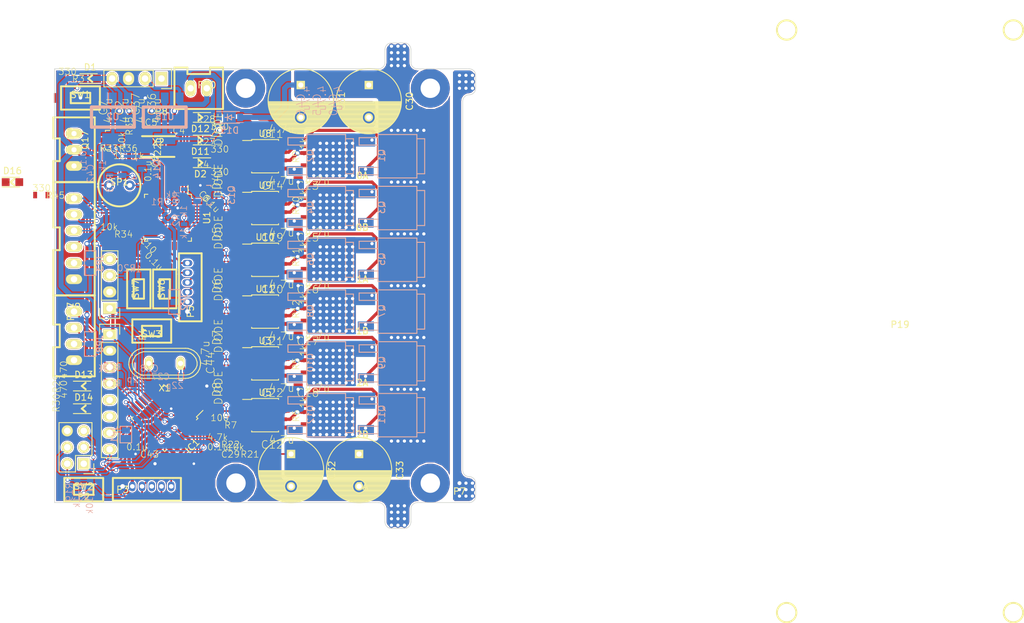
<source format=kicad_pcb>
(kicad_pcb (version 4) (host pcbnew 4.0.7)
  (layers (0 F.Cu signal) (31 B.Cu signal) (34 B.Paste user) (35 F.Paste user) (36 B.SilkS user) (37 F.SilkS user) (38 B.Mask user) (39 F.Mask user) (44 Edge.Cuts user))
  (net 0 "")
  (net 1 GND)
  (net 2 /NRST)
  (net 3 +3.3V)
  (net 4 /OSC_IN)
  (net 5 /OSC_OUT)
  (net 6 +5V)
  (net 7 /OUT_0_A)
  (net 8 /OUT_0_B)
  (net 9 "Net-(D1-Pad2)")
  (net 10 "Net-(D2-Pad2)")
  (net 11 /SWCLK)
  (net 12 /SWDIO)
  (net 13 /USART_TX)
  (net 14 /USART_RX)
  (net 15 "Net-(Q1-PadG)")
  (net 16 "Net-(Q2-PadG)")
  (net 17 "Net-(Q3-PadG)")
  (net 18 "Net-(Q4-PadG)")
  (net 19 +BATT)
  (net 20 /OUT_1_A)
  (net 21 /OUT_1_B)
  (net 22 /OUT_2_A)
  (net 23 /OUT_2_B)
  (net 24 "Net-(Q5-PadG)")
  (net 25 "Net-(Q6-PadG)")
  (net 26 "Net-(Q7-PadG)")
  (net 27 "Net-(Q8-PadG)")
  (net 28 "Net-(Q9-PadG)")
  (net 29 "Net-(Q10-PadG)")
  (net 30 "Net-(Q11-PadG)")
  (net 31 "Net-(Q12-PadG)")
  (net 32 "Net-(C27-Pad2)")
  (net 33 "Net-(C28-Pad2)")
  (net 34 /I2C_SDA)
  (net 35 /I2C_SCL)
  (net 36 /AT_RST)
  (net 37 /AT_RX)
  (net 38 /AT_TX)
  (net 39 "Net-(JP1-Pad1)")
  (net 40 "Net-(C11-Pad2)")
  (net 41 "Net-(C14-Pad2)")
  (net 42 "Net-(C19-Pad2)")
  (net 43 "Net-(C20-Pad2)")
  (net 44 "Net-(C21-Pad2)")
  (net 45 "Net-(C22-Pad2)")
  (net 46 /batt_voltage)
  (net 47 "Net-(P6-Pad3)")
  (net 48 "Net-(D11-Pad2)")
  (net 49 "Net-(D12-Pad2)")
  (net 50 /AT_LED1)
  (net 51 "Net-(D13-Pad2)")
  (net 52 /AT_LED2)
  (net 53 "Net-(D14-Pad2)")
  (net 54 /SPI_MOSI)
  (net 55 /SPI_MISO)
  (net 56 /SPI_SCK)
  (net 57 /PWM_2_A)
  (net 58 /PWM_2_B)
  (net 59 /PWM_0_A)
  (net 60 /PWM_0_B)
  (net 61 /PWM_1_A)
  (net 62 /PWM_1_B)
  (net 63 /Motor~SD)
  (net 64 /BOOT0)
  (net 65 /GD_12V)
  (net 66 /INT0)
  (net 67 /LOGIC_BATT)
  (net 68 /SBUS)
  (net 69 "Net-(Q17-PadG)")
  (net 70 /SERVO_RX)
  (net 71 "Net-(R34-Pad1)")
  (net 72 /STM_~SS0)
  (net 73 /STM_SCK)
  (net 74 /STM_MISO)
  (net 75 /STM_MOSI)
  (net 76 "Net-(D16-Pad2)")
  (net 77 "Net-(JP8-Pad2)")
  (net 78 "Net-(JP2-Pad2)")
  (net 79 "Net-(JP3-Pad2)")
  (net 80 /STM_LED1)
  (net 81 /STM_LED2)
  (net 82 /STM_LED3)
  (net 83 /AT_SW1)
  (net 84 /BATT-SP)
  (net 85 "Net-(D15-Pad1)")
  (net 86 "Net-(IC1-Pad2)")
  (net 87 "Net-(Q13-PadG)")
  (net 88 /BEEP)
  (net 89 "Net-(Q14-PadD)")
  (module Capacitors_ThroughHole:C_Radial_D10_L13_P5 (layer F.Cu) (at 54 9 270)
    (fp_text reference C31 (at 2.5 -6.3 270) (layer F.SilkS))
    (fp_text value 220u)
    (pad 1 thru_hole rect (at 0 0 270) (size 1.3 1.3) (drill 0.8) (layers *.Cu *.Mask F.SilkS) (net 19 +BATT))
    (pad 2 thru_hole circle (at 5 0 270) (size 1.3 1.3) (drill 0.8) (layers *.Cu *.Mask F.SilkS) (net 1 GND))
  )
  (module RP_KiCAD_Connector:XA_2T (layer F.Cu) (at 39.5 9.5 180)
    (fp_text reference P10 (at 0 0.5 180) (layer F.SilkS))
    (fp_text value CONN_01X02)
    (pad 2 thru_hole oval (at 0 0 180) (size 1.5 2.5) (drill 1) (layers *.Cu *.Mask F.SilkS) (net 67 /LOGIC_BATT))
    (pad 1 thru_hole oval (at 2.5 0 180) (size 1.5 2.5) (drill 1) (layers *.Cu *.Mask F.SilkS) (net 85 "Net-(D15-Pad1)"))
  )
  (module RP_KiCAD_Connector:ZH_6T (layer F.Cu) (at 26.5 71)
    (fp_text reference P3 (at 0 0.5) (layer F.SilkS))
    (fp_text value CONN_01X06)
    (pad 1 thru_hole oval (at 0 0) (size 1 1.524) (drill 0.7) (layers *.Cu *.Mask) (net 1 GND))
    (pad 2 thru_hole oval (at 1.5 0) (size 1 1.524) (drill 0.7) (layers *.Cu *.Mask) (net 6 +5V))
    (pad 3 thru_hole oval (at 3 0) (size 1 1.524) (drill 0.7) (layers *.Cu *.Mask) (net 36 /AT_RST))
    (pad 4 thru_hole oval (at 4.5 0) (size 1 1.524) (drill 0.7) (layers *.Cu *.Mask))
    (pad 5 thru_hole oval (at 6 0) (size 1 1.524) (drill 0.7) (layers *.Cu *.Mask) (net 38 /AT_TX))
    (pad 6 thru_hole oval (at 7.5 0) (size 1 1.524) (drill 0.7) (layers *.Cu *.Mask) (net 37 /AT_RX))
  )
  (module Crystals:ABM3_2pads (layer F.Cu) (at 32 18.5 180)
    (fp_text reference X2 (at 0 0.7 180) (layer F.SilkS))
    (fp_text value CRYSTAL)
    (pad 1 smd rect (at -2.2 0 180) (size 1.8 2.6) (layers F.Cu F.Paste F.Mask) (net 4 /OSC_IN))
    (pad 2 smd rect (at 2.2 0 180) (size 1.8 2.6) (layers F.Cu F.Paste F.Mask) (net 5 /OSC_OUT))
  )
  (module LEDs:LED_0805 (layer F.Cu) (at 21.5 8)
    (fp_text reference D1 (at 0 -1.75) (layer F.SilkS))
    (fp_text value LED)
    (pad 1 smd rect (at 1.04902 0 180) (size 1.19888 1.19888) (layers F.Cu F.Paste F.Mask) (net 3 +3.3V))
    (pad 2 smd rect (at -1.04902 0 180) (size 1.19888 1.19888) (layers F.Cu F.Paste F.Mask) (net 9 "Net-(D1-Pad2)"))
  )
  (module LEDs:LED_0805 (layer F.Cu) (at 38.5 21 180)
    (fp_text reference D2 (at 0 -1.75 180) (layer F.SilkS))
    (fp_text value LED)
    (pad 1 smd rect (at 1.04902 0) (size 1.19888 1.19888) (layers F.Cu F.Paste F.Mask) (net 80 /STM_LED1))
    (pad 2 smd rect (at -1.04902 0) (size 1.19888 1.19888) (layers F.Cu F.Paste F.Mask) (net 10 "Net-(D2-Pad2)"))
  )
  (module RP_KiCAD_Libs:C2012 (layer F.Cu) (at 43 16 90)
    (fp_text reference D3 (at -1.27 -1.27 90) (layer F.SilkS) (effects (font (size 1.2065 1.2065) (thickness 0.1016)) (justify left bottom)))
    (fp_text value DIODE (at -2.5 -1 90) (layer F.SilkS) (effects (font (size 1.2065 1.2065) (thickness 0.1016)) (justify left bottom)))
    (pad 1 smd rect (at -1.25 0 90) (size 1.3 1.5) (layers F.Cu F.Paste F.Mask) (net 40 "Net-(C11-Pad2)"))
    (pad 2 smd rect (at 1.25 0 90) (size 1.3 1.5) (layers F.Cu F.Paste F.Mask) (net 65 /GD_12V))
  )
  (module RP_KiCAD_Libs:C2012 (layer F.Cu) (at 43 24 90)
    (fp_text reference D4 (at -1.27 -1.27 90) (layer F.SilkS) (effects (font (size 1.2065 1.2065) (thickness 0.1016)) (justify left bottom)))
    (fp_text value DIODE (at -2.5 -1 90) (layer F.SilkS) (effects (font (size 1.2065 1.2065) (thickness 0.1016)) (justify left bottom)))
    (pad 1 smd rect (at -1.25 0 90) (size 1.3 1.5) (layers F.Cu F.Paste F.Mask) (net 41 "Net-(C14-Pad2)"))
    (pad 2 smd rect (at 1.25 0 90) (size 1.3 1.5) (layers F.Cu F.Paste F.Mask) (net 65 /GD_12V))
  )
  (module RP_KiCAD_Connector:ZH_6T (layer F.Cu) (at 36.5 44 90)
    (fp_text reference P5 (at 0 0.5 90) (layer F.SilkS))
    (fp_text value CONN_01X06)
    (pad 1 thru_hole oval (at 0 0 90) (size 1 1.524) (drill 0.7) (layers *.Cu *.Mask) (net 1 GND))
    (pad 2 thru_hole oval (at 1.5 0 90) (size 1 1.524) (drill 0.7) (layers *.Cu *.Mask) (net 78 "Net-(JP2-Pad2)"))
    (pad 3 thru_hole oval (at 3 0 90) (size 1 1.524) (drill 0.7) (layers *.Cu *.Mask) (net 11 /SWCLK))
    (pad 4 thru_hole oval (at 4.5 0 90) (size 1 1.524) (drill 0.7) (layers *.Cu *.Mask) (net 12 /SWDIO))
    (pad 5 thru_hole oval (at 6 0 90) (size 1 1.524) (drill 0.7) (layers *.Cu *.Mask) (net 13 /USART_TX))
    (pad 6 thru_hole oval (at 7.5 0 90) (size 1 1.524) (drill 0.7) (layers *.Cu *.Mask) (net 14 /USART_RX))
  )
  (module Housings_QFP:LQFP-48_7x7mm_Pitch0.5mm (layer F.Cu) (at 33.5 29.5 270)
    (fp_text reference U1 (at 0 -6 270) (layer F.SilkS))
    (fp_text value STM32F103_48)
    (pad 1 smd rect (at -4.35 -2.75 270) (size 1.3 0.25) (layers F.Cu F.Paste F.Mask) (net 3 +3.3V))
    (pad 2 smd rect (at -4.35 -2.25 270) (size 1.3 0.25) (layers F.Cu F.Paste F.Mask) (net 80 /STM_LED1))
    (pad 3 smd rect (at -4.35 -1.75 270) (size 1.3 0.25) (layers F.Cu F.Paste F.Mask) (net 81 /STM_LED2))
    (pad 4 smd rect (at -4.35 -1.25 270) (size 1.3 0.25) (layers F.Cu F.Paste F.Mask) (net 82 /STM_LED3))
    (pad 5 smd rect (at -4.35 -0.75 270) (size 1.3 0.25) (layers F.Cu F.Paste F.Mask) (net 4 /OSC_IN))
    (pad 6 smd rect (at -4.35 -0.25 270) (size 1.3 0.25) (layers F.Cu F.Paste F.Mask) (net 5 /OSC_OUT))
    (pad 7 smd rect (at -4.35 0.25 270) (size 1.3 0.25) (layers F.Cu F.Paste F.Mask) (net 2 /NRST))
    (pad 8 smd rect (at -4.35 0.75 270) (size 1.3 0.25) (layers F.Cu F.Paste F.Mask) (net 1 GND))
    (pad 9 smd rect (at -4.35 1.25 270) (size 1.3 0.25) (layers F.Cu F.Paste F.Mask) (net 3 +3.3V))
    (pad 10 smd rect (at -4.35 1.75 270) (size 1.3 0.25) (layers F.Cu F.Paste F.Mask))
    (pad 11 smd rect (at -4.35 2.25 270) (size 1.3 0.25) (layers F.Cu F.Paste F.Mask))
    (pad 12 smd rect (at -4.35 2.75 270) (size 1.3 0.25) (layers F.Cu F.Paste F.Mask) (net 88 /BEEP))
    (pad 13 smd rect (at -2.75 4.35) (size 1.3 0.25) (layers F.Cu F.Paste F.Mask) (net 70 /SERVO_RX))
    (pad 14 smd rect (at -2.25 4.35) (size 1.3 0.25) (layers F.Cu F.Paste F.Mask) (net 72 /STM_~SS0))
    (pad 15 smd rect (at -1.75 4.35) (size 1.3 0.25) (layers F.Cu F.Paste F.Mask) (net 73 /STM_SCK))
    (pad 16 smd rect (at -1.25 4.35) (size 1.3 0.25) (layers F.Cu F.Paste F.Mask) (net 74 /STM_MISO))
    (pad 17 smd rect (at -0.75 4.35) (size 1.3 0.25) (layers F.Cu F.Paste F.Mask) (net 75 /STM_MOSI))
    (pad 18 smd rect (at -0.25 4.35) (size 1.3 0.25) (layers F.Cu F.Paste F.Mask))
    (pad 19 smd rect (at 0.25 4.35) (size 1.3 0.25) (layers F.Cu F.Paste F.Mask))
    (pad 20 smd rect (at 0.75 4.35) (size 1.3 0.25) (layers F.Cu F.Paste F.Mask))
    (pad 21 smd rect (at 1.25 4.35) (size 1.3 0.25) (layers F.Cu F.Paste F.Mask) (net 71 "Net-(R34-Pad1)"))
    (pad 22 smd rect (at 1.75 4.35) (size 1.3 0.25) (layers F.Cu F.Paste F.Mask) (net 38 /AT_TX))
    (pad 23 smd rect (at 2.25 4.35) (size 1.3 0.25) (layers F.Cu F.Paste F.Mask) (net 1 GND))
    (pad 24 smd rect (at 2.75 4.35) (size 1.3 0.25) (layers F.Cu F.Paste F.Mask) (net 3 +3.3V))
    (pad 25 smd rect (at 4.35 2.75 270) (size 1.3 0.25) (layers F.Cu F.Paste F.Mask))
    (pad 26 smd rect (at 4.35 2.25 270) (size 1.3 0.25) (layers F.Cu F.Paste F.Mask))
    (pad 27 smd rect (at 4.35 1.75 270) (size 1.3 0.25) (layers F.Cu F.Paste F.Mask))
    (pad 28 smd rect (at 4.35 1.25 270) (size 1.3 0.25) (layers F.Cu F.Paste F.Mask))
    (pad 29 smd rect (at 4.35 0.75 270) (size 1.3 0.25) (layers F.Cu F.Paste F.Mask))
    (pad 30 smd rect (at 4.35 0.25 270) (size 1.3 0.25) (layers F.Cu F.Paste F.Mask) (net 13 /USART_TX))
    (pad 31 smd rect (at 4.35 -0.25 270) (size 1.3 0.25) (layers F.Cu F.Paste F.Mask) (net 14 /USART_RX))
    (pad 32 smd rect (at 4.35 -0.75 270) (size 1.3 0.25) (layers F.Cu F.Paste F.Mask))
    (pad 33 smd rect (at 4.35 -1.25 270) (size 1.3 0.25) (layers F.Cu F.Paste F.Mask))
    (pad 34 smd rect (at 4.35 -1.75 270) (size 1.3 0.25) (layers F.Cu F.Paste F.Mask) (net 12 /SWDIO))
    (pad 35 smd rect (at 4.35 -2.25 270) (size 1.3 0.25) (layers F.Cu F.Paste F.Mask) (net 1 GND))
    (pad 36 smd rect (at 4.35 -2.75 270) (size 1.3 0.25) (layers F.Cu F.Paste F.Mask) (net 3 +3.3V))
    (pad 37 smd rect (at 2.75 -4.35) (size 1.3 0.25) (layers F.Cu F.Paste F.Mask) (net 11 /SWCLK))
    (pad 38 smd rect (at 2.25 -4.35) (size 1.3 0.25) (layers F.Cu F.Paste F.Mask) (net 87 "Net-(Q13-PadG)"))
    (pad 39 smd rect (at 1.75 -4.35) (size 1.3 0.25) (layers F.Cu F.Paste F.Mask))
    (pad 40 smd rect (at 1.25 -4.35) (size 1.3 0.25) (layers F.Cu F.Paste F.Mask) (net 58 /PWM_2_B))
    (pad 41 smd rect (at 0.75 -4.35) (size 1.3 0.25) (layers F.Cu F.Paste F.Mask) (net 57 /PWM_2_A))
    (pad 42 smd rect (at 0.25 -4.35) (size 1.3 0.25) (layers F.Cu F.Paste F.Mask) (net 62 /PWM_1_B))
    (pad 43 smd rect (at -0.25 -4.35) (size 1.3 0.25) (layers F.Cu F.Paste F.Mask) (net 61 /PWM_1_A))
    (pad 44 smd rect (at -0.75 -4.35) (size 1.3 0.25) (layers F.Cu F.Paste F.Mask) (net 64 /BOOT0))
    (pad 45 smd rect (at -1.25 -4.35) (size 1.3 0.25) (layers F.Cu F.Paste F.Mask) (net 60 /PWM_0_B))
    (pad 46 smd rect (at -1.75 -4.35) (size 1.3 0.25) (layers F.Cu F.Paste F.Mask) (net 59 /PWM_0_A))
    (pad 47 smd rect (at -2.25 -4.35) (size 1.3 0.25) (layers F.Cu F.Paste F.Mask) (net 1 GND))
    (pad 48 smd rect (at -2.75 -4.35) (size 1.3 0.25) (layers F.Cu F.Paste F.Mask) (net 3 +3.3V))
  )
  (module TO_SOT_Packages_SMD:SOT-223_reg (layer B.Cu) (at 25 11)
    (fp_text reference U2 (at 0 2.9) (layer B.SilkS) (effects (justify mirror)))
    (fp_text value NCP1117ST33T3G)
    (pad 1 smd rect (at -2.3 0) (size 1.2 1.7) (layers B.Cu B.Paste B.Mask) (net 1 GND))
    (pad 2 smd rect (at 0 0) (size 1.2 1.7) (layers B.Cu B.Paste B.Mask) (net 3 +3.3V))
    (pad 3 smd rect (at 2.3 0) (size 1.2 1.7) (layers B.Cu B.Paste B.Mask) (net 6 +5V))
    (pad 2 smd rect (at 0 6.3) (size 3.3 1.7) (layers B.Cu B.Paste B.Mask) (net 3 +3.3V))
  )
  (module RP_KiCAD_Libs:C2012 (layer F.Cu) (at 43 32 90)
    (fp_text reference D5 (at -1.27 -1.27 90) (layer F.SilkS) (effects (font (size 1.2065 1.2065) (thickness 0.1016)) (justify left bottom)))
    (fp_text value DIODE (at -2.5 -1 90) (layer F.SilkS) (effects (font (size 1.2065 1.2065) (thickness 0.1016)) (justify left bottom)))
    (pad 1 smd rect (at -1.25 0 90) (size 1.3 1.5) (layers F.Cu F.Paste F.Mask) (net 42 "Net-(C19-Pad2)"))
    (pad 2 smd rect (at 1.25 0 90) (size 1.3 1.5) (layers F.Cu F.Paste F.Mask) (net 65 /GD_12V))
  )
  (module RP_KiCAD_Libs:C2012 (layer F.Cu) (at 43 40 90)
    (fp_text reference D6 (at -1.27 -1.27 90) (layer F.SilkS) (effects (font (size 1.2065 1.2065) (thickness 0.1016)) (justify left bottom)))
    (fp_text value DIODE (at -2.5 -1 90) (layer F.SilkS) (effects (font (size 1.2065 1.2065) (thickness 0.1016)) (justify left bottom)))
    (pad 1 smd rect (at -1.25 0 90) (size 1.3 1.5) (layers F.Cu F.Paste F.Mask) (net 43 "Net-(C20-Pad2)"))
    (pad 2 smd rect (at 1.25 0 90) (size 1.3 1.5) (layers F.Cu F.Paste F.Mask) (net 65 /GD_12V))
  )
  (module RP_KiCAD_Libs:C2012 (layer F.Cu) (at 43 48 90)
    (fp_text reference D7 (at -1.27 -1.27 90) (layer F.SilkS) (effects (font (size 1.2065 1.2065) (thickness 0.1016)) (justify left bottom)))
    (fp_text value DIODE (at -2.5 -1 90) (layer F.SilkS) (effects (font (size 1.2065 1.2065) (thickness 0.1016)) (justify left bottom)))
    (pad 1 smd rect (at -1.25 0 90) (size 1.3 1.5) (layers F.Cu F.Paste F.Mask) (net 44 "Net-(C21-Pad2)"))
    (pad 2 smd rect (at 1.25 0 90) (size 1.3 1.5) (layers F.Cu F.Paste F.Mask) (net 65 /GD_12V))
  )
  (module RP_KiCAD_Libs:C2012 (layer F.Cu) (at 43 56 90)
    (fp_text reference D8 (at -1.27 -1.27 90) (layer F.SilkS) (effects (font (size 1.2065 1.2065) (thickness 0.1016)) (justify left bottom)))
    (fp_text value DIODE (at -2.5 -1 90) (layer F.SilkS) (effects (font (size 1.2065 1.2065) (thickness 0.1016)) (justify left bottom)))
    (pad 1 smd rect (at -1.25 0 90) (size 1.3 1.5) (layers F.Cu F.Paste F.Mask) (net 45 "Net-(C22-Pad2)"))
    (pad 2 smd rect (at 1.25 0 90) (size 1.3 1.5) (layers F.Cu F.Paste F.Mask) (net 65 /GD_12V))
  )
  (module TO_SOT_Packages_SMD:SOT-428_GDS_compact (layer B.Cu) (at 56.5 20 90)
    (fp_text reference Q2 (at 0.09906 -1.00076 90) (layer B.SilkS) (effects (justify mirror)))
    (fp_text value MOSFET_N)
    (pad G smd rect (at -2.27584 -3.44932 90) (size 1.50114 2.49936) (layers B.Cu B.Paste B.Mask) (net 16 "Net-(Q2-PadG)"))
    (pad S smd rect (at 2.27584 -3.44932 90) (size 1.50114 2.49936) (layers B.Cu B.Paste B.Mask) (net 1 GND))
    (pad D smd rect (at 0 2.44932 90) (size 7.00024 7.00024) (layers B.Cu B.Paste B.Mask) (net 7 /OUT_0_A))
  )
  (module TO_SOT_Packages_SMD:SOT-428_GDS_compact (layer B.Cu) (at 56.5 28 90)
    (fp_text reference Q4 (at 0.09906 -1.00076 90) (layer B.SilkS) (effects (justify mirror)))
    (fp_text value MOSFET_N)
    (pad G smd rect (at -2.27584 -3.44932 90) (size 1.50114 2.49936) (layers B.Cu B.Paste B.Mask) (net 18 "Net-(Q4-PadG)"))
    (pad S smd rect (at 2.27584 -3.44932 90) (size 1.50114 2.49936) (layers B.Cu B.Paste B.Mask) (net 1 GND))
    (pad D smd rect (at 0 2.44932 90) (size 7.00024 7.00024) (layers B.Cu B.Paste B.Mask) (net 8 /OUT_0_B))
  )
  (module TO_SOT_Packages_SMD:SOT-428_GDS_compact (layer B.Cu) (at 67.5 36 90)
    (fp_text reference Q5 (at 0.09906 -1.00076 90) (layer B.SilkS) (effects (justify mirror)))
    (fp_text value MOSFET_N)
    (pad G smd rect (at -2.27584 -3.44932 90) (size 1.50114 2.49936) (layers B.Cu B.Paste B.Mask) (net 24 "Net-(Q5-PadG)"))
    (pad S smd rect (at 2.27584 -3.44932 90) (size 1.50114 2.49936) (layers B.Cu B.Paste B.Mask) (net 20 /OUT_1_A))
    (pad D smd rect (at 0 2.44932 90) (size 7.00024 7.00024) (layers B.Cu B.Paste B.Mask) (net 19 +BATT))
  )
  (module TO_SOT_Packages_SMD:SOT-428_GDS_compact (layer B.Cu) (at 56.5 36 90)
    (fp_text reference Q6 (at 0.09906 -1.00076 90) (layer B.SilkS) (effects (justify mirror)))
    (fp_text value MOSFET_N)
    (pad G smd rect (at -2.27584 -3.44932 90) (size 1.50114 2.49936) (layers B.Cu B.Paste B.Mask) (net 25 "Net-(Q6-PadG)"))
    (pad S smd rect (at 2.27584 -3.44932 90) (size 1.50114 2.49936) (layers B.Cu B.Paste B.Mask) (net 1 GND))
    (pad D smd rect (at 0 2.44932 90) (size 7.00024 7.00024) (layers B.Cu B.Paste B.Mask) (net 20 /OUT_1_A))
  )
  (module TO_SOT_Packages_SMD:SOT-428_GDS_compact (layer B.Cu) (at 67.5 44 90)
    (fp_text reference Q7 (at 0.09906 -1.00076 90) (layer B.SilkS) (effects (justify mirror)))
    (fp_text value MOSFET_N)
    (pad G smd rect (at -2.27584 -3.44932 90) (size 1.50114 2.49936) (layers B.Cu B.Paste B.Mask) (net 26 "Net-(Q7-PadG)"))
    (pad S smd rect (at 2.27584 -3.44932 90) (size 1.50114 2.49936) (layers B.Cu B.Paste B.Mask) (net 21 /OUT_1_B))
    (pad D smd rect (at 0 2.44932 90) (size 7.00024 7.00024) (layers B.Cu B.Paste B.Mask) (net 19 +BATT))
  )
  (module TO_SOT_Packages_SMD:SOT-428_GDS_compact (layer B.Cu) (at 56.5 44 90)
    (fp_text reference Q8 (at 0.09906 -1.00076 90) (layer B.SilkS) (effects (justify mirror)))
    (fp_text value MOSFET_N)
    (pad G smd rect (at -2.27584 -3.44932 90) (size 1.50114 2.49936) (layers B.Cu B.Paste B.Mask) (net 27 "Net-(Q8-PadG)"))
    (pad S smd rect (at 2.27584 -3.44932 90) (size 1.50114 2.49936) (layers B.Cu B.Paste B.Mask) (net 1 GND))
    (pad D smd rect (at 0 2.44932 90) (size 7.00024 7.00024) (layers B.Cu B.Paste B.Mask) (net 21 /OUT_1_B))
  )
  (module TO_SOT_Packages_SMD:SOT-428_GDS_compact (layer B.Cu) (at 67.5 52 90)
    (fp_text reference Q9 (at 0.09906 -1.00076 90) (layer B.SilkS) (effects (justify mirror)))
    (fp_text value MOSFET_N)
    (pad G smd rect (at -2.27584 -3.44932 90) (size 1.50114 2.49936) (layers B.Cu B.Paste B.Mask) (net 28 "Net-(Q9-PadG)"))
    (pad S smd rect (at 2.27584 -3.44932 90) (size 1.50114 2.49936) (layers B.Cu B.Paste B.Mask) (net 22 /OUT_2_A))
    (pad D smd rect (at 0 2.44932 90) (size 7.00024 7.00024) (layers B.Cu B.Paste B.Mask) (net 19 +BATT))
  )
  (module TO_SOT_Packages_SMD:SOT-428_GDS_compact (layer B.Cu) (at 56.5 52 90)
    (fp_text reference Q10 (at 0.09906 -1.00076 90) (layer B.SilkS) (effects (justify mirror)))
    (fp_text value MOSFET_N)
    (pad G smd rect (at -2.27584 -3.44932 90) (size 1.50114 2.49936) (layers B.Cu B.Paste B.Mask) (net 29 "Net-(Q10-PadG)"))
    (pad S smd rect (at 2.27584 -3.44932 90) (size 1.50114 2.49936) (layers B.Cu B.Paste B.Mask) (net 1 GND))
    (pad D smd rect (at 0 2.44932 90) (size 7.00024 7.00024) (layers B.Cu B.Paste B.Mask) (net 22 /OUT_2_A))
  )
  (module TO_SOT_Packages_SMD:SOT-428_GDS_compact (layer B.Cu) (at 67.5 60 90)
    (fp_text reference Q11 (at 0.09906 -1.00076 90) (layer B.SilkS) (effects (justify mirror)))
    (fp_text value MOSFET_N)
    (pad G smd rect (at -2.27584 -3.44932 90) (size 1.50114 2.49936) (layers B.Cu B.Paste B.Mask) (net 30 "Net-(Q11-PadG)"))
    (pad S smd rect (at 2.27584 -3.44932 90) (size 1.50114 2.49936) (layers B.Cu B.Paste B.Mask) (net 23 /OUT_2_B))
    (pad D smd rect (at 0 2.44932 90) (size 7.00024 7.00024) (layers B.Cu B.Paste B.Mask) (net 19 +BATT))
  )
  (module TO_SOT_Packages_SMD:SOT-428_GDS_compact (layer B.Cu) (at 56.5 60 90)
    (fp_text reference Q12 (at 0.09906 -1.00076 90) (layer B.SilkS) (effects (justify mirror)))
    (fp_text value MOSFET_N)
    (pad G smd rect (at -2.27584 -3.44932 90) (size 1.50114 2.49936) (layers B.Cu B.Paste B.Mask) (net 31 "Net-(Q12-PadG)"))
    (pad S smd rect (at 2.27584 -3.44932 90) (size 1.50114 2.49936) (layers B.Cu B.Paste B.Mask) (net 1 GND))
    (pad D smd rect (at 0 2.44932 90) (size 7.00024 7.00024) (layers B.Cu B.Paste B.Mask) (net 23 /OUT_2_B))
  )
  (module TO_SOT_Packages_SMD:SOT-428_GDS_compact (layer B.Cu) (at 67.5 20 90)
    (fp_text reference Q1 (at 0.09906 -1.00076 90) (layer B.SilkS) (effects (justify mirror)))
    (fp_text value MOSFET_N)
    (pad G smd rect (at -2.3 -3.45 90) (size 1.5 2.4) (layers B.Cu B.Paste B.Mask) (net 15 "Net-(Q1-PadG)"))
    (pad S smd rect (at 2.3 -3.45 90) (size 1.5 2.4) (layers B.Cu B.Paste B.Mask) (net 7 /OUT_0_A))
    (pad D smd rect (at 0 2.44932 90) (size 7.00024 7.00024) (layers B.Cu B.Paste B.Mask) (net 19 +BATT))
  )
  (module TO_SOT_Packages_SMD:SOT-428_GDS_compact (layer B.Cu) (at 67.5 28 90)
    (fp_text reference Q3 (at 0.09906 -1.00076 90) (layer B.SilkS) (effects (justify mirror)))
    (fp_text value MOSFET_N)
    (pad G smd rect (at -2.3 -3.45 90) (size 1.5 2.4) (layers B.Cu B.Paste B.Mask) (net 17 "Net-(Q3-PadG)"))
    (pad S smd rect (at 2.3 -3.45 90) (size 1.5 2.4) (layers B.Cu B.Paste B.Mask) (net 8 /OUT_0_B))
    (pad D smd rect (at 0 2.44932 90) (size 7.00024 7.00024) (layers B.Cu B.Paste B.Mask) (net 19 +BATT))
  )
  (module Housings_QFP:TQFP-32_7x7mm_Pitch0.8mm (layer F.Cu) (at 33 60.5 225)
    (fp_text reference IC1 (at 0 -6.05 225) (layer F.SilkS))
    (fp_text value ATMEGA328P-A)
    (pad 1 smd rect (at -4.25 -2.8 225) (size 1.6 0.55) (layers F.Cu F.Paste F.Mask))
    (pad 2 smd rect (at -4.25 -2 225) (size 1.6 0.55) (layers F.Cu F.Paste F.Mask) (net 86 "Net-(IC1-Pad2)"))
    (pad 3 smd rect (at -4.25 -1.2 225) (size 1.6 0.55) (layers F.Cu F.Paste F.Mask) (net 1 GND))
    (pad 4 smd rect (at -4.25 -0.4 225) (size 1.6 0.55) (layers F.Cu F.Paste F.Mask) (net 6 +5V))
    (pad 5 smd rect (at -4.25 0.4 225) (size 1.6 0.55) (layers F.Cu F.Paste F.Mask) (net 1 GND))
    (pad 6 smd rect (at -4.25 1.2 225) (size 1.6 0.55) (layers F.Cu F.Paste F.Mask) (net 6 +5V))
    (pad 7 smd rect (at -4.25 2 225) (size 1.6 0.55) (layers F.Cu F.Paste F.Mask) (net 32 "Net-(C27-Pad2)"))
    (pad 8 smd rect (at -4.25 2.8 225) (size 1.6 0.55) (layers F.Cu F.Paste F.Mask) (net 33 "Net-(C28-Pad2)"))
    (pad 9 smd rect (at -2.8 4.25 315) (size 1.6 0.55) (layers F.Cu F.Paste F.Mask))
    (pad 10 smd rect (at -2 4.25 315) (size 1.6 0.55) (layers F.Cu F.Paste F.Mask))
    (pad 11 smd rect (at -1.2 4.25 315) (size 1.6 0.55) (layers F.Cu F.Paste F.Mask) (net 83 /AT_SW1))
    (pad 12 smd rect (at -0.4 4.25 315) (size 1.6 0.55) (layers F.Cu F.Paste F.Mask) (net 50 /AT_LED1))
    (pad 13 smd rect (at 0.4 4.25 315) (size 1.6 0.55) (layers F.Cu F.Paste F.Mask) (net 52 /AT_LED2))
    (pad 14 smd rect (at 1.2 4.25 315) (size 1.6 0.55) (layers F.Cu F.Paste F.Mask))
    (pad 15 smd rect (at 2 4.25 315) (size 1.6 0.55) (layers F.Cu F.Paste F.Mask) (net 54 /SPI_MOSI))
    (pad 16 smd rect (at 2.8 4.25 315) (size 1.6 0.55) (layers F.Cu F.Paste F.Mask) (net 55 /SPI_MISO))
    (pad 17 smd rect (at 4.25 2.8 225) (size 1.6 0.55) (layers F.Cu F.Paste F.Mask) (net 56 /SPI_SCK))
    (pad 18 smd rect (at 4.25 2 225) (size 1.6 0.55) (layers F.Cu F.Paste F.Mask) (net 6 +5V))
    (pad 19 smd rect (at 4.25 1.2 225) (size 1.6 0.55) (layers F.Cu F.Paste F.Mask))
    (pad 20 smd rect (at 4.25 0.4 225) (size 1.6 0.55) (layers F.Cu F.Paste F.Mask) (net 6 +5V))
    (pad 21 smd rect (at 4.25 -0.4 225) (size 1.6 0.55) (layers F.Cu F.Paste F.Mask) (net 1 GND))
    (pad 22 smd rect (at 4.25 -1.2 225) (size 1.6 0.55) (layers F.Cu F.Paste F.Mask) (net 46 /batt_voltage))
    (pad 23 smd rect (at 4.25 -2 225) (size 1.6 0.55) (layers F.Cu F.Paste F.Mask))
    (pad 24 smd rect (at 4.25 -2.8 225) (size 1.6 0.55) (layers F.Cu F.Paste F.Mask))
    (pad 25 smd rect (at 2.8 -4.25 315) (size 1.6 0.55) (layers F.Cu F.Paste F.Mask))
    (pad 26 smd rect (at 2 -4.25 315) (size 1.6 0.55) (layers F.Cu F.Paste F.Mask))
    (pad 27 smd rect (at 1.2 -4.25 315) (size 1.6 0.55) (layers F.Cu F.Paste F.Mask) (net 34 /I2C_SDA))
    (pad 28 smd rect (at 0.4 -4.25 315) (size 1.6 0.55) (layers F.Cu F.Paste F.Mask) (net 35 /I2C_SCL))
    (pad 29 smd rect (at -0.4 -4.25 315) (size 1.6 0.55) (layers F.Cu F.Paste F.Mask) (net 36 /AT_RST))
    (pad 30 smd rect (at -1.2 -4.25 315) (size 1.6 0.55) (layers F.Cu F.Paste F.Mask) (net 37 /AT_RX))
    (pad 31 smd rect (at -2 -4.25 315) (size 1.6 0.55) (layers F.Cu F.Paste F.Mask) (net 38 /AT_TX))
    (pad 32 smd rect (at -2.8 -4.25 315) (size 1.6 0.55) (layers F.Cu F.Paste F.Mask) (net 66 /INT0))
  )
  (module Connect:GS2 (layer B.Cu) (at 27 63 180)
    (fp_text reference JP1 (at 1.778 0 450) (layer B.SilkS) (effects (justify mirror)))
    (fp_text value JUMPER)
    (pad 1 smd rect (at 0 0.635 180) (size 1.27 0.9652) (layers B.Cu B.Paste B.Mask) (net 39 "Net-(JP1-Pad1)"))
    (pad 2 smd rect (at 0 -0.635 180) (size 1.27 0.9652) (layers B.Cu B.Paste B.Mask) (net 1 GND))
  )
  (module Socket_Strips:Socket_Strip_Straight_1x04 (layer F.Cu) (at 24.5 43.5 90)
    (fp_text reference P6 (at 0 -5.1 90) (layer F.SilkS))
    (fp_text value CONN_01X04)
    (pad 1 thru_hole rect (at 0 0 90) (size 1.7272 2.032) (drill 1.016) (layers *.Cu *.Mask F.SilkS) (net 6 +5V))
    (pad 2 thru_hole oval (at 2.54 0 90) (size 1.7272 2.032) (drill 1.016) (layers *.Cu *.Mask F.SilkS) (net 1 GND))
    (pad 3 thru_hole oval (at 5.08 0 90) (size 1.7272 2.032) (drill 1.016) (layers *.Cu *.Mask F.SilkS) (net 47 "Net-(P6-Pad3)"))
    (pad 4 thru_hole oval (at 7.62 0 90) (size 1.7272 2.032) (drill 1.016) (layers *.Cu *.Mask F.SilkS) (net 13 /USART_TX))
  )
  (module Capacitors_ThroughHole:C_Radial_D10_L13_P5 (layer F.Cu) (at 64.5 9 270)
    (fp_text reference C30 (at 2.5 -6.3 270) (layer F.SilkS))
    (fp_text value 220u)
    (pad 1 thru_hole rect (at 0 0 270) (size 1.3 1.3) (drill 0.8) (layers *.Cu *.Mask F.SilkS) (net 19 +BATT))
    (pad 2 thru_hole circle (at 5 0 270) (size 1.3 1.3) (drill 0.8) (layers *.Cu *.Mask F.SilkS) (net 1 GND))
  )
  (module Capacitors_ThroughHole:C_Radial_D10_L13_P5 (layer F.Cu) (at 52.5 66 270)
    (fp_text reference C32 (at 2.5 -6.3 270) (layer F.SilkS))
    (fp_text value 220u)
    (pad 1 thru_hole rect (at 0 0 270) (size 1.3 1.3) (drill 0.8) (layers *.Cu *.Mask F.SilkS) (net 19 +BATT))
    (pad 2 thru_hole circle (at 5 0 270) (size 1.3 1.3) (drill 0.8) (layers *.Cu *.Mask F.SilkS) (net 1 GND))
  )
  (module Capacitors_ThroughHole:C_Radial_D10_L13_P5 (layer F.Cu) (at 63 66 270)
    (fp_text reference C33 (at 2.5 -6.3 270) (layer F.SilkS))
    (fp_text value 220u)
    (pad 1 thru_hole rect (at 0 0 270) (size 1.3 1.3) (drill 0.8) (layers *.Cu *.Mask F.SilkS) (net 19 +BATT))
    (pad 2 thru_hole circle (at 5 0 270) (size 1.3 1.3) (drill 0.8) (layers *.Cu *.Mask F.SilkS) (net 1 GND))
  )
  (module LEDs:LED_0805 (layer F.Cu) (at 38.5 17.5 180)
    (fp_text reference D11 (at 0 -1.75 180) (layer F.SilkS))
    (fp_text value LED)
    (pad 1 smd rect (at 1.04902 0) (size 1.19888 1.19888) (layers F.Cu F.Paste F.Mask) (net 81 /STM_LED2))
    (pad 2 smd rect (at -1.04902 0) (size 1.19888 1.19888) (layers F.Cu F.Paste F.Mask) (net 48 "Net-(D11-Pad2)"))
  )
  (module LEDs:LED_0805 (layer F.Cu) (at 38.5 14 180)
    (fp_text reference D12 (at 0 -1.75 180) (layer F.SilkS))
    (fp_text value LED)
    (pad 1 smd rect (at 1.04902 0) (size 1.19888 1.19888) (layers F.Cu F.Paste F.Mask) (net 82 /STM_LED3))
    (pad 2 smd rect (at -1.04902 0) (size 1.19888 1.19888) (layers F.Cu F.Paste F.Mask) (net 49 "Net-(D12-Pad2)"))
  )
  (module LEDs:LED_0805 (layer F.Cu) (at 20.5 55.5)
    (fp_text reference D13 (at 0 -1.75) (layer F.SilkS))
    (fp_text value LED)
    (pad 1 smd rect (at 1.04902 0 180) (size 1.19888 1.19888) (layers F.Cu F.Paste F.Mask) (net 50 /AT_LED1))
    (pad 2 smd rect (at -1.04902 0 180) (size 1.19888 1.19888) (layers F.Cu F.Paste F.Mask) (net 51 "Net-(D13-Pad2)"))
  )
  (module LEDs:LED_0805 (layer F.Cu) (at 20.5 59)
    (fp_text reference D14 (at 0 -1.75) (layer F.SilkS))
    (fp_text value LED)
    (pad 1 smd rect (at 1.04902 0 180) (size 1.19888 1.19888) (layers F.Cu F.Paste F.Mask) (net 52 /AT_LED2))
    (pad 2 smd rect (at -1.04902 0 180) (size 1.19888 1.19888) (layers F.Cu F.Paste F.Mask) (net 53 "Net-(D14-Pad2)"))
  )
  (module Socket_Strips:Socket_Strip_Straight_1x04 (layer F.Cu) (at 32.5 8 180)
    (fp_text reference P8 (at 0 -5.1 180) (layer F.SilkS))
    (fp_text value CONN_01X04)
    (pad 1 thru_hole rect (at 0 0 180) (size 1.7272 2.032) (drill 1.016) (layers *.Cu *.Mask F.SilkS))
    (pad 2 thru_hole oval (at 2.54 0 180) (size 1.7272 2.032) (drill 1.016) (layers *.Cu *.Mask F.SilkS) (net 67 /LOGIC_BATT))
    (pad 3 thru_hole oval (at 5.08 0 180) (size 1.7272 2.032) (drill 1.016) (layers *.Cu *.Mask F.SilkS) (net 1 GND))
    (pad 4 thru_hole oval (at 7.62 0 180) (size 1.7272 2.032) (drill 1.016) (layers *.Cu *.Mask F.SilkS) (net 6 +5V))
  )
  (module TO_SOT_Packages_SMD:SOT-223_reg (layer B.Cu) (at 33 11)
    (fp_text reference U15 (at 0 2.9) (layer B.SilkS) (effects (justify mirror)))
    (fp_text value NCP1117ST12T3G)
    (pad 1 smd rect (at -2.3 0) (size 1.2 1.7) (layers B.Cu B.Paste B.Mask) (net 1 GND))
    (pad 2 smd rect (at 0 0) (size 1.2 1.7) (layers B.Cu B.Paste B.Mask) (net 65 /GD_12V))
    (pad 3 smd rect (at 2.3 0) (size 1.2 1.7) (layers B.Cu B.Paste B.Mask) (net 67 /LOGIC_BATT))
    (pad 2 smd rect (at 0 6.3) (size 3.3 1.7) (layers B.Cu B.Paste B.Mask) (net 65 /GD_12V))
  )
  (module Diodes_SMD:SOD-123 (layer B.Cu) (at 43 14)
    (fp_text reference D15 (at 0 2) (layer B.SilkS) (effects (justify mirror)))
    (fp_text value DIODE)
    (pad 1 smd rect (at -1.635 0) (size 0.91 1.22) (layers B.Cu B.Paste B.Mask) (net 85 "Net-(D15-Pad1)"))
    (pad 2 smd rect (at 1.635 0) (size 0.91 1.22) (layers B.Cu B.Paste B.Mask) (net 19 +BATT))
  )
  (module TO_SOT_Packages_SMD:SOT-23_Handsoldering (layer F.Cu) (at 24.5 17.5 90)
    (fp_text reference Q17 (at 0 -3.81 90) (layer F.SilkS))
    (fp_text value MOSFET_N)
    (pad G smd rect (at -0.95 1.50114 90) (size 0.8001 1.2) (layers F.Cu F.Paste F.Mask) (net 69 "Net-(Q17-PadG)"))
    (pad S smd rect (at 0.95 1.50114 90) (size 0.8001 1.2) (layers F.Cu F.Paste F.Mask) (net 1 GND))
    (pad D smd rect (at 0 -1.50114 90) (size 0.8001 1.2) (layers F.Cu F.Paste F.Mask) (net 70 /SERVO_RX))
  )
  (module RP_KiCAD_Connector:XA_4T (layer F.Cu) (at 19 44 270)
    (fp_text reference P17 (at 0 0.5 270) (layer F.SilkS))
    (fp_text value CONN_01X04)
    (pad 4 thru_hole oval (at 0 0 270) (size 1.5 2.5) (drill 1) (layers *.Cu *.Mask F.SilkS) (net 35 /I2C_SCL))
    (pad 3 thru_hole oval (at 2.5 0 270) (size 1.5 2.5) (drill 1) (layers *.Cu *.Mask F.SilkS) (net 34 /I2C_SDA))
    (pad 2 thru_hole oval (at 5 0 270) (size 1.5 2.5) (drill 1) (layers *.Cu *.Mask F.SilkS) (net 77 "Net-(JP8-Pad2)"))
    (pad 1 thru_hole oval (at 7.5 0 270) (size 1.5 2.5) (drill 1) (layers *.Cu *.Mask F.SilkS) (net 1 GND))
  )
  (module RP_KiCAD_Connector:XA_3T (layer F.Cu) (at 19 16.5 270)
    (fp_text reference P9 (at 0 0.5 270) (layer F.SilkS))
    (fp_text value CONN_01X03)
    (pad 3 thru_hole oval (at 0 0 270) (size 1.5 2.5) (drill 0.8) (layers *.Cu *.Mask F.SilkS) (net 68 /SBUS))
    (pad 2 thru_hole oval (at 2.5 0 270) (size 1.5 2.5) (drill 0.8) (layers *.Cu *.Mask F.SilkS) (net 6 +5V))
    (pad 1 thru_hole oval (at 5 0 270) (size 1.5 2.5) (drill 0.8) (layers *.Cu *.Mask F.SilkS) (net 1 GND))
  )
  (module RP_KiCAD_Connector:XA_6T (layer F.Cu) (at 19 26.5 270)
    (fp_text reference P1 (at 0 0.5 270) (layer F.SilkS))
    (fp_text value CONN_01X06)
    (pad 6 thru_hole oval (at 0 0 270) (size 1.5 2.5) (drill 1) (layers *.Cu *.Mask F.SilkS) (net 75 /STM_MOSI))
    (pad 5 thru_hole oval (at 2.5 0 270) (size 1.5 2.5) (drill 1) (layers *.Cu *.Mask F.SilkS) (net 74 /STM_MISO))
    (pad 4 thru_hole oval (at 5 0 270) (size 1.5 2.5) (drill 1) (layers *.Cu *.Mask F.SilkS) (net 73 /STM_SCK))
    (pad 3 thru_hole oval (at 7.5 0 270) (size 1.5 2.5) (drill 1) (layers *.Cu *.Mask F.SilkS) (net 72 /STM_~SS0))
    (pad 2 thru_hole oval (at 10 0 270) (size 1.5 2.5) (drill 1) (layers *.Cu *.Mask F.SilkS) (net 79 "Net-(JP3-Pad2)"))
    (pad 1 thru_hole oval (at 12.5 0 270) (size 1.5 2.5) (drill 1) (layers *.Cu *.Mask F.SilkS) (net 1 GND))
  )
  (module Buttons_Switches_SMD:RP_SMD_Button (layer F.Cu) (at 33 40.5 270)
    (fp_text reference SW6 (at 0 0.5 270) (layer F.SilkS))
    (fp_text value SW_PUSH)
    (pad 1 smd rect (at 2.8 0 270) (size 2.6 1.5) (layers F.Cu F.Paste F.Mask) (net 1 GND))
    (pad 2 smd rect (at -2.8 0 270) (size 2.6 1.5) (layers F.Cu F.Paste F.Mask))
  )
  (module Buttons_Switches_SMD:RP_SMD_Button (layer F.Cu) (at 29 40.5 270)
    (fp_text reference SW7 (at 0 0.5 270) (layer F.SilkS))
    (fp_text value SW_PUSH)
    (pad 1 smd rect (at 2.8 0 270) (size 2.6 1.5) (layers F.Cu F.Paste F.Mask) (net 1 GND))
    (pad 2 smd rect (at -2.8 0 270) (size 2.6 1.5) (layers F.Cu F.Paste F.Mask))
  )
  (module Buttons_Switches_SMD:RP_SMD_Button (layer F.Cu) (at 20 11 180)
    (fp_text reference SW1 (at 0 0.5 180) (layer F.SilkS))
    (fp_text value SW_PUSH)
    (pad 1 smd rect (at 2.8 0 180) (size 2.6 1.5) (layers F.Cu F.Paste F.Mask) (net 1 GND))
    (pad 2 smd rect (at -2.8 0 180) (size 2.6 1.5) (layers F.Cu F.Paste F.Mask) (net 2 /NRST))
  )
  (module Buttons_Switches_SMD:RP_SMD_Button (layer F.Cu) (at 20.5 71.5 180)
    (fp_text reference SW2 (at 0 0.5 180) (layer F.SilkS))
    (fp_text value SW_PUSH)
    (pad 1 smd rect (at 2.8 0 180) (size 2.6 1.5) (layers F.Cu F.Paste F.Mask) (net 1 GND))
    (pad 2 smd rect (at -2.8 0 180) (size 2.6 1.5) (layers F.Cu F.Paste F.Mask) (net 36 /AT_RST))
  )
  (module LEDs:LED_0805 (layer F.Cu) (at 9.5 24)
    (fp_text reference D16 (at 0 -1.75) (layer F.SilkS))
    (fp_text value LED)
    (pad 1 smd rect (at 1.04902 0 180) (size 1.19888 1.19888) (layers F.Cu F.Paste F.Mask))
    (pad 2 smd rect (at -1.04902 0 180) (size 1.19888 1.19888) (layers F.Cu F.Paste F.Mask) (net 76 "Net-(D16-Pad2)"))
  )
  (module Symbols:kw (layer F.Cu) (at 72 40 90)
    (fp_text reference P21 hide)
    (fp_text value CONN_01X01 hide)
  )
  (module Symbols:ckw (layer B.Cu) (at 45.5 40 90)
    (fp_text reference P22 hide)
    (fp_text value CONN_01X01 hide)
  )
  (module RP_KiCAD_Libs:C1608_WP_S (layer F.Cu) (at 33.5 16 180)
    (fp_text reference C4 (at -0.635 -0.635 180) (layer F.SilkS) (effects (font (thickness 0.1)) (justify left bottom)))
    (fp_text value 22p (at 1 -4 270) (layer F.SilkS) (effects (font (thickness 0.1)) (justify left bottom)))
    (pad 1 smd rect (at -0.9 0 180) (size 0.6 1) (layers F.Cu F.Paste F.Mask) (net 4 /OSC_IN))
    (pad 2 smd rect (at 1 0 180) (size 0.6 1) (layers F.Cu F.Paste F.Mask) (net 1 GND))
  )
  (module RP_KiCAD_Libs:C1608_WP_S (layer F.Cu) (at 30.5 16)
    (fp_text reference C5 (at -0.635 -0.635) (layer F.SilkS) (effects (font (thickness 0.1)) (justify left bottom)))
    (fp_text value 22p (at 2 4 90) (layer F.SilkS) (effects (font (thickness 0.1)) (justify left bottom)))
    (pad 1 smd rect (at -0.9 0) (size 0.6 1) (layers F.Cu F.Paste F.Mask) (net 5 /OSC_OUT))
    (pad 2 smd rect (at 1 0) (size 0.6 1) (layers F.Cu F.Paste F.Mask) (net 1 GND))
  )
  (module RP_KiCAD_Libs:C1608_WP_S (layer F.Cu) (at 31.5 22.5 270)
    (fp_text reference C6 (at -0.635 -0.635 270) (layer F.SilkS) (effects (font (thickness 0.1)) (justify left bottom)))
    (fp_text value 0.1u (at 1.5 0.5 270) (layer F.SilkS) (effects (font (thickness 0.1)) (justify left bottom)))
    (pad 1 smd rect (at -0.9 0 270) (size 0.6 1) (layers F.Cu F.Paste F.Mask) (net 1 GND))
    (pad 2 smd rect (at 1 0 270) (size 0.6 1) (layers F.Cu F.Paste F.Mask) (net 3 +3.3V))
  )
  (module RP_KiCAD_Libs:C1608_WP_S (layer F.Cu) (at 38 25 135)
    (fp_text reference C8 (at -0.635 -0.635 135) (layer F.SilkS) (effects (font (thickness 0.1)) (justify left bottom)))
    (fp_text value 0.1u (at -1.414214 -0.707107 135) (layer F.SilkS) (effects (font (thickness 0.1)) (justify left bottom)))
    (pad 1 smd rect (at -0.9 0 135) (size 0.6 1) (layers F.Cu F.Paste F.Mask) (net 1 GND))
    (pad 2 smd rect (at 1 0 135) (size 0.6 1) (layers F.Cu F.Paste F.Mask) (net 3 +3.3V))
  )
  (module RP_KiCAD_Libs:C1608_WP_S (layer F.Cu) (at 29 34 315)
    (fp_text reference C10 (at -0.635 -0.635 315) (layer F.SilkS) (effects (font (thickness 0.1)) (justify left bottom)))
    (fp_text value 0.1u (at 1.5 0.5 315) (layer F.SilkS) (effects (font (thickness 0.1)) (justify left bottom)))
    (pad 1 smd rect (at -0.9 0 315) (size 0.6 1) (layers F.Cu F.Paste F.Mask) (net 1 GND))
    (pad 2 smd rect (at 1 0 315) (size 0.6 1) (layers F.Cu F.Paste F.Mask) (net 3 +3.3V))
  )
  (module RP_KiCAD_Libs:C1608_WP_S (layer B.Cu) (at 34.5 54)
    (fp_text reference C27 (at -0.635 0.635) (layer B.SilkS) (effects (font (thickness 0.1)) (justify left bottom mirror)))
    (fp_text value 22p (at 1.5 2) (layer B.SilkS) (effects (font (thickness 0.1)) (justify left bottom mirror)))
    (pad 1 smd rect (at -0.9 0) (size 0.6 1) (layers B.Cu B.Paste B.Mask) (net 1 GND))
    (pad 2 smd rect (at 1 0) (size 0.6 1) (layers B.Cu B.Paste B.Mask) (net 32 "Net-(C27-Pad2)"))
  )
  (module RP_KiCAD_Libs:C1608_WP_S (layer B.Cu) (at 31.5 54 180)
    (fp_text reference C28 (at -0.635 0.635 180) (layer B.SilkS) (effects (font (thickness 0.1)) (justify left bottom mirror)))
    (fp_text value 22p (at 1.5 -1 180) (layer B.SilkS) (effects (font (thickness 0.1)) (justify left bottom mirror)))
    (pad 1 smd rect (at -0.9 0 180) (size 0.6 1) (layers B.Cu B.Paste B.Mask) (net 1 GND))
    (pad 2 smd rect (at 1 0 180) (size 0.6 1) (layers B.Cu B.Paste B.Mask) (net 33 "Net-(C28-Pad2)"))
  )
  (module RP_KiCAD_Libs:C1608_WP_S (layer F.Cu) (at 41 66 180)
    (fp_text reference C29 (at -0.635 -0.635 180) (layer F.SilkS) (effects (font (thickness 0.1)) (justify left bottom)))
    (fp_text value 0.1u (at 1.5 0.5 180) (layer F.SilkS) (effects (font (thickness 0.1)) (justify left bottom)))
    (pad 1 smd rect (at -0.9 0 180) (size 0.6 1) (layers F.Cu F.Paste F.Mask) (net 46 /batt_voltage))
    (pad 2 smd rect (at 1 0 180) (size 0.6 1) (layers F.Cu F.Paste F.Mask) (net 1 GND))
  )
  (module RP_KiCAD_Libs:C1608_WP_S (layer B.Cu) (at 21.5 20.5 90)
    (fp_text reference C42 (at -0.635 0.635 90) (layer B.SilkS) (effects (font (thickness 0.1)) (justify left bottom mirror)))
    (fp_text value 0.1u (at 1.5 -0.5 90) (layer B.SilkS) (effects (font (thickness 0.1)) (justify left bottom mirror)))
    (pad 1 smd rect (at -0.9 0 90) (size 0.6 1) (layers B.Cu B.Paste B.Mask) (net 1 GND))
    (pad 2 smd rect (at 1 0 90) (size 0.6 1) (layers B.Cu B.Paste B.Mask) (net 6 +5V))
  )
  (module RP_KiCAD_Libs:C1608_WP_S (layer F.Cu) (at 28.5 66 180)
    (fp_text reference C43 (at -0.635 -0.635 180) (layer F.SilkS) (effects (font (thickness 0.1)) (justify left bottom)))
    (fp_text value 0.1u (at 1.5 0.5 180) (layer F.SilkS) (effects (font (thickness 0.1)) (justify left bottom)))
    (pad 1 smd rect (at -0.9 0 180) (size 0.6 1) (layers F.Cu F.Paste F.Mask) (net 1 GND))
    (pad 2 smd rect (at 1 0 180) (size 0.6 1) (layers F.Cu F.Paste F.Mask) (net 6 +5V))
  )
  (module RP_KiCAD_Libs:C1608_WP_S (layer B.Cu) (at 33.5 27)
    (fp_text reference R1 (at -0.635 0.635) (layer B.SilkS) (effects (font (thickness 0.1)) (justify left bottom mirror)))
    (fp_text value 1k (at 1.5 -0.5) (layer B.SilkS) (effects (font (thickness 0.1)) (justify left bottom mirror)))
    (pad 1 smd rect (at -0.9 0) (size 0.6 1) (layers B.Cu B.Paste B.Mask) (net 3 +3.3V))
    (pad 2 smd rect (at 1 0) (size 0.6 1) (layers B.Cu B.Paste B.Mask) (net 2 /NRST))
  )
  (module RP_KiCAD_Libs:C1608_WP_S (layer B.Cu) (at 36 29.5 270)
    (fp_text reference R2 (at -0.635 0.635 270) (layer B.SilkS) (effects (font (thickness 0.1)) (justify left bottom mirror)))
    (fp_text value 1k (at 1.5 -0.5 270) (layer B.SilkS) (effects (font (thickness 0.1)) (justify left bottom mirror)))
    (pad 1 smd rect (at -0.9 0 270) (size 0.6 1) (layers B.Cu B.Paste B.Mask) (net 1 GND))
    (pad 2 smd rect (at 1 0 270) (size 0.6 1) (layers B.Cu B.Paste B.Mask) (net 64 /BOOT0))
  )
  (module RP_KiCAD_Libs:C1608_WP_S (layer F.Cu) (at 18 8 180)
    (fp_text reference R3 (at -0.635 -0.635 180) (layer F.SilkS) (effects (font (thickness 0.1)) (justify left bottom)))
    (fp_text value 330 (at 1.5 0.5 180) (layer F.SilkS) (effects (font (thickness 0.1)) (justify left bottom)))
    (pad 1 smd rect (at -0.9 0 180) (size 0.6 1) (layers F.Cu F.Paste F.Mask) (net 9 "Net-(D1-Pad2)"))
    (pad 2 smd rect (at 1 0 180) (size 0.6 1) (layers F.Cu F.Paste F.Mask) (net 1 GND))
  )
  (module RP_KiCAD_Libs:C1608_WP_S (layer F.Cu) (at 38.5 22.5)
    (fp_text reference R4 (at -0.635 -0.635) (layer F.SilkS) (effects (font (thickness 0.1)) (justify left bottom)))
    (fp_text value 330 (at 1.5 0.5) (layer F.SilkS) (effects (font (thickness 0.1)) (justify left bottom)))
    (pad 1 smd rect (at -0.9 0) (size 0.6 1) (layers F.Cu F.Paste F.Mask) (net 10 "Net-(D2-Pad2)"))
    (pad 2 smd rect (at 1 0) (size 0.6 1) (layers F.Cu F.Paste F.Mask) (net 1 GND))
  )
  (module RP_KiCAD_Libs:C1608_WP_S (layer F.Cu) (at 54.5 52.5 90)
    (fp_text reference R5 (at -0.635 -0.635 90) (layer F.SilkS) (effects (font (thickness 0.1)) (justify left bottom)))
    (fp_text value 1k (at 1.5 0.5 90) (layer F.SilkS) (effects (font (thickness 0.1)) (justify left bottom)))
    (pad 1 smd rect (at -0.9 0 90) (size 0.6 1) (layers F.Cu F.Paste F.Mask) (net 22 /OUT_2_A))
    (pad 2 smd rect (at 1 0 90) (size 0.6 1) (layers F.Cu F.Paste F.Mask) (net 1 GND))
  )
  (module RP_KiCAD_Libs:C1608_WP_S (layer F.Cu) (at 54.5 60.5 90)
    (fp_text reference R6 (at -0.635 -0.635 90) (layer F.SilkS) (effects (font (thickness 0.1)) (justify left bottom)))
    (fp_text value 1k (at 1.5 0.5 90) (layer F.SilkS) (effects (font (thickness 0.1)) (justify left bottom)))
    (pad 1 smd rect (at -0.9 0 90) (size 0.6 1) (layers F.Cu F.Paste F.Mask) (net 23 /OUT_2_B))
    (pad 2 smd rect (at 1 0 90) (size 0.6 1) (layers F.Cu F.Paste F.Mask) (net 1 GND))
  )
  (module RP_KiCAD_Libs:C1608_WP_S (layer F.Cu) (at 54.5 20.5 90)
    (fp_text reference R9 (at -0.635 -0.635 90) (layer F.SilkS) (effects (font (thickness 0.1)) (justify left bottom)))
    (fp_text value 1k (at 1.5 0.5 90) (layer F.SilkS) (effects (font (thickness 0.1)) (justify left bottom)))
    (pad 1 smd rect (at -0.9 0 90) (size 0.6 1) (layers F.Cu F.Paste F.Mask) (net 7 /OUT_0_A))
    (pad 2 smd rect (at 1 0 90) (size 0.6 1) (layers F.Cu F.Paste F.Mask) (net 1 GND))
  )
  (module RP_KiCAD_Libs:C1608_WP_S (layer F.Cu) (at 54.5 28.5 90)
    (fp_text reference R10 (at -0.635 -0.635 90) (layer F.SilkS) (effects (font (thickness 0.1)) (justify left bottom)))
    (fp_text value 1k (at 1.5 0.5 90) (layer F.SilkS) (effects (font (thickness 0.1)) (justify left bottom)))
    (pad 1 smd rect (at -0.9 0 90) (size 0.6 1) (layers F.Cu F.Paste F.Mask) (net 8 /OUT_0_B))
    (pad 2 smd rect (at 1 0 90) (size 0.6 1) (layers F.Cu F.Paste F.Mask) (net 1 GND))
  )
  (module RP_KiCAD_Libs:C1608_WP_S (layer F.Cu) (at 54.5 36.5 90)
    (fp_text reference R11 (at -0.635 -0.635 90) (layer F.SilkS) (effects (font (thickness 0.1)) (justify left bottom)))
    (fp_text value 1k (at 1.5 0.5 90) (layer F.SilkS) (effects (font (thickness 0.1)) (justify left bottom)))
    (pad 1 smd rect (at -0.9 0 90) (size 0.6 1) (layers F.Cu F.Paste F.Mask) (net 20 /OUT_1_A))
    (pad 2 smd rect (at 1 0 90) (size 0.6 1) (layers F.Cu F.Paste F.Mask) (net 1 GND))
  )
  (module RP_KiCAD_Libs:C1608_WP_S (layer F.Cu) (at 54.5 44.5 90)
    (fp_text reference R12 (at -0.635 -0.635 90) (layer F.SilkS) (effects (font (thickness 0.1)) (justify left bottom)))
    (fp_text value 1k (at 1.5 0.5 90) (layer F.SilkS) (effects (font (thickness 0.1)) (justify left bottom)))
    (pad 1 smd rect (at -0.9 0 90) (size 0.6 1) (layers F.Cu F.Paste F.Mask) (net 21 /OUT_1_B))
    (pad 2 smd rect (at 1 0 90) (size 0.6 1) (layers F.Cu F.Paste F.Mask) (net 1 GND))
  )
  (module RP_KiCAD_Libs:C1608_WP_S (layer B.Cu) (at 27 55)
    (fp_text reference R17 (at -0.635 0.635) (layer B.SilkS) (effects (font (thickness 0.1)) (justify left bottom mirror)))
    (fp_text value 20k (at -1.5 -2) (layer B.SilkS) (effects (font (thickness 0.1)) (justify left bottom mirror)))
    (pad 1 smd rect (at -0.9 0) (size 0.6 1) (layers B.Cu B.Paste B.Mask) (net 34 /I2C_SDA))
    (pad 2 smd rect (at 1 0) (size 0.6 1) (layers B.Cu B.Paste B.Mask) (net 6 +5V))
  )
  (module RP_KiCAD_Libs:C1608_WP_S (layer B.Cu) (at 27 52.5)
    (fp_text reference R18 (at -0.635 0.635) (layer B.SilkS) (effects (font (thickness 0.1)) (justify left bottom mirror)))
    (fp_text value 20k (at -1.5 1) (layer B.SilkS) (effects (font (thickness 0.1)) (justify left bottom mirror)))
    (pad 1 smd rect (at -0.9 0) (size 0.6 1) (layers B.Cu B.Paste B.Mask) (net 35 /I2C_SCL))
    (pad 2 smd rect (at 1 0) (size 0.6 1) (layers B.Cu B.Paste B.Mask) (net 6 +5V))
  )
  (module RP_KiCAD_Libs:C1608_WP_S (layer B.Cu) (at 19.5 71 270)
    (fp_text reference R19 (at -0.635 0.635 270) (layer B.SilkS) (effects (font (thickness 0.1)) (justify left bottom mirror)))
    (fp_text value 1k (at 1.5 -0.5 270) (layer B.SilkS) (effects (font (thickness 0.1)) (justify left bottom mirror)))
    (pad 1 smd rect (at -0.9 0 270) (size 0.6 1) (layers B.Cu B.Paste B.Mask) (net 6 +5V))
    (pad 2 smd rect (at 1 0 270) (size 0.6 1) (layers B.Cu B.Paste B.Mask) (net 36 /AT_RST))
  )
  (module RP_KiCAD_Libs:C1608_WP_S (layer B.Cu) (at 28 38.5 180)
    (fp_text reference R20 (at -0.635 0.635 180) (layer B.SilkS) (effects (font (thickness 0.1)) (justify left bottom mirror)))
    (fp_text value 1k (at -1.5 0.5 180) (layer B.SilkS) (effects (font (thickness 0.1)) (justify left bottom mirror)))
    (pad 1 smd rect (at -0.9 0 180) (size 0.6 1) (layers B.Cu B.Paste B.Mask) (net 14 /USART_RX))
    (pad 2 smd rect (at 1 0 180) (size 0.6 1) (layers B.Cu B.Paste B.Mask) (net 47 "Net-(P6-Pad3)"))
  )
  (module RP_KiCAD_Libs:C1608_WP_S (layer F.Cu) (at 44 66 180)
    (fp_text reference R21 (at -0.635 -0.635 180) (layer F.SilkS) (effects (font (thickness 0.1)) (justify left bottom)))
    (fp_text value 10k (at 1.5 0.5 180) (layer F.SilkS) (effects (font (thickness 0.1)) (justify left bottom)))
    (pad 1 smd rect (at -0.9 0 180) (size 0.6 1) (layers F.Cu F.Paste F.Mask) (net 19 +BATT))
    (pad 2 smd rect (at 1 0 180) (size 0.6 1) (layers F.Cu F.Paste F.Mask) (net 46 /batt_voltage))
  )
  (module RP_KiCAD_Libs:C1608_WP_S (layer F.Cu) (at 41 64.5 180)
    (fp_text reference R22 (at -0.635 -0.635 180) (layer F.SilkS) (effects (font (thickness 0.1)) (justify left bottom)))
    (fp_text value 4.7k (at 1.5 0.5 180) (layer F.SilkS) (effects (font (thickness 0.1)) (justify left bottom)))
    (pad 1 smd rect (at -0.9 0 180) (size 0.6 1) (layers F.Cu F.Paste F.Mask) (net 46 /batt_voltage))
    (pad 2 smd rect (at 1 0 180) (size 0.6 1) (layers F.Cu F.Paste F.Mask) (net 1 GND))
  )
  (module RP_KiCAD_Libs:C1608_WP_S (layer F.Cu) (at 38.5 19)
    (fp_text reference R27 (at -0.635 -0.635) (layer F.SilkS) (effects (font (thickness 0.1)) (justify left bottom)))
    (fp_text value 330 (at 1.5 0.5) (layer F.SilkS) (effects (font (thickness 0.1)) (justify left bottom)))
    (pad 1 smd rect (at -0.9 0) (size 0.6 1) (layers F.Cu F.Paste F.Mask) (net 48 "Net-(D11-Pad2)"))
    (pad 2 smd rect (at 1 0) (size 0.6 1) (layers F.Cu F.Paste F.Mask) (net 1 GND))
  )
  (module RP_KiCAD_Libs:C1608_WP_S (layer F.Cu) (at 38.5 15.5)
    (fp_text reference R28 (at -0.635 -0.635) (layer F.SilkS) (effects (font (thickness 0.1)) (justify left bottom)))
    (fp_text value 330 (at 1.5 0.5) (layer F.SilkS) (effects (font (thickness 0.1)) (justify left bottom)))
    (pad 1 smd rect (at -0.9 0) (size 0.6 1) (layers F.Cu F.Paste F.Mask) (net 49 "Net-(D12-Pad2)"))
    (pad 2 smd rect (at 1 0) (size 0.6 1) (layers F.Cu F.Paste F.Mask) (net 1 GND))
  )
  (module RP_KiCAD_Libs:C1608_WP_S (layer F.Cu) (at 17.5 56 90)
    (fp_text reference R29 (at -0.635 -0.635 90) (layer F.SilkS) (effects (font (thickness 0.1)) (justify left bottom)))
    (fp_text value 470 (at 1.5 0.5 90) (layer F.SilkS) (effects (font (thickness 0.1)) (justify left bottom)))
    (pad 1 smd rect (at -0.9 0 90) (size 0.6 1) (layers F.Cu F.Paste F.Mask) (net 51 "Net-(D13-Pad2)"))
    (pad 2 smd rect (at 1 0 90) (size 0.6 1) (layers F.Cu F.Paste F.Mask) (net 1 GND))
  )
  (module RP_KiCAD_Libs:C1608_WP_S (layer F.Cu) (at 17.5 59 90)
    (fp_text reference R30 (at -0.635 -0.635 90) (layer F.SilkS) (effects (font (thickness 0.1)) (justify left bottom)))
    (fp_text value 470 (at 1.5 0.5 90) (layer F.SilkS) (effects (font (thickness 0.1)) (justify left bottom)))
    (pad 1 smd rect (at -0.9 0 90) (size 0.6 1) (layers F.Cu F.Paste F.Mask) (net 53 "Net-(D14-Pad2)"))
    (pad 2 smd rect (at 1 0 90) (size 0.6 1) (layers F.Cu F.Paste F.Mask) (net 1 GND))
  )
  (module RP_KiCAD_Libs:C1608_WP_S (layer B.Cu) (at 21.5 71 270)
    (fp_text reference R32 (at -0.635 0.635 270) (layer B.SilkS) (effects (font (thickness 0.1)) (justify left bottom mirror)))
    (fp_text value 10k (at 1.5 -0.5 270) (layer B.SilkS) (effects (font (thickness 0.1)) (justify left bottom mirror)))
    (pad 1 smd rect (at -0.9 0 270) (size 0.6 1) (layers B.Cu B.Paste B.Mask) (net 6 +5V))
    (pad 2 smd rect (at 1 0 270) (size 0.6 1) (layers B.Cu B.Paste B.Mask) (net 36 /AT_RST))
  )
  (module RP_KiCAD_Libs:C1608_WP_S (layer F.Cu) (at 23.5 20)
    (fp_text reference R33 (at -0.635 -0.635) (layer F.SilkS) (effects (font (thickness 0.1)) (justify left bottom)))
    (fp_text value 1k (at 1.5 0.5) (layer F.SilkS) (effects (font (thickness 0.1)) (justify left bottom)))
    (pad 1 smd rect (at -0.9 0) (size 0.6 1) (layers F.Cu F.Paste F.Mask) (net 68 /SBUS))
    (pad 2 smd rect (at 1 0) (size 0.6 1) (layers F.Cu F.Paste F.Mask) (net 69 "Net-(Q17-PadG)"))
  )
  (module RP_KiCAD_Libs:C1608_WP_S (layer F.Cu) (at 24.5 32 180)
    (fp_text reference R34 (at -0.635 -0.635 180) (layer F.SilkS) (effects (font (thickness 0.1)) (justify left bottom)))
    (fp_text value 10k (at 1.5 0.5 180) (layer F.SilkS) (effects (font (thickness 0.1)) (justify left bottom)))
    (pad 1 smd rect (at -0.9 0 180) (size 0.6 1) (layers F.Cu F.Paste F.Mask) (net 71 "Net-(R34-Pad1)"))
    (pad 2 smd rect (at 1 0 180) (size 0.6 1) (layers F.Cu F.Paste F.Mask) (net 37 /AT_RX))
  )
  (module RP_KiCAD_Libs:C1608_WP_S (layer F.Cu) (at 27.5 17.5 270)
    (fp_text reference R35 (at -0.635 -0.635 270) (layer F.SilkS) (effects (font (thickness 0.1)) (justify left bottom)))
    (fp_text value 10k (at 1.5 0.5 270) (layer F.SilkS) (effects (font (thickness 0.1)) (justify left bottom)))
    (pad 1 smd rect (at -0.9 0 270) (size 0.6 1) (layers F.Cu F.Paste F.Mask) (net 1 GND))
    (pad 2 smd rect (at 1 0 270) (size 0.6 1) (layers F.Cu F.Paste F.Mask) (net 69 "Net-(Q17-PadG)"))
  )
  (module RP_KiCAD_Libs:C1608_WP_S (layer F.Cu) (at 26.5 20)
    (fp_text reference R36 (at -0.635 -0.635) (layer F.SilkS) (effects (font (thickness 0.1)) (justify left bottom)))
    (fp_text value 1k (at 1.5 0.5) (layer F.SilkS) (effects (font (thickness 0.1)) (justify left bottom)))
    (pad 1 smd rect (at -0.9 0) (size 0.6 1) (layers F.Cu F.Paste F.Mask) (net 70 /SERVO_RX))
    (pad 2 smd rect (at 1 0) (size 0.6 1) (layers F.Cu F.Paste F.Mask) (net 3 +3.3V))
  )
  (module RP_KiCAD_Libs:C1608_WP_S (layer F.Cu) (at 14 26 180)
    (fp_text reference R45 (at -0.635 -0.635 180) (layer F.SilkS) (effects (font (thickness 0.1)) (justify left bottom)))
    (fp_text value 330 (at 1.5 0.5 180) (layer F.SilkS) (effects (font (thickness 0.1)) (justify left bottom)))
    (pad 1 smd rect (at -0.9 0 180) (size 0.6 1) (layers F.Cu F.Paste F.Mask) (net 76 "Net-(D16-Pad2)"))
    (pad 2 smd rect (at 1 0 180) (size 0.6 1) (layers F.Cu F.Paste F.Mask) (net 1 GND))
  )
  (module Socket_Strips:Socket_Strip_Straight_1x08_MPU6050 (layer F.Cu) (at 24.5 47.5 270)
    (fp_text reference P4 (at 0 -5.1 270) (layer F.SilkS))
    (fp_text value CONN_01X08)
    (pad 1 thru_hole rect (at 0 0 270) (size 1.5 2.032) (drill 1.016) (layers *.Cu *.Mask F.SilkS) (net 6 +5V))
    (pad 2 thru_hole oval (at 2.54 0 270) (size 1.5 2.032) (drill 1.016) (layers *.Cu *.Mask F.SilkS) (net 1 GND))
    (pad 3 thru_hole oval (at 5.08 0 270) (size 1.5 2.032) (drill 1.016) (layers *.Cu *.Mask F.SilkS) (net 35 /I2C_SCL))
    (pad 4 thru_hole oval (at 7.62 0 270) (size 1.5 2.032) (drill 1.016) (layers *.Cu *.Mask F.SilkS) (net 34 /I2C_SDA))
    (pad 5 thru_hole oval (at 10.16 0 270) (size 1.5 2.032) (drill 1.016) (layers *.Cu *.Mask F.SilkS))
    (pad 6 thru_hole oval (at 12.7 0 270) (size 1.5 2.032) (drill 1.016) (layers *.Cu *.Mask F.SilkS))
    (pad 7 thru_hole oval (at 15.24 0 270) (size 1.5 2.032) (drill 1.016) (layers *.Cu *.Mask F.SilkS) (net 39 "Net-(JP1-Pad1)"))
    (pad 8 thru_hole oval (at 17.78 0 270) (size 1.5 2.032) (drill 1.016) (layers *.Cu *.Mask F.SilkS) (net 66 /INT0))
  )
  (module RP_KiCAD_Libs:C3216_S (layer F.Cu) (at 28 12.5 90)
    (fp_text reference C2 (at -1.27 -1.27 90) (layer F.SilkS) (effects (font (size 1.2065 1.2065) (thickness 0.1016)) (justify left bottom)))
    (fp_text value 4.7u (at -2.5 -0.5 90) (layer F.SilkS) (effects (font (size 1.2065 1.2065) (thickness 0.1016)) (justify left bottom)))
    (pad 1 smd rect (at -1.6 0 90) (size 1.4 1.8) (layers F.Cu F.Paste F.Mask) (net 6 +5V))
    (pad 2 smd rect (at 1.6 0 90) (size 1.4 1.8) (layers F.Cu F.Paste F.Mask) (net 1 GND))
  )
  (module RP_KiCAD_Libs:C3216_S (layer F.Cu) (at 25.5 12.5 90)
    (fp_text reference C7 (at -1.27 -1.27 90) (layer F.SilkS) (effects (font (size 1.2065 1.2065) (thickness 0.1016)) (justify left bottom)))
    (fp_text value 4.7u (at -2.5 -0.5 90) (layer F.SilkS) (effects (font (size 1.2065 1.2065) (thickness 0.1016)) (justify left bottom)))
    (pad 1 smd rect (at -1.6 0 90) (size 1.4 1.8) (layers F.Cu F.Paste F.Mask) (net 3 +3.3V))
    (pad 2 smd rect (at 1.6 0 90) (size 1.4 1.8) (layers F.Cu F.Paste F.Mask) (net 1 GND))
  )
  (module RP_KiCAD_Libs:C3216_S (layer F.Cu) (at 46.5 16 180)
    (fp_text reference C11 (at -1.27 -1.27 180) (layer F.SilkS) (effects (font (size 1.2065 1.2065) (thickness 0.1016)) (justify left bottom)))
    (fp_text value 4.7u (at -2.5 -0.5 180) (layer F.SilkS) (effects (font (size 1.2065 1.2065) (thickness 0.1016)) (justify left bottom)))
    (pad 1 smd rect (at -1.6 0 180) (size 1.4 1.8) (layers F.Cu F.Paste F.Mask) (net 7 /OUT_0_A))
    (pad 2 smd rect (at 1.6 0 180) (size 1.4 1.8) (layers F.Cu F.Paste F.Mask) (net 40 "Net-(C11-Pad2)"))
  )
  (module RP_KiCAD_Libs:C3216_S (layer F.Cu) (at 46.5 64 180)
    (fp_text reference C12 (at -1.27 -1.27 180) (layer F.SilkS) (effects (font (size 1.2065 1.2065) (thickness 0.1016)) (justify left bottom)))
    (fp_text value 4.7u (at -2.5 -0.5 180) (layer F.SilkS) (effects (font (size 1.2065 1.2065) (thickness 0.1016)) (justify left bottom)))
    (pad 1 smd rect (at -1.6 0 180) (size 1.4 1.8) (layers F.Cu F.Paste F.Mask) (net 1 GND))
    (pad 2 smd rect (at 1.6 0 180) (size 1.4 1.8) (layers F.Cu F.Paste F.Mask) (net 65 /GD_12V))
  )
  (module RP_KiCAD_Libs:C3216_S (layer F.Cu) (at 52 24 180)
    (fp_text reference C13 (at -1.27 -1.27 180) (layer F.SilkS) (effects (font (size 1.2065 1.2065) (thickness 0.1016)) (justify left bottom)))
    (fp_text value 4.7u (at -2.5 -0.5 180) (layer F.SilkS) (effects (font (size 1.2065 1.2065) (thickness 0.1016)) (justify left bottom)))
    (pad 1 smd rect (at -1.6 0 180) (size 1.4 1.8) (layers F.Cu F.Paste F.Mask) (net 1 GND))
    (pad 2 smd rect (at 1.6 0 180) (size 1.4 1.8) (layers F.Cu F.Paste F.Mask) (net 65 /GD_12V))
  )
  (module RP_KiCAD_Libs:C3216_S (layer F.Cu) (at 46.5 24 180)
    (fp_text reference C14 (at -1.27 -1.27 180) (layer F.SilkS) (effects (font (size 1.2065 1.2065) (thickness 0.1016)) (justify left bottom)))
    (fp_text value 4.7u (at -2.5 -0.5 180) (layer F.SilkS) (effects (font (size 1.2065 1.2065) (thickness 0.1016)) (justify left bottom)))
    (pad 1 smd rect (at -1.6 0 180) (size 1.4 1.8) (layers F.Cu F.Paste F.Mask) (net 8 /OUT_0_B))
    (pad 2 smd rect (at 1.6 0 180) (size 1.4 1.8) (layers F.Cu F.Paste F.Mask) (net 41 "Net-(C14-Pad2)"))
  )
  (module RP_KiCAD_Libs:C3216_S (layer F.Cu) (at 52 32 180)
    (fp_text reference C15 (at -1.27 -1.27 180) (layer F.SilkS) (effects (font (size 1.2065 1.2065) (thickness 0.1016)) (justify left bottom)))
    (fp_text value 4.7u (at -2.5 -0.5 180) (layer F.SilkS) (effects (font (size 1.2065 1.2065) (thickness 0.1016)) (justify left bottom)))
    (pad 1 smd rect (at -1.6 0 180) (size 1.4 1.8) (layers F.Cu F.Paste F.Mask) (net 1 GND))
    (pad 2 smd rect (at 1.6 0 180) (size 1.4 1.8) (layers F.Cu F.Paste F.Mask) (net 65 /GD_12V))
  )
  (module RP_KiCAD_Libs:C3216_S (layer F.Cu) (at 52 40 180)
    (fp_text reference C16 (at -1.27 -1.27 180) (layer F.SilkS) (effects (font (size 1.2065 1.2065) (thickness 0.1016)) (justify left bottom)))
    (fp_text value 4.7u (at -2.5 -0.5 180) (layer F.SilkS) (effects (font (size 1.2065 1.2065) (thickness 0.1016)) (justify left bottom)))
    (pad 1 smd rect (at -1.6 0 180) (size 1.4 1.8) (layers F.Cu F.Paste F.Mask) (net 1 GND))
    (pad 2 smd rect (at 1.6 0 180) (size 1.4 1.8) (layers F.Cu F.Paste F.Mask) (net 65 /GD_12V))
  )
  (module RP_KiCAD_Libs:C3216_S (layer F.Cu) (at 52 48 180)
    (fp_text reference C17 (at -1.27 -1.27 180) (layer F.SilkS) (effects (font (size 1.2065 1.2065) (thickness 0.1016)) (justify left bottom)))
    (fp_text value 4.7u (at -2.5 -0.5 180) (layer F.SilkS) (effects (font (size 1.2065 1.2065) (thickness 0.1016)) (justify left bottom)))
    (pad 1 smd rect (at -1.6 0 180) (size 1.4 1.8) (layers F.Cu F.Paste F.Mask) (net 1 GND))
    (pad 2 smd rect (at 1.6 0 180) (size 1.4 1.8) (layers F.Cu F.Paste F.Mask) (net 65 /GD_12V))
  )
  (module RP_KiCAD_Libs:C3216_S (layer F.Cu) (at 52 56 180)
    (fp_text reference C18 (at -1.27 -1.27 180) (layer F.SilkS) (effects (font (size 1.2065 1.2065) (thickness 0.1016)) (justify left bottom)))
    (fp_text value 4.7u (at -2.5 -0.5 180) (layer F.SilkS) (effects (font (size 1.2065 1.2065) (thickness 0.1016)) (justify left bottom)))
    (pad 1 smd rect (at -1.6 0 180) (size 1.4 1.8) (layers F.Cu F.Paste F.Mask) (net 1 GND))
    (pad 2 smd rect (at 1.6 0 180) (size 1.4 1.8) (layers F.Cu F.Paste F.Mask) (net 65 /GD_12V))
  )
  (module RP_KiCAD_Libs:C3216_S (layer F.Cu) (at 46.5 32 180)
    (fp_text reference C19 (at -1.27 -1.27 180) (layer F.SilkS) (effects (font (size 1.2065 1.2065) (thickness 0.1016)) (justify left bottom)))
    (fp_text value 4.7u (at -2.5 -0.5 180) (layer F.SilkS) (effects (font (size 1.2065 1.2065) (thickness 0.1016)) (justify left bottom)))
    (pad 1 smd rect (at -1.6 0 180) (size 1.4 1.8) (layers F.Cu F.Paste F.Mask) (net 20 /OUT_1_A))
    (pad 2 smd rect (at 1.6 0 180) (size 1.4 1.8) (layers F.Cu F.Paste F.Mask) (net 42 "Net-(C19-Pad2)"))
  )
  (module RP_KiCAD_Libs:C3216_S (layer F.Cu) (at 46.5 40 180)
    (fp_text reference C20 (at -1.27 -1.27 180) (layer F.SilkS) (effects (font (size 1.2065 1.2065) (thickness 0.1016)) (justify left bottom)))
    (fp_text value 4.7u (at -2.5 -0.5 180) (layer F.SilkS) (effects (font (size 1.2065 1.2065) (thickness 0.1016)) (justify left bottom)))
    (pad 1 smd rect (at -1.6 0 180) (size 1.4 1.8) (layers F.Cu F.Paste F.Mask) (net 21 /OUT_1_B))
    (pad 2 smd rect (at 1.6 0 180) (size 1.4 1.8) (layers F.Cu F.Paste F.Mask) (net 43 "Net-(C20-Pad2)"))
  )
  (module RP_KiCAD_Libs:C3216_S (layer F.Cu) (at 46.5 48 180)
    (fp_text reference C21 (at -1.27 -1.27 180) (layer F.SilkS) (effects (font (size 1.2065 1.2065) (thickness 0.1016)) (justify left bottom)))
    (fp_text value 4.7u (at -2.5 -0.5 180) (layer F.SilkS) (effects (font (size 1.2065 1.2065) (thickness 0.1016)) (justify left bottom)))
    (pad 1 smd rect (at -1.6 0 180) (size 1.4 1.8) (layers F.Cu F.Paste F.Mask) (net 22 /OUT_2_A))
    (pad 2 smd rect (at 1.6 0 180) (size 1.4 1.8) (layers F.Cu F.Paste F.Mask) (net 44 "Net-(C21-Pad2)"))
  )
  (module RP_KiCAD_Libs:C3216_S (layer F.Cu) (at 46.5 56 180)
    (fp_text reference C22 (at -1.27 -1.27 180) (layer F.SilkS) (effects (font (size 1.2065 1.2065) (thickness 0.1016)) (justify left bottom)))
    (fp_text value 4.7u (at -2.5 -0.5 180) (layer F.SilkS) (effects (font (size 1.2065 1.2065) (thickness 0.1016)) (justify left bottom)))
    (pad 1 smd rect (at -1.6 0 180) (size 1.4 1.8) (layers F.Cu F.Paste F.Mask) (net 23 /OUT_2_B))
    (pad 2 smd rect (at 1.6 0 180) (size 1.4 1.8) (layers F.Cu F.Paste F.Mask) (net 45 "Net-(C22-Pad2)"))
  )
  (module RP_KiCAD_Libs:C3216_S (layer F.Cu) (at 33 12.5 90)
    (fp_text reference C36 (at -1.27 -1.27 90) (layer F.SilkS) (effects (font (size 1.2065 1.2065) (thickness 0.1016)) (justify left bottom)))
    (fp_text value 4.7u (at -2.5 -0.5 90) (layer F.SilkS) (effects (font (size 1.2065 1.2065) (thickness 0.1016)) (justify left bottom)))
    (pad 1 smd rect (at -1.6 0 90) (size 1.4 1.8) (layers F.Cu F.Paste F.Mask) (net 67 /LOGIC_BATT))
    (pad 2 smd rect (at 1.6 0 90) (size 1.4 1.8) (layers F.Cu F.Paste F.Mask) (net 1 GND))
  )
  (module RP_KiCAD_Libs:C3216_S (layer F.Cu) (at 30.5 12.5 90)
    (fp_text reference C37 (at -1.27 -1.27 90) (layer F.SilkS) (effects (font (size 1.2065 1.2065) (thickness 0.1016)) (justify left bottom)))
    (fp_text value 4.7u (at -2.5 -0.5 90) (layer F.SilkS) (effects (font (size 1.2065 1.2065) (thickness 0.1016)) (justify left bottom)))
    (pad 1 smd rect (at -1.6 0 90) (size 1.4 1.8) (layers F.Cu F.Paste F.Mask) (net 65 /GD_12V))
    (pad 2 smd rect (at 1.6 0 90) (size 1.4 1.8) (layers F.Cu F.Paste F.Mask) (net 1 GND))
  )
  (module RP_KiCAD_Libs:C3216_S (layer B.Cu) (at 61 11.5 270)
    (fp_text reference C40 (at -1.27 1.27 270) (layer B.SilkS) (effects (font (size 1.2065 1.2065) (thickness 0.1016)) (justify left bottom mirror)))
    (fp_text value 4.7u (at -2.5 0.5 270) (layer B.SilkS) (effects (font (size 1.2065 1.2065) (thickness 0.1016)) (justify left bottom mirror)))
    (pad 1 smd rect (at -1.6 0 270) (size 1.4 1.8) (layers B.Cu B.Paste B.Mask) (net 19 +BATT))
    (pad 2 smd rect (at 1.6 0 270) (size 1.4 1.8) (layers B.Cu B.Paste B.Mask) (net 1 GND))
  )
  (module RP_KiCAD_Libs:C3216_S (layer F.Cu) (at 39.5 55 270)
    (fp_text reference C44 (at -1.27 -1.27 270) (layer F.SilkS) (effects (font (size 1.2065 1.2065) (thickness 0.1016)) (justify left bottom)))
    (fp_text value 4.7u (at -2.5 -0.5 270) (layer F.SilkS) (effects (font (size 1.2065 1.2065) (thickness 0.1016)) (justify left bottom)))
    (pad 1 smd rect (at -1.6 0 270) (size 1.4 1.8) (layers F.Cu F.Paste F.Mask) (net 6 +5V))
    (pad 2 smd rect (at 1.6 0 270) (size 1.4 1.8) (layers F.Cu F.Paste F.Mask) (net 1 GND))
  )
  (module RP_KiCAD_Libs:C3216_S (layer B.Cu) (at 58.5 11.5 270)
    (fp_text reference C45 (at -1.27 1.27 270) (layer B.SilkS) (effects (font (size 1.2065 1.2065) (thickness 0.1016)) (justify left bottom mirror)))
    (fp_text value 4.7u (at -2.5 0.5 270) (layer B.SilkS) (effects (font (size 1.2065 1.2065) (thickness 0.1016)) (justify left bottom mirror)))
    (pad 1 smd rect (at -1.6 0 270) (size 1.4 1.8) (layers B.Cu B.Paste B.Mask) (net 19 +BATT))
    (pad 2 smd rect (at 1.6 0 270) (size 1.4 1.8) (layers B.Cu B.Paste B.Mask) (net 1 GND))
  )
  (module RP_KiCAD_Libs:C3216_S (layer B.Cu) (at 56 11.5 270)
    (fp_text reference C46 (at -1.27 1.27 270) (layer B.SilkS) (effects (font (size 1.2065 1.2065) (thickness 0.1016)) (justify left bottom mirror)))
    (fp_text value 4.7u (at -2.5 0.5 270) (layer B.SilkS) (effects (font (size 1.2065 1.2065) (thickness 0.1016)) (justify left bottom mirror)))
    (pad 1 smd rect (at -1.6 0 270) (size 1.4 1.8) (layers B.Cu B.Paste B.Mask) (net 19 +BATT))
    (pad 2 smd rect (at 1.6 0 270) (size 1.4 1.8) (layers B.Cu B.Paste B.Mask) (net 1 GND))
  )
  (module Housings_SOIC:SOIC-8_3.9x4.9mm_Pitch1.27mm_S (layer F.Cu) (at 48.5 52)
    (fp_text reference U3 (at 0 -3.5) (layer F.SilkS))
    (fp_text value NCP5359)
    (pad 1 smd rect (at -2.7 -1.905) (size 1.3 0.6) (layers F.Cu F.Paste F.Mask) (net 44 "Net-(C21-Pad2)"))
    (pad 2 smd rect (at -2.7 -0.635) (size 1.3 0.6) (layers F.Cu F.Paste F.Mask) (net 57 /PWM_2_A))
    (pad 3 smd rect (at -2.7 0.635) (size 1.3 0.6) (layers F.Cu F.Paste F.Mask) (net 63 /Motor~SD))
    (pad 4 smd rect (at -2.7 1.905) (size 1.3 0.6) (layers F.Cu F.Paste F.Mask) (net 65 /GD_12V))
    (pad 5 smd rect (at 2.7 1.905) (size 1.3 0.6) (layers F.Cu F.Paste F.Mask) (net 29 "Net-(Q10-PadG)"))
    (pad 6 smd rect (at 2.7 0.635) (size 1.3 0.6) (layers F.Cu F.Paste F.Mask) (net 1 GND))
    (pad 7 smd rect (at 2.7 -0.635) (size 1.3 0.6) (layers F.Cu F.Paste F.Mask) (net 22 /OUT_2_A))
    (pad 8 smd rect (at 2.7 -1.905) (size 1.3 0.6) (layers F.Cu F.Paste F.Mask) (net 28 "Net-(Q9-PadG)"))
  )
  (module Housings_SOIC:SOIC-8_3.9x4.9mm_Pitch1.27mm_S (layer F.Cu) (at 48.5 60)
    (fp_text reference U5 (at 0 -3.5) (layer F.SilkS))
    (fp_text value NCP5359)
    (pad 1 smd rect (at -2.7 -1.905) (size 1.3 0.6) (layers F.Cu F.Paste F.Mask) (net 45 "Net-(C22-Pad2)"))
    (pad 2 smd rect (at -2.7 -0.635) (size 1.3 0.6) (layers F.Cu F.Paste F.Mask) (net 58 /PWM_2_B))
    (pad 3 smd rect (at -2.7 0.635) (size 1.3 0.6) (layers F.Cu F.Paste F.Mask) (net 63 /Motor~SD))
    (pad 4 smd rect (at -2.7 1.905) (size 1.3 0.6) (layers F.Cu F.Paste F.Mask) (net 65 /GD_12V))
    (pad 5 smd rect (at 2.7 1.905) (size 1.3 0.6) (layers F.Cu F.Paste F.Mask) (net 31 "Net-(Q12-PadG)"))
    (pad 6 smd rect (at 2.7 0.635) (size 1.3 0.6) (layers F.Cu F.Paste F.Mask) (net 1 GND))
    (pad 7 smd rect (at 2.7 -0.635) (size 1.3 0.6) (layers F.Cu F.Paste F.Mask) (net 23 /OUT_2_B))
    (pad 8 smd rect (at 2.7 -1.905) (size 1.3 0.6) (layers F.Cu F.Paste F.Mask) (net 30 "Net-(Q11-PadG)"))
  )
  (module Housings_SOIC:SOIC-8_3.9x4.9mm_Pitch1.27mm_S (layer F.Cu) (at 48.5 20)
    (fp_text reference U8 (at 0 -3.5) (layer F.SilkS))
    (fp_text value NCP5359)
    (pad 1 smd rect (at -2.7 -1.905) (size 1.3 0.6) (layers F.Cu F.Paste F.Mask) (net 40 "Net-(C11-Pad2)"))
    (pad 2 smd rect (at -2.7 -0.635) (size 1.3 0.6) (layers F.Cu F.Paste F.Mask) (net 59 /PWM_0_A))
    (pad 3 smd rect (at -2.7 0.635) (size 1.3 0.6) (layers F.Cu F.Paste F.Mask) (net 63 /Motor~SD))
    (pad 4 smd rect (at -2.7 1.905) (size 1.3 0.6) (layers F.Cu F.Paste F.Mask) (net 65 /GD_12V))
    (pad 5 smd rect (at 2.7 1.905) (size 1.3 0.6) (layers F.Cu F.Paste F.Mask) (net 16 "Net-(Q2-PadG)"))
    (pad 6 smd rect (at 2.7 0.635) (size 1.3 0.6) (layers F.Cu F.Paste F.Mask) (net 1 GND))
    (pad 7 smd rect (at 2.7 -0.635) (size 1.3 0.6) (layers F.Cu F.Paste F.Mask) (net 7 /OUT_0_A))
    (pad 8 smd rect (at 2.7 -1.905) (size 1.3 0.6) (layers F.Cu F.Paste F.Mask) (net 15 "Net-(Q1-PadG)"))
  )
  (module Housings_SOIC:SOIC-8_3.9x4.9mm_Pitch1.27mm_S (layer F.Cu) (at 48.5 28)
    (fp_text reference U9 (at 0 -3.5) (layer F.SilkS))
    (fp_text value NCP5359)
    (pad 1 smd rect (at -2.7 -1.905) (size 1.3 0.6) (layers F.Cu F.Paste F.Mask) (net 41 "Net-(C14-Pad2)"))
    (pad 2 smd rect (at -2.7 -0.635) (size 1.3 0.6) (layers F.Cu F.Paste F.Mask) (net 60 /PWM_0_B))
    (pad 3 smd rect (at -2.7 0.635) (size 1.3 0.6) (layers F.Cu F.Paste F.Mask) (net 63 /Motor~SD))
    (pad 4 smd rect (at -2.7 1.905) (size 1.3 0.6) (layers F.Cu F.Paste F.Mask) (net 65 /GD_12V))
    (pad 5 smd rect (at 2.7 1.905) (size 1.3 0.6) (layers F.Cu F.Paste F.Mask) (net 18 "Net-(Q4-PadG)"))
    (pad 6 smd rect (at 2.7 0.635) (size 1.3 0.6) (layers F.Cu F.Paste F.Mask) (net 1 GND))
    (pad 7 smd rect (at 2.7 -0.635) (size 1.3 0.6) (layers F.Cu F.Paste F.Mask) (net 8 /OUT_0_B))
    (pad 8 smd rect (at 2.7 -1.905) (size 1.3 0.6) (layers F.Cu F.Paste F.Mask) (net 17 "Net-(Q3-PadG)"))
  )
  (module Housings_SOIC:SOIC-8_3.9x4.9mm_Pitch1.27mm_S (layer F.Cu) (at 48.5 36)
    (fp_text reference U10 (at 0 -3.5) (layer F.SilkS))
    (fp_text value NCP5359)
    (pad 1 smd rect (at -2.7 -1.905) (size 1.3 0.6) (layers F.Cu F.Paste F.Mask) (net 42 "Net-(C19-Pad2)"))
    (pad 2 smd rect (at -2.7 -0.635) (size 1.3 0.6) (layers F.Cu F.Paste F.Mask) (net 61 /PWM_1_A))
    (pad 3 smd rect (at -2.7 0.635) (size 1.3 0.6) (layers F.Cu F.Paste F.Mask) (net 63 /Motor~SD))
    (pad 4 smd rect (at -2.7 1.905) (size 1.3 0.6) (layers F.Cu F.Paste F.Mask) (net 65 /GD_12V))
    (pad 5 smd rect (at 2.7 1.905) (size 1.3 0.6) (layers F.Cu F.Paste F.Mask) (net 25 "Net-(Q6-PadG)"))
    (pad 6 smd rect (at 2.7 0.635) (size 1.3 0.6) (layers F.Cu F.Paste F.Mask) (net 1 GND))
    (pad 7 smd rect (at 2.7 -0.635) (size 1.3 0.6) (layers F.Cu F.Paste F.Mask) (net 20 /OUT_1_A))
    (pad 8 smd rect (at 2.7 -1.905) (size 1.3 0.6) (layers F.Cu F.Paste F.Mask) (net 24 "Net-(Q5-PadG)"))
  )
  (module Housings_SOIC:SOIC-8_3.9x4.9mm_Pitch1.27mm_S (layer F.Cu) (at 48.5 44)
    (fp_text reference U11 (at 0 -3.5) (layer F.SilkS))
    (fp_text value NCP5359)
    (pad 1 smd rect (at -2.7 -1.905) (size 1.3 0.6) (layers F.Cu F.Paste F.Mask) (net 43 "Net-(C20-Pad2)"))
    (pad 2 smd rect (at -2.7 -0.635) (size 1.3 0.6) (layers F.Cu F.Paste F.Mask) (net 62 /PWM_1_B))
    (pad 3 smd rect (at -2.7 0.635) (size 1.3 0.6) (layers F.Cu F.Paste F.Mask) (net 63 /Motor~SD))
    (pad 4 smd rect (at -2.7 1.905) (size 1.3 0.6) (layers F.Cu F.Paste F.Mask) (net 65 /GD_12V))
    (pad 5 smd rect (at 2.7 1.905) (size 1.3 0.6) (layers F.Cu F.Paste F.Mask) (net 27 "Net-(Q8-PadG)"))
    (pad 6 smd rect (at 2.7 0.635) (size 1.3 0.6) (layers F.Cu F.Paste F.Mask) (net 1 GND))
    (pad 7 smd rect (at 2.7 -0.635) (size 1.3 0.6) (layers F.Cu F.Paste F.Mask) (net 21 /OUT_1_B))
    (pad 8 smd rect (at 2.7 -1.905) (size 1.3 0.6) (layers F.Cu F.Paste F.Mask) (net 26 "Net-(Q7-PadG)"))
  )
  (module Connect:GS3 (layer B.Cu) (at 21.5 49)
    (fp_text reference JP8 (at 1.524 0 270) (layer B.SilkS) (effects (justify mirror)))
    (fp_text value JUMPER3)
    (pad 1 smd rect (at 0 1.27) (size 1.27 0.9652) (layers B.Cu B.Paste B.Mask) (net 6 +5V))
    (pad 2 smd rect (at 0 0) (size 1.27 0.9652) (layers B.Cu B.Paste B.Mask) (net 77 "Net-(JP8-Pad2)"))
    (pad 3 smd rect (at 0 -1.27) (size 1.27 0.9652) (layers B.Cu B.Paste B.Mask) (net 3 +3.3V))
  )
  (module Pin_Headers:Pin_Header_Straight_2x03 (layer F.Cu) (at 20.5 67.5 180)
    (fp_text reference P2 (at 0 -5.1 180) (layer F.SilkS))
    (fp_text value CONN_02X03)
    (pad 1 thru_hole rect (at 0 0 180) (size 1.7272 1.7272) (drill 1.016) (layers *.Cu *.Mask F.SilkS) (net 55 /SPI_MISO))
    (pad 2 thru_hole oval (at 2.54 0 180) (size 1.7272 1.7272) (drill 1.016) (layers *.Cu *.Mask F.SilkS) (net 6 +5V))
    (pad 3 thru_hole oval (at 0 2.54 180) (size 1.7272 1.7272) (drill 1.016) (layers *.Cu *.Mask F.SilkS) (net 56 /SPI_SCK))
    (pad 4 thru_hole oval (at 2.54 2.54 180) (size 1.7272 1.7272) (drill 1.016) (layers *.Cu *.Mask F.SilkS) (net 54 /SPI_MOSI))
    (pad 5 thru_hole oval (at 0 5.08 180) (size 1.7272 1.7272) (drill 1.016) (layers *.Cu *.Mask F.SilkS) (net 36 /AT_RST))
    (pad 6 thru_hole oval (at 2.54 5.08 180) (size 1.7272 1.7272) (drill 1.016) (layers *.Cu *.Mask F.SilkS) (net 1 GND))
  )
  (module RP_KiCAD_Libs:KawaRobo_Headsink (layer F.Cu) (at 146.5 45.5)
    (fp_text reference P19 (at 0 0.5) (layer F.SilkS))
    (fp_text value CONN_01X01)
  )
  (module Connect:GS3 (layer B.Cu) (at 34.5 42.5)
    (fp_text reference JP2 (at 1.524 0 270) (layer B.SilkS) (effects (justify mirror)))
    (fp_text value JUMPER3)
    (pad 1 smd rect (at 0 1.27) (size 1.27 0.9652) (layers B.Cu B.Paste B.Mask) (net 6 +5V))
    (pad 2 smd rect (at 0 0) (size 1.27 0.9652) (layers B.Cu B.Paste B.Mask) (net 78 "Net-(JP2-Pad2)"))
    (pad 3 smd rect (at 0 -1.27) (size 1.27 0.9652) (layers B.Cu B.Paste B.Mask) (net 3 +3.3V))
  )
  (module Connect:GS3 (layer B.Cu) (at 21.5 36.5)
    (fp_text reference JP3 (at 1.524 0 270) (layer B.SilkS) (effects (justify mirror)))
    (fp_text value JUMPER3)
    (pad 1 smd rect (at 0 1.27) (size 1.27 0.9652) (layers B.Cu B.Paste B.Mask) (net 6 +5V))
    (pad 2 smd rect (at 0 0) (size 1.27 0.9652) (layers B.Cu B.Paste B.Mask) (net 79 "Net-(JP3-Pad2)"))
    (pad 3 smd rect (at 0 -1.27) (size 1.27 0.9652) (layers B.Cu B.Paste B.Mask) (net 3 +3.3V))
  )
  (module RP_KiCAD_Libs:testPin (layer F.Cu) (at 78.5 70.5)
    (fp_text reference P7 (at 0 1.27) (layer F.SilkS))
    (fp_text value CONN_01X01)
    (pad 1 thru_hole circle (at 0 0) (size 1 1) (drill 0.6) (layers *.Cu *.Mask) (net 84 /BATT-SP))
  )
  (module Crystals:Crystal_HC50-U_Vertical (layer F.Cu) (at 33 52 180)
    (fp_text reference X1 (at 0 -3.81 180) (layer F.SilkS))
    (fp_text value CRYSTAL)
    (pad 1 thru_hole oval (at -2.44094 0 180) (size 1.2 2) (drill 0.8) (layers *.Cu *.Mask F.SilkS) (net 32 "Net-(C27-Pad2)"))
    (pad 2 thru_hole oval (at 2.44094 0 180) (size 1.2 2) (drill 0.8) (layers *.Cu *.Mask F.SilkS) (net 33 "Net-(C28-Pad2)"))
  )
  (module Buttons_Switches_SMD:RP_SMD_Button (layer F.Cu) (at 31 47)
    (fp_text reference SW3 (at 0 0.5) (layer F.SilkS))
    (fp_text value SW_PUSH)
    (pad 1 smd rect (at 2.8 0) (size 2.6 1.5) (layers F.Cu F.Paste F.Mask) (net 1 GND))
    (pad 2 smd rect (at -2.8 0) (size 2.6 1.5) (layers F.Cu F.Paste F.Mask) (net 83 /AT_SW1))
  )
  (module RP_KiCAD_Libs:C1608_WP_S (layer F.Cu) (at 41.5 61.5 180)
    (fp_text reference R7 (at -0.635 -0.635 180) (layer F.SilkS) (effects (font (thickness 0.1)) (justify left bottom)))
    (fp_text value 100 (at 1.5 0.5 180) (layer F.SilkS) (effects (font (thickness 0.1)) (justify left bottom)))
    (pad 1 smd rect (at -0.9 0 180) (size 0.6 1) (layers F.Cu F.Paste F.Mask) (net 63 /Motor~SD))
    (pad 2 smd rect (at 1 0 180) (size 0.6 1) (layers F.Cu F.Paste F.Mask) (net 86 "Net-(IC1-Pad2)"))
  )
  (module TO_SOT_Packages_SMD:SOT-23_Handsoldering (layer B.Cu) (at 39.5 26 90)
    (fp_text reference Q13 (at 0 3.81 90) (layer B.SilkS) (effects (justify mirror)))
    (fp_text value MOSFET_N)
    (pad G smd rect (at -0.95 -1.50114 90) (size 0.8001 1.2) (layers B.Cu B.Paste B.Mask) (net 87 "Net-(Q13-PadG)"))
    (pad S smd rect (at 0.95 -1.50114 90) (size 0.8001 1.2) (layers B.Cu B.Paste B.Mask) (net 1 GND))
    (pad D smd rect (at 0 1.50114 90) (size 0.8001 1.2) (layers B.Cu B.Paste B.Mask) (net 63 /Motor~SD))
  )
  (module RP_KiCAD_Libs:C1608_WP_S (layer B.Cu) (at 36 26 270)
    (fp_text reference R8 (at -0.635 0.635 270) (layer B.SilkS) (effects (font (thickness 0.1)) (justify left bottom mirror)))
    (fp_text value 1k (at 1.5 -0.5 270) (layer B.SilkS) (effects (font (thickness 0.1)) (justify left bottom mirror)))
    (pad 1 smd rect (at -0.9 0 270) (size 0.6 1) (layers B.Cu B.Paste B.Mask) (net 87 "Net-(Q13-PadG)"))
    (pad 2 smd rect (at 1 0 270) (size 0.6 1) (layers B.Cu B.Paste B.Mask) (net 1 GND))
  )
  (module TO_SOT_Packages_SMD:SOT-23_Handsoldering (layer B.Cu) (at 28 22 90)
    (fp_text reference Q14 (at 0 3.81 90) (layer B.SilkS) (effects (justify mirror)))
    (fp_text value MOSFET_N)
    (pad G smd rect (at -0.95 -1.50114 90) (size 0.8001 1.2) (layers B.Cu B.Paste B.Mask) (net 88 /BEEP))
    (pad S smd rect (at 0.95 -1.50114 90) (size 0.8001 1.2) (layers B.Cu B.Paste B.Mask) (net 1 GND))
    (pad D smd rect (at 0 1.50114 90) (size 0.8001 1.2) (layers B.Cu B.Paste B.Mask) (net 89 "Net-(Q14-PadD)"))
  )
  (module RP_KiCAD_Libs:C1608_WP_S (layer B.Cu) (at 24.5 22 90)
    (fp_text reference R13 (at -0.635 0.635 90) (layer B.SilkS) (effects (font (thickness 0.1)) (justify left bottom mirror)))
    (fp_text value 1k (at 1.5 -0.5 90) (layer B.SilkS) (effects (font (thickness 0.1)) (justify left bottom mirror)))
    (pad 1 smd rect (at -0.9 0 90) (size 0.6 1) (layers B.Cu B.Paste B.Mask) (net 88 /BEEP))
    (pad 2 smd rect (at 1 0 90) (size 0.6 1) (layers B.Cu B.Paste B.Mask) (net 1 GND))
  )
  (module Buzzers_Beepers:RS_pro_D6.5 (layer F.Cu) (at 26 24.5 180)
    (fp_text reference SP1 (at 0 0.5 180) (layer F.SilkS))
    (fp_text value SPEAKER)
    (pad 1 thru_hole circle (at -1.6 0 180) (size 1.524 1.524) (drill 0.762) (layers *.Cu *.Mask) (net 89 "Net-(Q14-PadD)"))
    (pad 2 thru_hole circle (at 1.6 0 180) (size 1.524 1.524) (drill 0.762) (layers *.Cu *.Mask) (net 6 +5V))
  )
  (gr_line (start 80 73.5) (end 72 73.5) (angle 90) (layer Edge.Cuts) (width 0.1))
  (gr_line (start 81 72.5) (end 81 70.5) (angle 90) (layer Edge.Cuts) (width 0.1))
  (gr_line (start 79 11.5) (end 79 68.5) (angle 90) (layer Edge.Cuts) (width 0.1))
  (gr_line (start 80 6.5) (end 72 6.5) (angle 90) (layer Edge.Cuts) (width 0.1))
  (gr_line (start 81 9.5) (end 81 7.5) (angle 90) (layer Edge.Cuts) (width 0.1))
  (gr_arc (start 80 11.5) (end 79 11.5) (angle 90) (layer Edge.Cuts) (width 0.1))
  (gr_arc (start 80 9.5) (end 81 9.5) (angle 90) (layer Edge.Cuts) (width 0.1))
  (gr_arc (start 80 7.5) (end 80 6.5) (angle 90) (layer Edge.Cuts) (width 0.1))
  (gr_arc (start 80 68.5) (end 80 69.5) (angle 90) (layer Edge.Cuts) (width 0.1))
  (gr_arc (start 80 70.5) (end 80 69.5) (angle 90) (layer Edge.Cuts) (width 0.1))
  (gr_arc (start 80 72.5) (end 81 72.5) (angle 90) (layer Edge.Cuts) (width 0.1))
  (gr_line (start 16 6.5) (end 66 6.5) (angle 90) (layer Edge.Cuts) (width 0.1))
  (gr_line (start 66 73.5) (end 16 73.5) (angle 90) (layer Edge.Cuts) (width 0.1))
  (gr_line (start 67 76.5) (end 67 74.5) (angle 90) (layer Edge.Cuts) (width 0.1))
  (gr_line (start 70 77.5) (end 68 77.5) (angle 90) (layer Edge.Cuts) (width 0.1))
  (gr_line (start 71 76.5) (end 71 74.5) (angle 90) (layer Edge.Cuts) (width 0.1))
  (gr_line (start 71 3.5) (end 71 5.5) (angle 90) (layer Edge.Cuts) (width 0.1))
  (gr_line (start 68 2.5) (end 70 2.5) (angle 90) (layer Edge.Cuts) (width 0.1))
  (gr_line (start 67 5.5) (end 67 3.5) (angle 90) (layer Edge.Cuts) (width 0.1))
  (gr_arc (start 72 5.5) (end 72 6.5) (angle 90) (layer Edge.Cuts) (width 0.1))
  (gr_arc (start 70 3.5) (end 70 2.5) (angle 90) (layer Edge.Cuts) (width 0.1))
  (gr_arc (start 68 3.5) (end 67 3.5) (angle 90) (layer Edge.Cuts) (width 0.1))
  (gr_arc (start 66 5.5) (end 67 5.5) (angle 90) (layer Edge.Cuts) (width 0.1))
  (gr_arc (start 70 76.5) (end 71 76.5) (angle 90) (layer Edge.Cuts) (width 0.1))
  (gr_arc (start 68 76.5) (end 68 77.5) (angle 90) (layer Edge.Cuts) (width 0.1))
  (gr_arc (start 72 74.5) (end 71 74.5) (angle 90) (layer Edge.Cuts) (width 0.1))
  (gr_arc (start 66 74.5) (end 66 73.5) (angle 90) (layer Edge.Cuts) (width 0.1))
  (gr_line (start 16 6.5) (end 16 73.5) (angle 90) (layer Edge.Cuts) (width 0.1))
  (gr_text 3A (at 63.5 71) (layer F.SilkS) (effects (font (size 1 1) (thickness 0.2))))
  (gr_text 2B (at 63.5 63) (layer F.SilkS) (effects (font (size 1 1) (thickness 0.2))))
  (gr_text 2A (at 63.5 55) (layer F.SilkS) (effects (font (size 1 1) (thickness 0.2))))
  (gr_text 1B (at 63.5 47) (layer F.SilkS) (effects (font (size 1 1) (thickness 0.2))))
  (gr_text 1A (at 63.5 39) (layer F.SilkS) (effects (font (size 1 1) (thickness 0.2))))
  (gr_text "0B\n" (at 63.5 31) (layer F.SilkS) (effects (font (size 1 1) (thickness 0.2))))
  (gr_text 0A (at 63.5 23) (layer F.SilkS) (effects (font (size 1 1) (thickness 0.2))))
  (via (at 74 9.5) (size 6) (drill 3) (layers F.Cu B.Cu) (net 0))
  (via (at 74 70.5) (size 6) (drill 3) (layers F.Cu B.Cu) (net 0))
  (via (at 44 70.5) (size 6) (drill 3) (layers F.Cu B.Cu) (net 0))
  (via (at 45.5 9.5) (size 6) (drill 3) (layers F.Cu B.Cu) (net 0))
  (segment (start 24.5 21) (end 26.44886 21) (width 0.25) (layer B.Cu) (net 1))
  (segment (start 26.44886 21) (end 26.49886 21.05) (width 0.25) (layer B.Cu) (net 1))
  (segment (start 37.99886 25.05) (end 37.99886 25.00114) (width 0.25) (layer B.Cu) (net 1))
  (segment (start 37.99886 25.00114) (end 38.5 24.5) (width 0.25) (layer B.Cu) (net 1))
  (via (at 38.5 24.5) (size 0.6) (drill 0.4) (layers F.Cu B.Cu) (net 1))
  (segment (start 38.5 24.5) (end 39.136396 25.136396) (width 0.25) (layer F.Cu) (net 1))
  (segment (start 39.136396 25.136396) (end 39 25) (width 0.25) (layer F.Cu) (net 1))
  (segment (start 35 28) (end 36 27) (width 0.25) (layer B.Cu) (net 1))
  (segment (start 35.75 33) (end 34.5 31.75) (width 0.25) (layer F.Cu) (net 1))
  (segment (start 34.5 31.75) (end 34.5 30.5) (width 0.25) (layer F.Cu) (net 1))
  (segment (start 33.8 47) (end 33 46.2) (width 0.25) (layer F.Cu) (net 1))
  (segment (start 33 46.2) (end 33 43.3) (width 0.25) (layer F.Cu) (net 1))
  (segment (start 36.5 44) (end 38.5 44) (width 0.5) (layer B.Cu) (net 1))
  (segment (start 39.5 45) (end 39.5 55.5) (width 0.5) (layer B.Cu) (net 1))
  (segment (start 38.5 44) (end 39.5 45) (width 0.5) (layer B.Cu) (net 1))
  (segment (start 29 43.3) (end 26.7 43.3) (width 0.5) (layer F.Cu) (net 1))
  (segment (start 26 48.54) (end 24.5 50.04) (width 0.5) (layer F.Cu) (net 1))
  (segment (start 26 44) (end 26 48.54) (width 0.5) (layer F.Cu) (net 1))
  (segment (start 26.7 43.3) (end 26 44) (width 0.5) (layer F.Cu) (net 1))
  (segment (start 39.5 55.5) (end 39.5 56.6) (width 0.5) (layer F.Cu) (net 1))
  (via (at 39.5 55.5) (size 0.8) (drill 0.5) (layers F.Cu B.Cu) (net 1))
  (segment (start 24.5 50.04) (end 23.04 51.5) (width 0.5) (layer B.Cu) (net 1))
  (segment (start 23.04 51.5) (end 19 51.5) (width 0.5) (layer B.Cu) (net 1))
  (segment (start 33 54) (end 33 58) (width 0.25) (layer B.Cu) (net 1))
  (segment (start 34 59) (end 33.934314 59) (width 0.25) (layer F.Cu) (net 1))
  (via (at 34 59) (size 0.6) (drill 0.4) (layers F.Cu B.Cu) (net 1))
  (segment (start 33 58) (end 34 59) (width 0.25) (layer B.Cu) (net 1))
  (segment (start 32.4 54) (end 33 54) (width 0.25) (layer B.Cu) (net 1))
  (segment (start 33 54) (end 33.6 54) (width 0.25) (layer B.Cu) (net 1))
  (segment (start 29.4 66) (end 30 66) (width 0.5) (layer F.Cu) (net 1))
  (via (at 31.5 67.5) (size 0.8) (drill 0.5) (layers F.Cu B.Cu) (net 1))
  (segment (start 30 66) (end 31.5 67.5) (width 0.5) (layer F.Cu) (net 1))
  (segment (start 31.5 67.5) (end 37.5 67.5) (width 0.25) (layer B.Cu) (net 1))
  (segment (start 31.5 67.5) (end 30 69) (width 0.5) (layer B.Cu) (net 1))
  (via (at 37.5 67.5) (size 0.6) (drill 0.4) (layers F.Cu B.Cu) (net 1))
  (segment (start 37.5 67.5) (end 39.5 67.5) (width 0.25) (layer F.Cu) (net 1))
  (segment (start 39.5 67.5) (end 40 67) (width 0.25) (layer F.Cu) (net 1))
  (segment (start 40 67) (end 40 66) (width 0.25) (layer F.Cu) (net 1))
  (segment (start 24.5 40.96) (end 28.46 40.96) (width 0.5) (layer F.Cu) (net 1))
  (segment (start 29 41.5) (end 29 43.3) (width 0.5) (layer F.Cu) (net 1))
  (segment (start 28.46 40.96) (end 29 41.5) (width 0.5) (layer F.Cu) (net 1))
  (segment (start 40 64.5) (end 40 66) (width 0.25) (layer F.Cu) (net 1))
  (segment (start 31.5 21.6) (end 32.399998 21.6) (width 0.25) (layer F.Cu) (net 1))
  (segment (start 32.75 21.950002) (end 32.75 25.15) (width 0.25) (layer F.Cu) (net 1))
  (segment (start 32.399998 21.6) (end 32.75 21.950002) (width 0.25) (layer F.Cu) (net 1))
  (segment (start 19 21.5) (end 21.4 21.5) (width 0.5) (layer B.Cu) (net 1))
  (segment (start 21.4 21.5) (end 21.5 21.4) (width 0.5) (layer B.Cu) (net 1))
  (segment (start 27.5 16.6) (end 26.05114 16.6) (width 0.25) (layer F.Cu) (net 1))
  (segment (start 26.05114 16.6) (end 26.00114 16.55) (width 0.25) (layer F.Cu) (net 1))
  (segment (start 32.5 16) (end 31.5 16) (width 0.25) (layer F.Cu) (net 1))
  (segment (start 40.5 19) (end 39.5 19) (width 0.25) (layer F.Cu) (net 1))
  (segment (start 40.5 22.5) (end 39.5 22.5) (width 0.25) (layer F.Cu) (net 1))
  (segment (start 39.5 15.5) (end 40.5 16.5) (width 0.25) (layer F.Cu) (net 1))
  (segment (start 40.5 23.772792) (end 38.636396 25.636396) (width 0.25) (layer F.Cu) (net 1))
  (segment (start 40.5 16.5) (end 40.5 19) (width 0.25) (layer F.Cu) (net 1))
  (segment (start 40.5 19) (end 40.5 22.5) (width 0.25) (layer F.Cu) (net 1))
  (segment (start 40.5 22.5) (end 40.5 23.772792) (width 0.25) (layer F.Cu) (net 1))
  (via (at 20 11) (size 0.8) (drill 0.5) (layers F.Cu B.Cu) (net 1))
  (segment (start 20 11) (end 22.7 11) (width 0.5) (layer B.Cu) (net 1))
  (segment (start 17.2 11) (end 20 11) (width 0.5) (layer F.Cu) (net 1))
  (segment (start 20 11) (end 21.5 9.5) (width 0.5) (layer F.Cu) (net 1))
  (segment (start 24.1 9.5) (end 25.5 10.9) (width 0.5) (layer F.Cu) (net 1))
  (segment (start 21.5 9.5) (end 24.1 9.5) (width 0.5) (layer F.Cu) (net 1))
  (segment (start 30.7 11) (end 30 11) (width 0.5) (layer B.Cu) (net 1))
  (segment (start 30 11) (end 30.1 10.9) (width 0.5) (layer F.Cu) (net 1))
  (via (at 30 11) (size 0.8) (drill 0.5) (layers F.Cu B.Cu) (net 1))
  (segment (start 30.1 10.9) (end 30.5 10.9) (width 0.5) (layer F.Cu) (net 1))
  (segment (start 27.42 8) (end 27.42 10.32) (width 0.8) (layer F.Cu) (net 1))
  (segment (start 27.42 10.32) (end 28 10.9) (width 0.8) (layer F.Cu) (net 1))
  (segment (start 28 10.9) (end 25.5 10.9) (width 0.8) (layer F.Cu) (net 1))
  (segment (start 30.5 10.9) (end 28 10.9) (width 0.8) (layer F.Cu) (net 1))
  (segment (start 33 10.9) (end 30.5 10.9) (width 0.8) (layer F.Cu) (net 1))
  (segment (start 35 28) (end 36 28) (width 0.25) (layer F.Cu) (net 1))
  (segment (start 36.75 27.25) (end 37.85 27.25) (width 0.25) (layer F.Cu) (net 1))
  (segment (start 36 28) (end 36.75 27.25) (width 0.25) (layer F.Cu) (net 1))
  (segment (start 17 8) (end 17 10.8) (width 0.25) (layer F.Cu) (net 1))
  (segment (start 17 10.8) (end 17.2 11) (width 0.25) (layer F.Cu) (net 1))
  (segment (start 33 43.3) (end 32.3 44) (width 0.5) (layer F.Cu) (net 1))
  (segment (start 32.3 44) (end 29.7 44) (width 0.5) (layer F.Cu) (net 1))
  (segment (start 29.7 44) (end 29 43.3) (width 0.5) (layer F.Cu) (net 1))
  (segment (start 36.5 44) (end 33.7 44) (width 0.5) (layer F.Cu) (net 1))
  (segment (start 33.7 44) (end 33 43.3) (width 0.5) (layer F.Cu) (net 1))
  (segment (start 19 39) (end 17 39) (width 0.5) (layer F.Cu) (net 1))
  (segment (start 33 43.8) (end 32.8 44) (width 0.5) (layer F.Cu) (net 1))
  (segment (start 29.2 44) (end 29 43.8) (width 0.5) (layer F.Cu) (net 1))
  (segment (start 33 43.8) (end 33.2 44) (width 0.5) (layer F.Cu) (net 1))
  (segment (start 36.853732 58.343324) (end 36.197056 59) (width 0.5) (layer F.Cu) (net 1))
  (segment (start 36.197056 59) (end 33.934314 59) (width 0.5) (layer F.Cu) (net 1))
  (segment (start 30.277639 63.788047) (end 31 63.065686) (width 0.5) (layer F.Cu) (net 1))
  (segment (start 31 61.934314) (end 33.5 59.434314) (width 0.5) (layer F.Cu) (net 1))
  (segment (start 31 63.065686) (end 31 61.934314) (width 0.5) (layer F.Cu) (net 1))
  (segment (start 33.5 59.434314) (end 33.934314 59) (width 0.5) (layer F.Cu) (net 1))
  (segment (start 30 69) (end 27 69) (width 0.5) (layer B.Cu) (net 1))
  (segment (start 26.5 71) (end 26.5 69.5) (width 0.5) (layer B.Cu) (net 1))
  (segment (start 26.5 69.5) (end 27 69) (width 0.5) (layer B.Cu) (net 1))
  (segment (start 29.4 66) (end 28.5 66) (width 0.25) (layer F.Cu) (net 1))
  (segment (start 27 65.5) (end 27 63.635) (width 0.25) (layer B.Cu) (net 1))
  (segment (start 27.5 66) (end 27 65.5) (width 0.25) (layer B.Cu) (net 1))
  (segment (start 28.5 66) (end 27.5 66) (width 0.25) (layer B.Cu) (net 1))
  (via (at 28.5 66) (size 0.6) (drill 0.4) (layers F.Cu B.Cu) (net 1))
  (segment (start 30.277639 63.788047) (end 29.4 64.665686) (width 0.5) (layer F.Cu) (net 1))
  (segment (start 29.4 64.665686) (end 29.4 66) (width 0.5) (layer F.Cu) (net 1))
  (segment (start 36.853732 58.343324) (end 38.597056 56.6) (width 0.5) (layer F.Cu) (net 1))
  (segment (start 38.597056 56.6) (end 39.5 56.6) (width 0.5) (layer F.Cu) (net 1))
  (segment (start 28.363604 33.363604) (end 28 33) (width 0.25) (layer F.Cu) (net 1))
  (segment (start 28.25 31.75) (end 29.15 31.75) (width 0.25) (layer F.Cu) (net 1))
  (segment (start 28 32) (end 28.25 31.75) (width 0.25) (layer F.Cu) (net 1))
  (segment (start 28 33) (end 28 32) (width 0.25) (layer F.Cu) (net 1))
  (segment (start 38.636396 25.636396) (end 39 26) (width 0.25) (layer F.Cu) (net 1))
  (segment (start 39 26) (end 39 27) (width 0.25) (layer F.Cu) (net 1))
  (segment (start 39 27) (end 38.75 27.25) (width 0.25) (layer F.Cu) (net 1))
  (segment (start 38.75 27.25) (end 37.85 27.25) (width 0.25) (layer F.Cu) (net 1))
  (segment (start 36 28.6) (end 35.6 28.6) (width 0.25) (layer B.Cu) (net 1))
  (segment (start 35.6 28.6) (end 35 28) (width 0.25) (layer B.Cu) (net 1))
  (via (at 35 28) (size 0.6) (drill 0.4) (layers F.Cu B.Cu) (net 1))
  (segment (start 33.5 29.5) (end 34.5 30.5) (width 0.25) (layer F.Cu) (net 1))
  (segment (start 35.75 33) (end 35.75 33.85) (width 0.25) (layer F.Cu) (net 1))
  (segment (start 32.75 25.15) (end 32.75 28.75) (width 0.25) (layer F.Cu) (net 1))
  (segment (start 32.75 28.75) (end 33.5 29.5) (width 0.25) (layer F.Cu) (net 1))
  (segment (start 29.15 31.75) (end 31.25 31.75) (width 0.25) (layer F.Cu) (net 1))
  (segment (start 31.25 31.75) (end 33.5 29.5) (width 0.25) (layer F.Cu) (net 1))
  (segment (start 33.5 29.5) (end 35 28) (width 0.25) (layer F.Cu) (net 1))
  (segment (start 17.5 55) (end 17.5 53) (width 0.25) (layer F.Cu) (net 1))
  (segment (start 17.5 53) (end 19 51.5) (width 0.25) (layer F.Cu) (net 1))
  (segment (start 16.5 57.5) (end 16.5 55.5) (width 0.25) (layer F.Cu) (net 1))
  (segment (start 16.5 55.5) (end 17 55) (width 0.25) (layer F.Cu) (net 1))
  (segment (start 17 55) (end 17.5 55) (width 0.25) (layer F.Cu) (net 1))
  (segment (start 16.5 57.5) (end 17 58) (width 0.25) (layer F.Cu) (net 1))
  (segment (start 17 58) (end 17.5 58) (width 0.25) (layer F.Cu) (net 1))
  (segment (start 33.934314 59) (end 35.722361 57.211953) (width 0.5) (layer F.Cu) (net 1))
  (segment (start 17.7 71.5) (end 16.5 70.3) (width 0.25) (layer F.Cu) (net 1))
  (segment (start 16.5 63.88) (end 17.96 62.42) (width 0.25) (layer F.Cu) (net 1))
  (segment (start 16.5 70.3) (end 16.5 63.88) (width 0.25) (layer F.Cu) (net 1))
  (segment (start 63 71) (end 67 71) (width 0.25) (layer B.Cu) (net 1))
  (via (at 70 77) (size 0.8) (drill 0.5) (layers F.Cu B.Cu) (net 1))
  (segment (start 70 76) (end 70 77) (width 0.25) (layer F.Cu) (net 1))
  (via (at 70 76) (size 0.8) (drill 0.5) (layers F.Cu B.Cu) (net 1))
  (segment (start 70 75) (end 70 76) (width 0.25) (layer B.Cu) (net 1))
  (via (at 70 75) (size 0.8) (drill 0.5) (layers F.Cu B.Cu) (net 1))
  (segment (start 70 74) (end 70 75) (width 0.25) (layer F.Cu) (net 1))
  (via (at 70 74) (size 0.8) (drill 0.5) (layers F.Cu B.Cu) (net 1))
  (segment (start 69 74) (end 70 74) (width 0.25) (layer B.Cu) (net 1))
  (via (at 69 74) (size 0.8) (drill 0.5) (layers F.Cu B.Cu) (net 1))
  (segment (start 69 75) (end 69 74) (width 0.25) (layer F.Cu) (net 1))
  (via (at 69 75) (size 0.8) (drill 0.5) (layers F.Cu B.Cu) (net 1))
  (segment (start 69 76) (end 69 75) (width 0.25) (layer B.Cu) (net 1))
  (via (at 69 76) (size 0.8) (drill 0.5) (layers F.Cu B.Cu) (net 1))
  (segment (start 69 77) (end 69 76) (width 0.25) (layer F.Cu) (net 1))
  (via (at 69 77) (size 0.8) (drill 0.5) (layers F.Cu B.Cu) (net 1))
  (segment (start 68 77) (end 69 77) (width 0.25) (layer B.Cu) (net 1))
  (via (at 68 77) (size 0.8) (drill 0.5) (layers F.Cu B.Cu) (net 1))
  (segment (start 68 76) (end 68 77) (width 0.25) (layer F.Cu) (net 1))
  (via (at 68 76) (size 0.8) (drill 0.5) (layers F.Cu B.Cu) (net 1))
  (segment (start 68 75) (end 68 76) (width 0.25) (layer B.Cu) (net 1))
  (via (at 68 75) (size 0.8) (drill 0.5) (layers F.Cu B.Cu) (net 1))
  (segment (start 68 74) (end 68 75) (width 0.25) (layer F.Cu) (net 1))
  (via (at 68 74) (size 0.8) (drill 0.5) (layers F.Cu B.Cu) (net 1))
  (segment (start 68 72) (end 68 74) (width 0.25) (layer B.Cu) (net 1))
  (segment (start 67 71) (end 68 72) (width 0.25) (layer B.Cu) (net 1))
  (segment (start 19 21.5) (end 17 23.5) (width 0.8) (layer F.Cu) (net 1))
  (segment (start 17 23.5) (end 17 39) (width 0.8) (layer F.Cu) (net 1))
  (segment (start 17 39) (end 17 49.5) (width 0.8) (layer F.Cu) (net 1))
  (segment (start 17 49.5) (end 19 51.5) (width 0.8) (layer F.Cu) (net 1))
  (segment (start 48.1 64) (end 48.1 62.4) (width 0.5) (layer F.Cu) (net 1))
  (segment (start 49.865 60.635) (end 51.2 60.635) (width 0.5) (layer F.Cu) (net 1))
  (segment (start 48.1 62.4) (end 49.865 60.635) (width 0.5) (layer F.Cu) (net 1))
  (segment (start 53.5 19.5) (end 54.4 19.5) (width 0.5) (layer F.Cu) (net 1))
  (segment (start 54.4 19.5) (end 54.5 19.6) (width 0.5) (layer F.Cu) (net 1))
  (segment (start 53.5 27.5) (end 54.4 27.5) (width 0.5) (layer F.Cu) (net 1))
  (segment (start 54.4 27.5) (end 54.5 27.6) (width 0.5) (layer F.Cu) (net 1))
  (segment (start 53.5 35.5) (end 54.4 35.5) (width 0.5) (layer F.Cu) (net 1))
  (segment (start 54.4 35.5) (end 54.5 35.6) (width 0.5) (layer F.Cu) (net 1))
  (segment (start 53.5 43.5) (end 54.4 43.5) (width 0.5) (layer F.Cu) (net 1))
  (segment (start 54.4 43.5) (end 54.5 43.6) (width 0.5) (layer F.Cu) (net 1))
  (segment (start 53.5 51.5) (end 54.4 51.5) (width 0.5) (layer F.Cu) (net 1))
  (segment (start 54.4 51.5) (end 54.5 51.6) (width 0.5) (layer F.Cu) (net 1))
  (segment (start 53.5 59.5) (end 54.4 59.5) (width 0.5) (layer F.Cu) (net 1))
  (segment (start 54.4 59.5) (end 54.5 59.6) (width 0.5) (layer F.Cu) (net 1))
  (via (at 53.6 56) (size 0.8) (drill 0.5) (layers F.Cu B.Cu) (net 1))
  (segment (start 53.05068 57.72416) (end 53.05068 56.54932) (width 0.5) (layer B.Cu) (net 1))
  (segment (start 53.05068 56.54932) (end 53.6 56) (width 0.5) (layer B.Cu) (net 1))
  (via (at 53.6 48) (size 0.8) (drill 0.5) (layers F.Cu B.Cu) (net 1))
  (segment (start 53.05068 49.72416) (end 53.05068 48.54932) (width 0.5) (layer B.Cu) (net 1))
  (segment (start 53.05068 48.54932) (end 53.6 48) (width 0.5) (layer B.Cu) (net 1))
  (via (at 53.6 40) (size 0.8) (drill 0.5) (layers F.Cu B.Cu) (net 1))
  (segment (start 53.05068 42.44932) (end 53.05068 40.54932) (width 0.5) (layer B.Cu) (net 1))
  (segment (start 53.05068 40.54932) (end 53.6 40) (width 0.5) (layer B.Cu) (net 1))
  (segment (start 53.05068 42.44932) (end 53 42.5) (width 0.5) (layer B.Cu) (net 1))
  (segment (start 53 42.5) (end 53.05068 42.5) (width 0.5) (layer B.Cu) (net 1))
  (via (at 53.6 32) (size 0.8) (drill 0.5) (layers F.Cu B.Cu) (net 1))
  (segment (start 53.05068 33.72416) (end 53.05068 32.54932) (width 0.5) (layer B.Cu) (net 1))
  (segment (start 53.05068 32.54932) (end 53.6 32) (width 0.5) (layer B.Cu) (net 1))
  (via (at 53.6 24) (size 0.8) (drill 0.5) (layers F.Cu B.Cu) (net 1))
  (segment (start 53.05068 25.72416) (end 53.05068 24.54932) (width 0.5) (layer B.Cu) (net 1))
  (segment (start 53.05068 24.54932) (end 53.6 24) (width 0.5) (layer B.Cu) (net 1))
  (segment (start 53.05068 57.72416) (end 53.05068 59.05068) (width 0.5) (layer B.Cu) (net 1))
  (segment (start 52.365 60.635) (end 51.2 60.635) (width 0.5) (layer F.Cu) (net 1))
  (segment (start 53.5 59.5) (end 52.365 60.635) (width 0.5) (layer F.Cu) (net 1))
  (via (at 53.5 59.5) (size 0.8) (drill 0.5) (layers F.Cu B.Cu) (net 1))
  (segment (start 53.05068 59.05068) (end 53.5 59.5) (width 0.5) (layer B.Cu) (net 1))
  (segment (start 53.05068 49.72416) (end 53.05068 51.05068) (width 0.5) (layer B.Cu) (net 1))
  (segment (start 52.365 52.635) (end 51.2 52.635) (width 0.5) (layer F.Cu) (net 1))
  (segment (start 53.5 51.5) (end 52.365 52.635) (width 0.5) (layer F.Cu) (net 1))
  (via (at 53.5 51.5) (size 0.8) (drill 0.5) (layers F.Cu B.Cu) (net 1))
  (segment (start 53.05068 51.05068) (end 53.5 51.5) (width 0.5) (layer B.Cu) (net 1))
  (segment (start 53.05068 41.72416) (end 53.05068 42.5) (width 0.5) (layer B.Cu) (net 1))
  (segment (start 53.05068 42.5) (end 53.05068 43.05068) (width 0.5) (layer B.Cu) (net 1))
  (segment (start 52.365 44.635) (end 51.2 44.635) (width 0.5) (layer F.Cu) (net 1))
  (segment (start 53.5 43.5) (end 52.365 44.635) (width 0.5) (layer F.Cu) (net 1))
  (via (at 53.5 43.5) (size 0.8) (drill 0.5) (layers F.Cu B.Cu) (net 1))
  (segment (start 53.05068 43.05068) (end 53.5 43.5) (width 0.5) (layer B.Cu) (net 1))
  (segment (start 53.05068 33.72416) (end 53.05068 35.05068) (width 0.5) (layer B.Cu) (net 1))
  (segment (start 52.365 36.635) (end 51.2 36.635) (width 0.5) (layer F.Cu) (net 1))
  (segment (start 53.5 35.5) (end 52.365 36.635) (width 0.5) (layer F.Cu) (net 1))
  (via (at 53.5 35.5) (size 0.8) (drill 0.5) (layers F.Cu B.Cu) (net 1))
  (segment (start 53.05068 35.05068) (end 53.5 35.5) (width 0.5) (layer B.Cu) (net 1))
  (segment (start 53.05068 25.72416) (end 53.05068 27.05068) (width 0.5) (layer B.Cu) (net 1))
  (segment (start 52.365 28.635) (end 51.2 28.635) (width 0.5) (layer F.Cu) (net 1))
  (segment (start 53.5 27.5) (end 52.365 28.635) (width 0.5) (layer F.Cu) (net 1))
  (via (at 53.5 27.5) (size 0.8) (drill 0.5) (layers F.Cu B.Cu) (net 1))
  (segment (start 53.05068 27.05068) (end 53.5 27.5) (width 0.5) (layer B.Cu) (net 1))
  (segment (start 51.2 20.635) (end 52.365 20.635) (width 0.5) (layer F.Cu) (net 1))
  (segment (start 52.365 20.635) (end 53.5 19.5) (width 0.5) (layer F.Cu) (net 1))
  (segment (start 53.5 19.5) (end 53.5 18.17348) (width 0.5) (layer B.Cu) (net 1))
  (via (at 53.5 19.5) (size 0.8) (drill 0.5) (layers F.Cu B.Cu) (net 1))
  (segment (start 53.05068 17.72416) (end 53.5 18.17348) (width 0.5) (layer B.Cu) (net 1))
  (segment (start 22.8 11) (end 22.8 14.8) (width 0.25) (layer F.Cu) (net 2))
  (segment (start 33.25 21.25) (end 33.25 25.15) (width 0.25) (layer F.Cu) (net 2))
  (segment (start 32.5 20.5) (end 33.25 21.25) (width 0.25) (layer F.Cu) (net 2))
  (segment (start 29 20.5) (end 32.5 20.5) (width 0.25) (layer F.Cu) (net 2))
  (segment (start 28.5 20) (end 29 20.5) (width 0.25) (layer F.Cu) (net 2))
  (segment (start 28.5 16) (end 28.5 20) (width 0.25) (layer F.Cu) (net 2))
  (segment (start 28 15.5) (end 28.5 16) (width 0.25) (layer F.Cu) (net 2))
  (segment (start 23.5 15.5) (end 28 15.5) (width 0.25) (layer F.Cu) (net 2))
  (segment (start 22.8 14.8) (end 23.5 15.5) (width 0.25) (layer F.Cu) (net 2))
  (segment (start 33.25 25.15) (end 33.25 26.75) (width 0.25) (layer F.Cu) (net 2))
  (segment (start 33.5 27) (end 34.5 27) (width 0.25) (layer B.Cu) (net 2))
  (via (at 33.5 27) (size 0.6) (drill 0.4) (layers F.Cu B.Cu) (net 2))
  (segment (start 33.25 26.75) (end 33.5 27) (width 0.25) (layer F.Cu) (net 2))
  (segment (start 26.5 20) (end 26 20) (width 0.5) (layer B.Cu) (net 3))
  (segment (start 26 20) (end 25 19) (width 0.5) (layer B.Cu) (net 3))
  (segment (start 25 19) (end 25 17.3) (width 0.5) (layer B.Cu) (net 3))
  (segment (start 24 28.5) (end 23 27.5) (width 0.5) (layer B.Cu) (net 3))
  (segment (start 23 27.5) (end 23 18.5) (width 0.5) (layer B.Cu) (net 3))
  (segment (start 23 18.5) (end 24.2 17.3) (width 0.5) (layer B.Cu) (net 3))
  (segment (start 24.2 17.3) (end 25 17.3) (width 0.5) (layer B.Cu) (net 3))
  (segment (start 36.25 33.85) (end 36.25 32.25) (width 0.25) (layer F.Cu) (net 3))
  (segment (start 35 31) (end 35 30) (width 0.25) (layer F.Cu) (net 3))
  (segment (start 36.25 32.25) (end 35 31) (width 0.25) (layer F.Cu) (net 3))
  (segment (start 21.5 34) (end 21 33.5) (width 0.5) (layer B.Cu) (net 3))
  (segment (start 21 33.5) (end 21.5 33) (width 0.5) (layer B.Cu) (net 3))
  (via (at 21 33.5) (size 0.8) (drill 0.5) (layers F.Cu B.Cu) (net 3))
  (segment (start 24 30.5) (end 21.5 33) (width 0.5) (layer B.Cu) (net 3))
  (segment (start 24 28.5) (end 24 30.5) (width 0.5) (layer B.Cu) (net 3))
  (segment (start 21.5 35.23) (end 21.5 34) (width 0.5) (layer B.Cu) (net 3))
  (segment (start 21 44.5) (end 21 33.5) (width 0.5) (layer F.Cu) (net 3))
  (via (at 21 44.5) (size 0.8) (drill 0.5) (layers F.Cu B.Cu) (net 3))
  (segment (start 21 47.23) (end 21 44.5) (width 0.5) (layer B.Cu) (net 3))
  (segment (start 21.5 47.73) (end 21 47.23) (width 0.5) (layer B.Cu) (net 3))
  (segment (start 32.6 27) (end 32.6 21.6) (width 0.5) (layer B.Cu) (net 3))
  (segment (start 31 20) (end 26.5 20) (width 0.5) (layer B.Cu) (net 3))
  (segment (start 32.6 21.6) (end 31 20) (width 0.5) (layer B.Cu) (net 3))
  (segment (start 33.5 28.5) (end 32.6 27.6) (width 0.5) (layer B.Cu) (net 3))
  (segment (start 32.6 27.6) (end 32.6 27) (width 0.5) (layer B.Cu) (net 3))
  (segment (start 32.25 25.15) (end 32.25 23.75) (width 0.25) (layer F.Cu) (net 3))
  (segment (start 32.25 23.75) (end 32 23.5) (width 0.25) (layer F.Cu) (net 3))
  (segment (start 32 23.5) (end 31.5 23.5) (width 0.25) (layer F.Cu) (net 3))
  (segment (start 27.5 20) (end 26.5 20) (width 0.25) (layer F.Cu) (net 3))
  (via (at 26.5 20) (size 0.6) (drill 0.4) (layers F.Cu B.Cu) (net 3))
  (via (at 19.5 9.5) (size 0.6) (drill 0.4) (layers F.Cu B.Cu) (net 3))
  (segment (start 19.5 9.5) (end 18.5 9.5) (width 0.25) (layer F.Cu) (net 3))
  (segment (start 22.54902 8) (end 21.54902 7) (width 0.25) (layer F.Cu) (net 3))
  (segment (start 21.54902 7) (end 18.5 7) (width 0.25) (layer F.Cu) (net 3))
  (segment (start 18.5 7) (end 18 7.5) (width 0.25) (layer F.Cu) (net 3))
  (segment (start 18 7.5) (end 18 9) (width 0.25) (layer F.Cu) (net 3))
  (segment (start 18 9) (end 18.5 9.5) (width 0.25) (layer F.Cu) (net 3))
  (segment (start 25 10) (end 25 11) (width 0.25) (layer B.Cu) (net 3))
  (segment (start 24 9) (end 25 10) (width 0.25) (layer B.Cu) (net 3))
  (segment (start 20 9) (end 24 9) (width 0.25) (layer B.Cu) (net 3))
  (segment (start 19.5 9.5) (end 20 9) (width 0.25) (layer B.Cu) (net 3))
  (segment (start 25.5 14.1) (end 25.5 13.5) (width 0.5) (layer F.Cu) (net 3))
  (segment (start 25.5 13.5) (end 26 13) (width 0.5) (layer F.Cu) (net 3))
  (via (at 26 13) (size 0.8) (drill 0.5) (layers F.Cu B.Cu) (net 3))
  (segment (start 26 13) (end 25 13) (width 0.5) (layer B.Cu) (net 3))
  (segment (start 25 11) (end 25 13) (width 0.5) (layer B.Cu) (net 3))
  (segment (start 25 13) (end 25 17.3) (width 0.5) (layer B.Cu) (net 3))
  (segment (start 36.435786 25.15) (end 37.292893 24.292893) (width 0.25) (layer F.Cu) (net 3))
  (segment (start 36.25 25.15) (end 36.435786 25.15) (width 0.25) (layer F.Cu) (net 3))
  (segment (start 36.25 26.75) (end 36.25 25.15) (width 0.25) (layer F.Cu) (net 3))
  (segment (start 33.5 28.5) (end 35 27) (width 0.25) (layer F.Cu) (net 3))
  (segment (start 36.25 26.75) (end 37.85 26.75) (width 0.25) (layer F.Cu) (net 3))
  (segment (start 36 27) (end 36.25 26.75) (width 0.25) (layer F.Cu) (net 3))
  (segment (start 35 27) (end 36 27) (width 0.25) (layer F.Cu) (net 3))
  (segment (start 34.5 41.23) (end 34.5 31.5) (width 0.5) (layer B.Cu) (net 3))
  (segment (start 34.5 31.5) (end 33.5 30.5) (width 0.5) (layer B.Cu) (net 3))
  (segment (start 29.15 32.25) (end 29.707107 32.807107) (width 0.25) (layer F.Cu) (net 3))
  (segment (start 29.707107 32.807107) (end 29.707107 34.707107) (width 0.25) (layer F.Cu) (net 3))
  (segment (start 32.5 29.5) (end 33.5 30.5) (width 0.5) (layer B.Cu) (net 3))
  (segment (start 34.5 29.5) (end 33.5 30.5) (width 0.5) (layer B.Cu) (net 3))
  (via (at 34.5 29.5) (size 0.6) (drill 0.4) (layers F.Cu B.Cu) (net 3))
  (segment (start 35 30) (end 34.5 29.5) (width 0.25) (layer F.Cu) (net 3))
  (segment (start 31.75 32.25) (end 33.5 30.5) (width 0.25) (layer F.Cu) (net 3))
  (segment (start 31.75 32.25) (end 29.15 32.25) (width 0.25) (layer F.Cu) (net 3))
  (via (at 33.5 30.5) (size 0.6) (drill 0.4) (layers F.Cu B.Cu) (net 3))
  (segment (start 32.5 29.5) (end 33.5 28.5) (width 0.5) (layer B.Cu) (net 3))
  (via (at 33.5 28.5) (size 0.6) (drill 0.4) (layers F.Cu B.Cu) (net 3))
  (segment (start 32.25 29.25) (end 32.5 29.5) (width 0.25) (layer F.Cu) (net 3))
  (via (at 32.5 29.5) (size 0.6) (drill 0.4) (layers F.Cu B.Cu) (net 3))
  (segment (start 32.25 29.25) (end 32.25 25.15) (width 0.25) (layer F.Cu) (net 3))
  (segment (start 34.2 18.5) (end 34.4 18.3) (width 0.25) (layer F.Cu) (net 4))
  (segment (start 34.4 18.3) (end 34.4 16) (width 0.25) (layer F.Cu) (net 4))
  (segment (start 34.25 25.15) (end 34.25 18.55) (width 0.25) (layer F.Cu) (net 4))
  (segment (start 34.25 18.55) (end 34.2 18.5) (width 0.25) (layer F.Cu) (net 4))
  (segment (start 34.9 17.8) (end 34.2 18.5) (width 0.25) (layer F.Cu) (net 4))
  (segment (start 29.8 18.5) (end 29.6 18.3) (width 0.25) (layer F.Cu) (net 5))
  (segment (start 29.6 18.3) (end 29.6 16) (width 0.25) (layer F.Cu) (net 5))
  (segment (start 33.75 25.15) (end 33.75 20.75) (width 0.25) (layer F.Cu) (net 5))
  (segment (start 31.5 18.5) (end 29.8 18.5) (width 0.25) (layer F.Cu) (net 5))
  (segment (start 33.75 20.75) (end 31.5 18.5) (width 0.25) (layer F.Cu) (net 5))
  (segment (start 24.4 24.5) (end 22 24.5) (width 0.25) (layer F.Cu) (net 6))
  (segment (start 22 24.5) (end 21 23.5) (width 0.25) (layer F.Cu) (net 6))
  (segment (start 21 21) (end 19 19) (width 0.25) (layer F.Cu) (net 6))
  (segment (start 21 23.5) (end 21 21) (width 0.25) (layer F.Cu) (net 6))
  (segment (start 34.5 43.77) (end 34.5 44.5) (width 0.5) (layer B.Cu) (net 6))
  (via (at 35 45) (size 0.6) (drill 0.4) (layers F.Cu B.Cu) (net 6))
  (segment (start 34.5 44.5) (end 35 45) (width 0.5) (layer B.Cu) (net 6))
  (segment (start 37 55.5) (end 37 54) (width 0.5) (layer F.Cu) (net 6))
  (segment (start 37.6 53.4) (end 39.5 53.4) (width 0.5) (layer F.Cu) (net 6))
  (segment (start 37 54) (end 37.6 53.4) (width 0.5) (layer F.Cu) (net 6))
  (segment (start 39.1 53.4) (end 39.5 53.4) (width 0.5) (layer F.Cu) (net 6))
  (segment (start 39.5 45.575002) (end 39.5 53.4) (width 0.5) (layer F.Cu) (net 6))
  (segment (start 38.924998 45) (end 39.5 45.575002) (width 0.5) (layer F.Cu) (net 6))
  (segment (start 35 45) (end 38.924998 45) (width 0.5) (layer F.Cu) (net 6))
  (segment (start 24.5 43.5) (end 25 44) (width 0.5) (layer F.Cu) (net 6))
  (segment (start 25 44) (end 25 47) (width 0.5) (layer F.Cu) (net 6))
  (segment (start 25 47) (end 24.5 47.5) (width 0.5) (layer F.Cu) (net 6))
  (segment (start 28 52.5) (end 28 51) (width 0.25) (layer B.Cu) (net 6))
  (segment (start 28 51) (end 24.5 47.5) (width 0.25) (layer B.Cu) (net 6))
  (segment (start 21 41.5) (end 18.5 41.5) (width 0.8) (layer B.Cu) (net 6))
  (segment (start 17 21) (end 19 19) (width 0.8) (layer B.Cu) (net 6))
  (segment (start 17 40) (end 17 21) (width 0.8) (layer B.Cu) (net 6))
  (segment (start 18.5 41.5) (end 17 40) (width 0.8) (layer B.Cu) (net 6))
  (segment (start 21 41.5) (end 22 42.5) (width 0.5) (layer B.Cu) (net 6))
  (segment (start 21.5 41) (end 21 41.5) (width 0.5) (layer B.Cu) (net 6))
  (segment (start 21.5 37.77) (end 21.5 41) (width 0.5) (layer B.Cu) (net 6))
  (segment (start 22 42.5) (end 22 46) (width 0.5) (layer B.Cu) (net 6))
  (segment (start 24.5 43.5) (end 24.77 43.77) (width 0.5) (layer B.Cu) (net 6))
  (segment (start 24.77 43.77) (end 34.5 43.77) (width 0.5) (layer B.Cu) (net 6))
  (segment (start 22 44) (end 22 46) (width 0.5) (layer B.Cu) (net 6))
  (segment (start 22 46) (end 23 47) (width 0.5) (layer B.Cu) (net 6))
  (segment (start 23 47) (end 23 47.5) (width 0.5) (layer B.Cu) (net 6))
  (segment (start 21.5 19.5) (end 21 19) (width 0.5) (layer B.Cu) (net 6))
  (segment (start 21 19) (end 19 19) (width 0.5) (layer B.Cu) (net 6))
  (segment (start 24.88 8) (end 27.3 10.42) (width 0.5) (layer B.Cu) (net 6))
  (segment (start 27.3 10.42) (end 27.3 11) (width 0.5) (layer B.Cu) (net 6))
  (segment (start 27.3 11) (end 27.3 12.8) (width 0.5) (layer B.Cu) (net 6))
  (segment (start 27.5 13) (end 28 13.5) (width 0.5) (layer F.Cu) (net 6))
  (via (at 27.5 13) (size 0.8) (drill 0.5) (layers F.Cu B.Cu) (net 6))
  (segment (start 27.3 12.8) (end 27.5 13) (width 0.5) (layer B.Cu) (net 6))
  (segment (start 28 13.5) (end 28 14.1) (width 0.5) (layer F.Cu) (net 6))
  (segment (start 24.88 8) (end 18 8) (width 0.8) (layer B.Cu) (net 6))
  (segment (start 18 8) (end 17 9) (width 0.8) (layer B.Cu) (net 6))
  (segment (start 17 9) (end 17 17) (width 0.8) (layer B.Cu) (net 6))
  (segment (start 17 17) (end 19 19) (width 0.8) (layer B.Cu) (net 6))
  (segment (start 24.88 8) (end 24.88 8.58) (width 0.5) (layer B.Cu) (net 6))
  (segment (start 35.156676 56.646268) (end 30.802944 61) (width 0.5) (layer F.Cu) (net 6))
  (segment (start 29.671573 61) (end 28.580583 62.09099) (width 0.5) (layer F.Cu) (net 6))
  (segment (start 30.802944 61) (end 29.671573 61) (width 0.5) (layer F.Cu) (net 6))
  (segment (start 28 52.5) (end 28 55) (width 0.25) (layer B.Cu) (net 6))
  (segment (start 28 71) (end 28 68) (width 0.5) (layer F.Cu) (net 6))
  (segment (start 27.5 67.5) (end 27.5 66) (width 0.5) (layer F.Cu) (net 6))
  (segment (start 28 68) (end 27.5 67.5) (width 0.5) (layer F.Cu) (net 6))
  (segment (start 28 71) (end 26.5 72.5) (width 0.25) (layer B.Cu) (net 6))
  (segment (start 23.9 72.5) (end 21.5 70.1) (width 0.25) (layer B.Cu) (net 6))
  (segment (start 26.5 72.5) (end 23.9 72.5) (width 0.25) (layer B.Cu) (net 6))
  (segment (start 19.5 70.1) (end 21.5 70.1) (width 0.25) (layer B.Cu) (net 6))
  (segment (start 17.96 67.5) (end 17.96 69.96) (width 0.25) (layer F.Cu) (net 6))
  (segment (start 18.1 70.1) (end 19.5 70.1) (width 0.25) (layer B.Cu) (net 6))
  (segment (start 18 70) (end 18.1 70.1) (width 0.25) (layer B.Cu) (net 6))
  (via (at 18 70) (size 0.6) (drill 0.4) (layers F.Cu B.Cu) (net 6))
  (segment (start 17.96 69.96) (end 18 70) (width 0.25) (layer F.Cu) (net 6))
  (segment (start 27.5 66) (end 27.5 64.934314) (width 0.5) (layer F.Cu) (net 6))
  (segment (start 27.5 64.934314) (end 28.217157 64.217157) (width 0.5) (layer F.Cu) (net 6))
  (segment (start 39.5 53.4) (end 39.4 53.5) (width 0.5) (layer F.Cu) (net 6))
  (segment (start 35.156676 56.646268) (end 36.302944 55.5) (width 0.5) (layer F.Cu) (net 6))
  (segment (start 37.5 56.565686) (end 36.288047 57.777639) (width 0.5) (layer F.Cu) (net 6))
  (segment (start 37.5 56) (end 37.5 56.565686) (width 0.5) (layer F.Cu) (net 6))
  (segment (start 37 55.5) (end 37.5 56) (width 0.5) (layer F.Cu) (net 6))
  (segment (start 36.302944 55.5) (end 37 55.5) (width 0.5) (layer F.Cu) (net 6))
  (segment (start 28.580583 62.09099) (end 27.5 63.171573) (width 0.5) (layer F.Cu) (net 6))
  (segment (start 27.5 63.171573) (end 27.5 63.5) (width 0.5) (layer F.Cu) (net 6))
  (segment (start 27.5 63.5) (end 28.217157 64.217157) (width 0.5) (layer F.Cu) (net 6))
  (segment (start 28.717157 64.217157) (end 29.711953 63.222361) (width 0.5) (layer F.Cu) (net 6))
  (segment (start 28.217157 64.217157) (end 28.717157 64.217157) (width 0.5) (layer F.Cu) (net 6))
  (segment (start 24.5 47.5) (end 23 47.5) (width 0.5) (layer B.Cu) (net 6))
  (segment (start 22.73 50.27) (end 21.5 50.27) (width 0.5) (layer B.Cu) (net 6))
  (segment (start 23 47.5) (end 23 50) (width 0.5) (layer B.Cu) (net 6))
  (segment (start 23 50) (end 22.73 50.27) (width 0.5) (layer B.Cu) (net 6))
  (segment (start 54.5 21.4) (end 55.6 21.4) (width 0.5) (layer F.Cu) (net 7))
  (segment (start 55.6 21.4) (end 56 21) (width 0.5) (layer F.Cu) (net 7))
  (segment (start 56.5 17) (end 64.5 17) (width 0.5) (layer F.Cu) (net 7))
  (segment (start 65 17.5) (end 64.8 17.7) (width 0.5) (layer B.Cu) (net 7))
  (via (at 65 17.5) (size 0.8) (drill 0.5) (layers F.Cu B.Cu) (net 7))
  (segment (start 64.5 17) (end 65 17.5) (width 0.5) (layer F.Cu) (net 7))
  (segment (start 64.8 17.7) (end 64.05 17.7) (width 0.5) (layer B.Cu) (net 7))
  (segment (start 48.1 16) (end 48.5 16.4) (width 0.5) (layer F.Cu) (net 7))
  (segment (start 48.5 16.4) (end 48.5 18.5) (width 0.5) (layer F.Cu) (net 7))
  (segment (start 48.5 18.5) (end 49.365 19.365) (width 0.5) (layer F.Cu) (net 7))
  (segment (start 49.365 19.365) (end 51.2 19.365) (width 0.5) (layer F.Cu) (net 7))
  (segment (start 53 18.5) (end 55 18.5) (width 0.5) (layer F.Cu) (net 7))
  (segment (start 55 18.5) (end 56.5 17) (width 0.5) (layer F.Cu) (net 7))
  (segment (start 62 19) (end 62 18) (width 0.5) (layer F.Cu) (net 7))
  (via (at 62 19) (size 0.8) (drill 0.5) (layers F.Cu B.Cu) (net 7))
  (segment (start 61 19) (end 62 19) (width 0.5) (layer B.Cu) (net 7))
  (segment (start 62 18) (end 61 18) (width 0.5) (layer B.Cu) (net 7))
  (segment (start 60 18) (end 59 18) (width 0.5) (layer B.Cu) (net 7))
  (via (at 60 18) (size 0.8) (drill 0.5) (layers F.Cu B.Cu) (net 7))
  (segment (start 61 18) (end 60 18) (width 0.5) (layer F.Cu) (net 7))
  (via (at 61 18) (size 0.8) (drill 0.5) (layers F.Cu B.Cu) (net 7))
  (via (at 62 18) (size 0.8) (drill 0.5) (layers F.Cu B.Cu) (net 7))
  (via (at 59 18) (size 0.8) (drill 0.5) (layers F.Cu B.Cu) (net 7))
  (segment (start 59 18) (end 58 18) (width 0.5) (layer F.Cu) (net 7))
  (via (at 58 18) (size 0.8) (drill 0.5) (layers F.Cu B.Cu) (net 7))
  (segment (start 58 18) (end 57 18) (width 0.5) (layer B.Cu) (net 7))
  (via (at 57 18) (size 0.8) (drill 0.5) (layers F.Cu B.Cu) (net 7))
  (segment (start 58.94932 20) (end 57 20) (width 0.5) (layer B.Cu) (net 7))
  (segment (start 57 20) (end 56 21) (width 0.5) (layer B.Cu) (net 7))
  (via (at 56 21) (size 0.8) (drill 0.5) (layers F.Cu B.Cu) (net 7))
  (segment (start 56 21) (end 57 21) (width 0.5) (layer F.Cu) (net 7))
  (via (at 57 21) (size 0.8) (drill 0.5) (layers F.Cu B.Cu) (net 7))
  (segment (start 57 21) (end 58 21) (width 0.5) (layer B.Cu) (net 7))
  (via (at 58 21) (size 0.8) (drill 0.5) (layers F.Cu B.Cu) (net 7))
  (segment (start 58 21) (end 59 21) (width 0.5) (layer F.Cu) (net 7))
  (via (at 59 21) (size 0.8) (drill 0.5) (layers F.Cu B.Cu) (net 7))
  (segment (start 59 21) (end 60 21) (width 0.5) (layer B.Cu) (net 7))
  (via (at 60 21) (size 0.8) (drill 0.5) (layers F.Cu B.Cu) (net 7))
  (segment (start 60 21) (end 61 21) (width 0.5) (layer F.Cu) (net 7))
  (via (at 61 21) (size 0.8) (drill 0.5) (layers F.Cu B.Cu) (net 7))
  (segment (start 61 21) (end 62 21) (width 0.5) (layer B.Cu) (net 7))
  (via (at 62 21) (size 0.8) (drill 0.5) (layers F.Cu B.Cu) (net 7))
  (segment (start 62 21) (end 62 20) (width 0.5) (layer F.Cu) (net 7))
  (via (at 62 20) (size 0.8) (drill 0.5) (layers F.Cu B.Cu) (net 7))
  (segment (start 62 20) (end 61 20) (width 0.5) (layer B.Cu) (net 7))
  (via (at 61 20) (size 0.8) (drill 0.5) (layers F.Cu B.Cu) (net 7))
  (segment (start 61 20) (end 60 20) (width 0.5) (layer F.Cu) (net 7))
  (via (at 60 20) (size 0.8) (drill 0.5) (layers F.Cu B.Cu) (net 7))
  (segment (start 60 20) (end 59 20) (width 0.5) (layer B.Cu) (net 7))
  (via (at 59 20) (size 0.8) (drill 0.5) (layers F.Cu B.Cu) (net 7))
  (segment (start 59 20) (end 58 20) (width 0.5) (layer F.Cu) (net 7))
  (via (at 58 20) (size 0.8) (drill 0.5) (layers F.Cu B.Cu) (net 7))
  (segment (start 58 20) (end 57 20) (width 0.5) (layer B.Cu) (net 7))
  (via (at 57 20) (size 0.8) (drill 0.5) (layers F.Cu B.Cu) (net 7))
  (segment (start 56 20) (end 56 19) (width 0.5) (layer B.Cu) (net 7))
  (via (at 56 20) (size 0.8) (drill 0.5) (layers F.Cu B.Cu) (net 7))
  (segment (start 57 20) (end 56 20) (width 0.5) (layer F.Cu) (net 7))
  (via (at 56 19) (size 0.8) (drill 0.5) (layers F.Cu B.Cu) (net 7))
  (segment (start 56 19) (end 57 19) (width 0.5) (layer F.Cu) (net 7))
  (via (at 57 19) (size 0.8) (drill 0.5) (layers F.Cu B.Cu) (net 7))
  (segment (start 57 19) (end 58 19) (width 0.5) (layer B.Cu) (net 7))
  (via (at 58 19) (size 0.8) (drill 0.5) (layers F.Cu B.Cu) (net 7))
  (segment (start 58 19) (end 59 19) (width 0.5) (layer F.Cu) (net 7))
  (via (at 59 19) (size 0.8) (drill 0.5) (layers F.Cu B.Cu) (net 7))
  (segment (start 59 19) (end 60 19) (width 0.5) (layer B.Cu) (net 7))
  (via (at 60 19) (size 0.8) (drill 0.5) (layers F.Cu B.Cu) (net 7))
  (segment (start 60 19) (end 61 19) (width 0.5) (layer F.Cu) (net 7))
  (via (at 61 19) (size 0.8) (drill 0.5) (layers F.Cu B.Cu) (net 7))
  (segment (start 58.94932 20) (end 58.94932 20.05068) (width 0.5) (layer B.Cu) (net 7))
  (segment (start 58.94932 20.05068) (end 56 23) (width 0.5) (layer B.Cu) (net 7))
  (via (at 56 23) (size 0.8) (drill 0.5) (layers F.Cu B.Cu) (net 7))
  (segment (start 56 23) (end 57 23) (width 0.5) (layer F.Cu) (net 7))
  (via (at 57 23) (size 0.8) (drill 0.5) (layers F.Cu B.Cu) (net 7))
  (segment (start 57 23) (end 58 23) (width 0.5) (layer B.Cu) (net 7))
  (via (at 58 23) (size 0.8) (drill 0.5) (layers F.Cu B.Cu) (net 7))
  (segment (start 58 23) (end 59 23) (width 0.5) (layer F.Cu) (net 7))
  (via (at 59 23) (size 0.8) (drill 0.5) (layers F.Cu B.Cu) (net 7))
  (segment (start 59 23) (end 60 23) (width 0.5) (layer B.Cu) (net 7))
  (via (at 60 23) (size 0.8) (drill 0.5) (layers F.Cu B.Cu) (net 7))
  (segment (start 60 23) (end 61 23) (width 0.5) (layer F.Cu) (net 7))
  (via (at 61 23) (size 0.8) (drill 0.5) (layers F.Cu B.Cu) (net 7))
  (segment (start 61 23) (end 62 23) (width 0.5) (layer B.Cu) (net 7))
  (via (at 62 23) (size 0.8) (drill 0.5) (layers F.Cu B.Cu) (net 7))
  (segment (start 62 23) (end 62 22) (width 0.5) (layer F.Cu) (net 7))
  (via (at 62 22) (size 0.8) (drill 0.5) (layers F.Cu B.Cu) (net 7))
  (segment (start 62 22) (end 61 22) (width 0.5) (layer B.Cu) (net 7))
  (via (at 61 22) (size 0.8) (drill 0.5) (layers F.Cu B.Cu) (net 7))
  (segment (start 61 22) (end 60 22) (width 0.5) (layer F.Cu) (net 7))
  (via (at 60 22) (size 0.8) (drill 0.5) (layers F.Cu B.Cu) (net 7))
  (segment (start 60 22) (end 59 22) (width 0.5) (layer B.Cu) (net 7))
  (via (at 59 22) (size 0.8) (drill 0.5) (layers F.Cu B.Cu) (net 7))
  (segment (start 59 22) (end 58 22) (width 0.5) (layer F.Cu) (net 7))
  (via (at 58 22) (size 0.8) (drill 0.5) (layers F.Cu B.Cu) (net 7))
  (segment (start 58 22) (end 57 22) (width 0.5) (layer B.Cu) (net 7))
  (via (at 57 22) (size 0.8) (drill 0.5) (layers F.Cu B.Cu) (net 7))
  (segment (start 57 22) (end 56 22) (width 0.5) (layer F.Cu) (net 7))
  (via (at 56 22) (size 0.8) (drill 0.5) (layers F.Cu B.Cu) (net 7))
  (segment (start 56 22) (end 58.94932 20) (width 0.5) (layer B.Cu) (net 7))
  (segment (start 51.2 19.365) (end 52.135 19.365) (width 0.5) (layer F.Cu) (net 7))
  (segment (start 65 18) (end 64.7 17.7) (width 0.5) (layer B.Cu) (net 7))
  (segment (start 52.135 19.365) (end 53 18.5) (width 0.5) (layer F.Cu) (net 7))
  (segment (start 64.7 17.7) (end 64.05 17.7) (width 0.5) (layer B.Cu) (net 7))
  (segment (start 54.5 29.4) (end 55.6 29.4) (width 0.5) (layer F.Cu) (net 8))
  (segment (start 55.6 29.4) (end 56 29) (width 0.5) (layer F.Cu) (net 8))
  (segment (start 48.1 24) (end 48.5 24.4) (width 0.5) (layer F.Cu) (net 8))
  (segment (start 48.5 24.4) (end 48.5 26.5) (width 0.5) (layer F.Cu) (net 8))
  (segment (start 48.5 26.5) (end 49.365 27.365) (width 0.5) (layer F.Cu) (net 8))
  (segment (start 49.365 27.365) (end 51.2 27.365) (width 0.5) (layer F.Cu) (net 8))
  (segment (start 56 28) (end 56 27) (width 0.5) (layer F.Cu) (net 8))
  (via (at 56 28) (size 0.8) (drill 0.5) (layers F.Cu B.Cu) (net 8))
  (segment (start 57 28) (end 56 28) (width 0.5) (layer B.Cu) (net 8))
  (segment (start 56 27) (end 57 27) (width 0.5) (layer B.Cu) (net 8))
  (segment (start 58 27) (end 59 27) (width 0.5) (layer B.Cu) (net 8))
  (via (at 58 27) (size 0.8) (drill 0.5) (layers F.Cu B.Cu) (net 8))
  (segment (start 57 27) (end 58 27) (width 0.5) (layer F.Cu) (net 8))
  (via (at 57 27) (size 0.8) (drill 0.5) (layers F.Cu B.Cu) (net 8))
  (via (at 56 27) (size 0.8) (drill 0.5) (layers F.Cu B.Cu) (net 8))
  (via (at 59 27) (size 0.8) (drill 0.5) (layers F.Cu B.Cu) (net 8))
  (segment (start 59 27) (end 60 27) (width 0.5) (layer F.Cu) (net 8))
  (via (at 60 27) (size 0.8) (drill 0.5) (layers F.Cu B.Cu) (net 8))
  (segment (start 60 27) (end 61 27) (width 0.5) (layer B.Cu) (net 8))
  (via (at 61 27) (size 0.8) (drill 0.5) (layers F.Cu B.Cu) (net 8))
  (segment (start 61 27) (end 62 27) (width 0.5) (layer F.Cu) (net 8))
  (via (at 62 27) (size 0.8) (drill 0.5) (layers F.Cu B.Cu) (net 8))
  (segment (start 62 27) (end 62 26) (width 0.5) (layer B.Cu) (net 8))
  (via (at 62 26) (size 0.8) (drill 0.5) (layers F.Cu B.Cu) (net 8))
  (segment (start 62 26) (end 61 26) (width 0.5) (layer F.Cu) (net 8))
  (via (at 61 26) (size 0.8) (drill 0.5) (layers F.Cu B.Cu) (net 8))
  (segment (start 61 26) (end 60 26) (width 0.5) (layer B.Cu) (net 8))
  (via (at 60 26) (size 0.8) (drill 0.5) (layers F.Cu B.Cu) (net 8))
  (segment (start 60 26) (end 59 26) (width 0.5) (layer F.Cu) (net 8))
  (via (at 59 26) (size 0.8) (drill 0.5) (layers F.Cu B.Cu) (net 8))
  (segment (start 59 26) (end 58 26) (width 0.5) (layer B.Cu) (net 8))
  (via (at 58 26) (size 0.8) (drill 0.5) (layers F.Cu B.Cu) (net 8))
  (segment (start 58 26) (end 57 26) (width 0.5) (layer F.Cu) (net 8))
  (via (at 57 26) (size 0.8) (drill 0.5) (layers F.Cu B.Cu) (net 8))
  (segment (start 57 26) (end 58.94932 28) (width 0.5) (layer B.Cu) (net 8))
  (segment (start 56 30) (end 56 29) (width 0.5) (layer F.Cu) (net 8))
  (segment (start 56 29) (end 57 29) (width 0.5) (layer B.Cu) (net 8))
  (segment (start 58 29) (end 59 29) (width 0.5) (layer B.Cu) (net 8))
  (via (at 58 29) (size 0.8) (drill 0.5) (layers F.Cu B.Cu) (net 8))
  (segment (start 57 29) (end 58 29) (width 0.5) (layer F.Cu) (net 8))
  (via (at 57 29) (size 0.8) (drill 0.5) (layers F.Cu B.Cu) (net 8))
  (via (at 56 29) (size 0.8) (drill 0.5) (layers F.Cu B.Cu) (net 8))
  (via (at 59 29) (size 0.8) (drill 0.5) (layers F.Cu B.Cu) (net 8))
  (segment (start 59 29) (end 60 29) (width 0.5) (layer F.Cu) (net 8))
  (via (at 60 29) (size 0.8) (drill 0.5) (layers F.Cu B.Cu) (net 8))
  (segment (start 60 29) (end 61 29) (width 0.5) (layer B.Cu) (net 8))
  (via (at 61 29) (size 0.8) (drill 0.5) (layers F.Cu B.Cu) (net 8))
  (segment (start 61 29) (end 62 29) (width 0.5) (layer F.Cu) (net 8))
  (via (at 62 29) (size 0.8) (drill 0.5) (layers F.Cu B.Cu) (net 8))
  (segment (start 62 29) (end 62 28) (width 0.5) (layer B.Cu) (net 8))
  (via (at 62 28) (size 0.8) (drill 0.5) (layers F.Cu B.Cu) (net 8))
  (segment (start 62 28) (end 61 28) (width 0.5) (layer F.Cu) (net 8))
  (via (at 61 28) (size 0.8) (drill 0.5) (layers F.Cu B.Cu) (net 8))
  (segment (start 61 28) (end 60 28) (width 0.5) (layer B.Cu) (net 8))
  (via (at 60 28) (size 0.8) (drill 0.5) (layers F.Cu B.Cu) (net 8))
  (segment (start 60 28) (end 59 28) (width 0.5) (layer F.Cu) (net 8))
  (via (at 59 28) (size 0.8) (drill 0.5) (layers F.Cu B.Cu) (net 8))
  (segment (start 59 28) (end 58 28) (width 0.5) (layer B.Cu) (net 8))
  (via (at 58 28) (size 0.8) (drill 0.5) (layers F.Cu B.Cu) (net 8))
  (segment (start 58 28) (end 57 28) (width 0.5) (layer F.Cu) (net 8))
  (via (at 57 28) (size 0.8) (drill 0.5) (layers F.Cu B.Cu) (net 8))
  (segment (start 58.94932 28) (end 58.94932 28.05068) (width 0.5) (layer B.Cu) (net 8))
  (segment (start 58.94932 28.05068) (end 56 31) (width 0.5) (layer B.Cu) (net 8))
  (via (at 56 31) (size 0.8) (drill 0.5) (layers F.Cu B.Cu) (net 8))
  (segment (start 56 31) (end 57 31) (width 0.5) (layer F.Cu) (net 8))
  (via (at 57 31) (size 0.8) (drill 0.5) (layers F.Cu B.Cu) (net 8))
  (segment (start 57 31) (end 58 31) (width 0.5) (layer B.Cu) (net 8))
  (via (at 58 31) (size 0.8) (drill 0.5) (layers F.Cu B.Cu) (net 8))
  (segment (start 58 31) (end 59 31) (width 0.5) (layer F.Cu) (net 8))
  (via (at 59 31) (size 0.8) (drill 0.5) (layers F.Cu B.Cu) (net 8))
  (segment (start 59 31) (end 60 31) (width 0.5) (layer B.Cu) (net 8))
  (via (at 60 31) (size 0.8) (drill 0.5) (layers F.Cu B.Cu) (net 8))
  (segment (start 60 31) (end 61 31) (width 0.5) (layer F.Cu) (net 8))
  (via (at 61 31) (size 0.8) (drill 0.5) (layers F.Cu B.Cu) (net 8))
  (segment (start 61 31) (end 62 31) (width 0.5) (layer B.Cu) (net 8))
  (via (at 62 31) (size 0.8) (drill 0.5) (layers F.Cu B.Cu) (net 8))
  (segment (start 62 31) (end 62 30) (width 0.5) (layer F.Cu) (net 8))
  (via (at 62 30) (size 0.8) (drill 0.5) (layers F.Cu B.Cu) (net 8))
  (segment (start 62 30) (end 61 30) (width 0.5) (layer B.Cu) (net 8))
  (via (at 61 30) (size 0.8) (drill 0.5) (layers F.Cu B.Cu) (net 8))
  (segment (start 61 30) (end 60 30) (width 0.5) (layer F.Cu) (net 8))
  (via (at 60 30) (size 0.8) (drill 0.5) (layers F.Cu B.Cu) (net 8))
  (segment (start 60 30) (end 59 30) (width 0.5) (layer B.Cu) (net 8))
  (via (at 59 30) (size 0.8) (drill 0.5) (layers F.Cu B.Cu) (net 8))
  (segment (start 59 30) (end 58 30) (width 0.5) (layer F.Cu) (net 8))
  (via (at 58 30) (size 0.8) (drill 0.5) (layers F.Cu B.Cu) (net 8))
  (segment (start 58 30) (end 57 30) (width 0.5) (layer B.Cu) (net 8))
  (via (at 57 30) (size 0.8) (drill 0.5) (layers F.Cu B.Cu) (net 8))
  (segment (start 57 30) (end 56 30) (width 0.5) (layer F.Cu) (net 8))
  (via (at 56 30) (size 0.8) (drill 0.5) (layers F.Cu B.Cu) (net 8))
  (segment (start 56 30) (end 58.94932 28) (width 0.5) (layer B.Cu) (net 8))
  (segment (start 51.2 27.365) (end 52.135 27.365) (width 0.5) (layer F.Cu) (net 8))
  (segment (start 53 26.5) (end 55 26.5) (width 0.5) (layer F.Cu) (net 8))
  (segment (start 52.135 27.365) (end 53 26.5) (width 0.5) (layer F.Cu) (net 8))
  (segment (start 65 25.5) (end 64.8 25.7) (width 0.5) (layer B.Cu) (net 8))
  (via (at 65 25.5) (size 0.8) (drill 0.5) (layers F.Cu B.Cu) (net 8))
  (segment (start 64.5 25) (end 65 25.5) (width 0.5) (layer F.Cu) (net 8))
  (segment (start 56.5 25) (end 64.5 25) (width 0.5) (layer F.Cu) (net 8))
  (segment (start 55 26.5) (end 56.5 25) (width 0.5) (layer F.Cu) (net 8))
  (segment (start 64.8 25.7) (end 64.05 25.7) (width 0.5) (layer B.Cu) (net 8))
  (segment (start 20.45098 8) (end 18.9 8) (width 0.25) (layer F.Cu) (net 9))
  (segment (start 37.6 22.5) (end 38.04902 22.5) (width 0.25) (layer F.Cu) (net 10))
  (segment (start 38.04902 22.5) (end 39.54902 21) (width 0.25) (layer F.Cu) (net 10))
  (segment (start 37.85 32.25) (end 37.85 34.85) (width 0.25) (layer F.Cu) (net 11))
  (segment (start 38.5 39) (end 36.5 41) (width 0.25) (layer F.Cu) (net 11))
  (segment (start 38.5 35.5) (end 38.5 39) (width 0.25) (layer F.Cu) (net 11))
  (segment (start 37.85 34.85) (end 38.5 35.5) (width 0.25) (layer F.Cu) (net 11))
  (segment (start 36.5 39.5) (end 38 38) (width 0.25) (layer F.Cu) (net 12))
  (segment (start 35.25 34.75) (end 35.25 33.85) (width 0.25) (layer F.Cu) (net 12))
  (segment (start 36 35.5) (end 35.25 34.75) (width 0.25) (layer F.Cu) (net 12))
  (segment (start 37.5 35.5) (end 36 35.5) (width 0.25) (layer F.Cu) (net 12))
  (segment (start 38 36) (end 37.5 35.5) (width 0.25) (layer F.Cu) (net 12))
  (segment (start 38 38) (end 38 36) (width 0.25) (layer F.Cu) (net 12))
  (segment (start 24.5 35.88) (end 32.62 35.88) (width 0.25) (layer F.Cu) (net 13))
  (segment (start 32.62 35.88) (end 33.25 35.25) (width 0.25) (layer F.Cu) (net 13))
  (segment (start 34.5 37.5) (end 35 38) (width 0.25) (layer F.Cu) (net 13))
  (segment (start 35 38) (end 36.5 38) (width 0.25) (layer F.Cu) (net 13))
  (segment (start 33.25 35.25) (end 34.5 36.5) (width 0.25) (layer F.Cu) (net 13))
  (segment (start 34.5 36.5) (end 34.5 37.5) (width 0.25) (layer F.Cu) (net 13))
  (segment (start 33.25 35.25) (end 33.25 33.85) (width 0.25) (layer F.Cu) (net 13))
  (segment (start 28.9 38.5) (end 28.9 33.6) (width 0.25) (layer B.Cu) (net 14))
  (segment (start 30 32.5) (end 32.5 32.5) (width 0.25) (layer B.Cu) (net 14))
  (segment (start 28.9 33.6) (end 30 32.5) (width 0.25) (layer B.Cu) (net 14))
  (segment (start 33.5 32.5) (end 32.5 32.5) (width 0.25) (layer F.Cu) (net 14))
  (segment (start 33.5 32.5) (end 33.75 32.75) (width 0.25) (layer F.Cu) (net 14))
  (segment (start 33.75 32.75) (end 33.75 33.85) (width 0.25) (layer F.Cu) (net 14))
  (via (at 32.5 32.5) (size 0.6) (drill 0.4) (layers F.Cu B.Cu) (net 14))
  (segment (start 36.5 36.5) (end 35.5 36.5) (width 0.25) (layer F.Cu) (net 14))
  (segment (start 35.5 36.5) (end 33.75 34.75) (width 0.25) (layer F.Cu) (net 14))
  (segment (start 33.75 34.75) (end 33.75 33.85) (width 0.25) (layer F.Cu) (net 14))
  (segment (start 36.5 36.5) (end 36 36.5) (width 0.25) (layer F.Cu) (net 14))
  (segment (start 33.75 34.75) (end 33.75 33.85) (width 0.25) (layer F.Cu) (net 14))
  (segment (start 66 17) (end 66 20) (width 0.5) (layer F.Cu) (net 15))
  (segment (start 64 22) (end 64.05 22.05) (width 0.5) (layer B.Cu) (net 15))
  (via (at 64 22) (size 0.8) (drill 0.5) (layers F.Cu B.Cu) (net 15))
  (segment (start 66 20) (end 64 22) (width 0.5) (layer F.Cu) (net 15))
  (segment (start 64.05 22.05) (end 64.05 22.3) (width 0.5) (layer B.Cu) (net 15))
  (segment (start 52.5 17.5) (end 54.5 17.5) (width 0.5) (layer F.Cu) (net 15))
  (segment (start 54.5 17.5) (end 56 16) (width 0.5) (layer F.Cu) (net 15))
  (segment (start 51.2 18.095) (end 51.905 18.095) (width 0.5) (layer F.Cu) (net 15))
  (segment (start 51.905 18.095) (end 52.5 17.5) (width 0.5) (layer F.Cu) (net 15))
  (segment (start 65 16) (end 66 17) (width 0.5) (layer F.Cu) (net 15))
  (segment (start 56 16) (end 65 16) (width 0.5) (layer F.Cu) (net 15))
  (segment (start 51.2 21.905) (end 52.905 21.905) (width 0.5) (layer F.Cu) (net 16))
  (segment (start 53 22) (end 53.05068 22.05068) (width 0.5) (layer B.Cu) (net 16))
  (via (at 53 22) (size 0.8) (drill 0.5) (layers F.Cu B.Cu) (net 16))
  (segment (start 52.905 21.905) (end 53 22) (width 0.5) (layer F.Cu) (net 16))
  (segment (start 53.05068 22.05068) (end 53.05068 22.27584) (width 0.5) (layer B.Cu) (net 16))
  (segment (start 66 25) (end 66 28) (width 0.5) (layer F.Cu) (net 17))
  (segment (start 64 30) (end 64.05 30.05) (width 0.5) (layer B.Cu) (net 17))
  (via (at 64 30) (size 0.8) (drill 0.5) (layers F.Cu B.Cu) (net 17))
  (segment (start 66 28) (end 64 30) (width 0.5) (layer F.Cu) (net 17))
  (segment (start 64.05 30.05) (end 64.05 30.3) (width 0.5) (layer B.Cu) (net 17))
  (segment (start 51.2 26.095) (end 51.905 26.095) (width 0.5) (layer F.Cu) (net 17))
  (segment (start 51.905 26.095) (end 52.5 25.5) (width 0.5) (layer F.Cu) (net 17))
  (segment (start 52.5 25.5) (end 54.5 25.5) (width 0.5) (layer F.Cu) (net 17))
  (segment (start 65 24) (end 66 25) (width 0.5) (layer F.Cu) (net 17))
  (segment (start 56 24) (end 65 24) (width 0.5) (layer F.Cu) (net 17))
  (segment (start 54.5 25.5) (end 56 24) (width 0.5) (layer F.Cu) (net 17))
  (segment (start 51.2 29.905) (end 52.905 29.905) (width 0.5) (layer F.Cu) (net 18))
  (segment (start 53 30) (end 53.05068 30.05068) (width 0.5) (layer B.Cu) (net 18))
  (via (at 53 30) (size 0.8) (drill 0.5) (layers F.Cu B.Cu) (net 18))
  (segment (start 52.905 29.905) (end 53 30) (width 0.5) (layer F.Cu) (net 18))
  (segment (start 53.05068 30.05068) (end 53.05068 30.27584) (width 0.5) (layer B.Cu) (net 18))
  (segment (start 44.9 66) (end 52.5 66) (width 0.25) (layer F.Cu) (net 19))
  (segment (start 67 68) (end 71 68) (width 0.25) (layer F.Cu) (net 19))
  (segment (start 71 68) (end 73 66) (width 0.25) (layer F.Cu) (net 19))
  (segment (start 73 66) (end 73 64) (width 0.25) (layer F.Cu) (net 19))
  (segment (start 68 64) (end 69.94932 62.05068) (width 0.25) (layer B.Cu) (net 19))
  (via (at 68 64) (size 0.8) (drill 0.5) (layers F.Cu B.Cu) (net 19))
  (segment (start 68 64) (end 69 64) (width 0.25) (layer F.Cu) (net 19))
  (via (at 69 64) (size 0.8) (drill 0.5) (layers F.Cu B.Cu) (net 19))
  (segment (start 69 64) (end 70 64) (width 0.25) (layer B.Cu) (net 19))
  (via (at 70 64) (size 0.8) (drill 0.5) (layers F.Cu B.Cu) (net 19))
  (segment (start 70 64) (end 71 64) (width 0.25) (layer F.Cu) (net 19))
  (via (at 71 64) (size 0.8) (drill 0.5) (layers F.Cu B.Cu) (net 19))
  (segment (start 71 64) (end 72 64) (width 0.25) (layer B.Cu) (net 19))
  (via (at 72 64) (size 0.8) (drill 0.5) (layers F.Cu B.Cu) (net 19))
  (segment (start 72 64) (end 73 64) (width 0.25) (layer F.Cu) (net 19))
  (via (at 73 64) (size 0.8) (drill 0.5) (layers F.Cu B.Cu) (net 19))
  (segment (start 54 9) (end 52 9) (width 0.8) (layer B.Cu) (net 19))
  (segment (start 50 14) (end 44.635 14) (width 0.8) (layer B.Cu) (net 19))
  (segment (start 51.5 12.5) (end 50 14) (width 0.8) (layer B.Cu) (net 19))
  (segment (start 51.5 9.5) (end 51.5 12.5) (width 0.8) (layer B.Cu) (net 19))
  (segment (start 52 9) (end 51.5 9.5) (width 0.8) (layer B.Cu) (net 19))
  (segment (start 70 5) (end 70 4) (width 0.25) (layer F.Cu) (net 19))
  (segment (start 66.5 9) (end 68 7.5) (width 0.25) (layer F.Cu) (net 19))
  (segment (start 68 7.5) (end 68 6) (width 0.25) (layer F.Cu) (net 19))
  (via (at 68 6) (size 0.8) (drill 0.5) (layers F.Cu B.Cu) (net 19))
  (segment (start 68 6) (end 68 5) (width 0.25) (layer B.Cu) (net 19))
  (via (at 68 5) (size 0.8) (drill 0.5) (layers F.Cu B.Cu) (net 19))
  (segment (start 68 5) (end 68 4) (width 0.25) (layer F.Cu) (net 19))
  (via (at 68 4) (size 0.8) (drill 0.5) (layers F.Cu B.Cu) (net 19))
  (segment (start 68 4) (end 68 3) (width 0.25) (layer B.Cu) (net 19))
  (via (at 68 3) (size 0.8) (drill 0.5) (layers F.Cu B.Cu) (net 19))
  (segment (start 68 3) (end 69 3) (width 0.25) (layer F.Cu) (net 19))
  (via (at 69 3) (size 0.8) (drill 0.5) (layers F.Cu B.Cu) (net 19))
  (segment (start 69 3) (end 69 4) (width 0.25) (layer B.Cu) (net 19))
  (via (at 69 4) (size 0.8) (drill 0.5) (layers F.Cu B.Cu) (net 19))
  (segment (start 69 4) (end 69 5) (width 0.25) (layer F.Cu) (net 19))
  (via (at 69 5) (size 0.8) (drill 0.5) (layers F.Cu B.Cu) (net 19))
  (segment (start 69 5) (end 69 6) (width 0.25) (layer B.Cu) (net 19))
  (via (at 69 6) (size 0.8) (drill 0.5) (layers F.Cu B.Cu) (net 19))
  (segment (start 69 6) (end 70 6) (width 0.25) (layer F.Cu) (net 19))
  (via (at 70 6) (size 0.8) (drill 0.5) (layers F.Cu B.Cu) (net 19))
  (segment (start 70 6) (end 70 5) (width 0.25) (layer B.Cu) (net 19))
  (via (at 70 5) (size 0.8) (drill 0.5) (layers F.Cu B.Cu) (net 19))
  (segment (start 64.5 9) (end 66.5 9) (width 0.25) (layer F.Cu) (net 19))
  (via (at 70 3) (size 0.8) (drill 0.5) (layers F.Cu B.Cu) (net 19))
  (segment (start 70 4) (end 70 3) (width 0.25) (layer B.Cu) (net 19))
  (via (at 70 4) (size 0.8) (drill 0.5) (layers F.Cu B.Cu) (net 19))
  (segment (start 69.94932 20) (end 69.94932 22.05068) (width 0.25) (layer B.Cu) (net 19))
  (segment (start 69.94932 22.05068) (end 68 24) (width 0.25) (layer B.Cu) (net 19))
  (via (at 73 24) (size 0.8) (drill 0.5) (layers F.Cu B.Cu) (net 19))
  (segment (start 72 24) (end 73 24) (width 0.25) (layer F.Cu) (net 19))
  (via (at 72 24) (size 0.8) (drill 0.5) (layers F.Cu B.Cu) (net 19))
  (segment (start 71 24) (end 72 24) (width 0.25) (layer B.Cu) (net 19))
  (via (at 71 24) (size 0.8) (drill 0.5) (layers F.Cu B.Cu) (net 19))
  (segment (start 70 24) (end 71 24) (width 0.25) (layer F.Cu) (net 19))
  (via (at 70 24) (size 0.8) (drill 0.5) (layers F.Cu B.Cu) (net 19))
  (segment (start 69 24) (end 70 24) (width 0.25) (layer B.Cu) (net 19))
  (via (at 69 24) (size 0.8) (drill 0.5) (layers F.Cu B.Cu) (net 19))
  (segment (start 68 24) (end 69 24) (width 0.25) (layer F.Cu) (net 19))
  (via (at 68 24) (size 0.8) (drill 0.5) (layers F.Cu B.Cu) (net 19))
  (segment (start 69.94932 28) (end 69.94932 30.05068) (width 0.25) (layer B.Cu) (net 19))
  (segment (start 69.94932 30.05068) (end 68 32) (width 0.25) (layer B.Cu) (net 19))
  (via (at 68 32) (size 0.8) (drill 0.5) (layers F.Cu B.Cu) (net 19))
  (segment (start 68 32) (end 69 32) (width 0.25) (layer F.Cu) (net 19))
  (via (at 69 32) (size 0.8) (drill 0.5) (layers F.Cu B.Cu) (net 19))
  (segment (start 69 32) (end 70 32) (width 0.25) (layer B.Cu) (net 19))
  (via (at 70 32) (size 0.8) (drill 0.5) (layers F.Cu B.Cu) (net 19))
  (segment (start 70 32) (end 71 32) (width 0.25) (layer F.Cu) (net 19))
  (via (at 71 32) (size 0.8) (drill 0.5) (layers F.Cu B.Cu) (net 19))
  (segment (start 71 32) (end 72 32) (width 0.25) (layer B.Cu) (net 19))
  (via (at 72 32) (size 0.8) (drill 0.5) (layers F.Cu B.Cu) (net 19))
  (segment (start 72 32) (end 73 32) (width 0.25) (layer F.Cu) (net 19))
  (via (at 73 32) (size 0.8) (drill 0.5) (layers F.Cu B.Cu) (net 19))
  (segment (start 69.94932 36) (end 69.94932 38.05068) (width 0.25) (layer B.Cu) (net 19))
  (segment (start 69.94932 38.05068) (end 68 40) (width 0.25) (layer B.Cu) (net 19))
  (via (at 68 40) (size 0.8) (drill 0.5) (layers F.Cu B.Cu) (net 19))
  (segment (start 68 40) (end 69 40) (width 0.25) (layer F.Cu) (net 19))
  (via (at 69 40) (size 0.8) (drill 0.5) (layers F.Cu B.Cu) (net 19))
  (segment (start 69 40) (end 70 40) (width 0.25) (layer B.Cu) (net 19))
  (via (at 70 40) (size 0.8) (drill 0.5) (layers F.Cu B.Cu) (net 19))
  (segment (start 70 40) (end 71 40) (width 0.25) (layer F.Cu) (net 19))
  (via (at 71 40) (size 0.8) (drill 0.5) (layers F.Cu B.Cu) (net 19))
  (segment (start 71 40) (end 72 40) (width 0.25) (layer B.Cu) (net 19))
  (via (at 72 40) (size 0.8) (drill 0.5) (layers F.Cu B.Cu) (net 19))
  (segment (start 72 40) (end 73 40) (width 0.25) (layer F.Cu) (net 19))
  (via (at 73 40) (size 0.8) (drill 0.5) (layers F.Cu B.Cu) (net 19))
  (segment (start 69.94932 44) (end 69.94932 46.05068) (width 0.25) (layer B.Cu) (net 19))
  (segment (start 69.94932 46.05068) (end 68 48) (width 0.25) (layer B.Cu) (net 19))
  (via (at 68 48) (size 0.8) (drill 0.5) (layers F.Cu B.Cu) (net 19))
  (segment (start 68 48) (end 69 48) (width 0.25) (layer F.Cu) (net 19))
  (via (at 69 48) (size 0.8) (drill 0.5) (layers F.Cu B.Cu) (net 19))
  (segment (start 69 48) (end 70 48) (width 0.25) (layer B.Cu) (net 19))
  (via (at 70 48) (size 0.8) (drill 0.5) (layers F.Cu B.Cu) (net 19))
  (segment (start 70 48) (end 71 48) (width 0.25) (layer F.Cu) (net 19))
  (via (at 71 48) (size 0.8) (drill 0.5) (layers F.Cu B.Cu) (net 19))
  (segment (start 71 48) (end 72 48) (width 0.25) (layer B.Cu) (net 19))
  (via (at 72 48) (size 0.8) (drill 0.5) (layers F.Cu B.Cu) (net 19))
  (segment (start 72 48) (end 73 48) (width 0.25) (layer F.Cu) (net 19))
  (via (at 73 48) (size 0.8) (drill 0.5) (layers F.Cu B.Cu) (net 19))
  (segment (start 69.94932 52) (end 69.94932 54.05068) (width 0.25) (layer B.Cu) (net 19))
  (segment (start 69.94932 54.05068) (end 68 56) (width 0.25) (layer B.Cu) (net 19))
  (via (at 68 56) (size 0.8) (drill 0.5) (layers F.Cu B.Cu) (net 19))
  (segment (start 68 56) (end 69 56) (width 0.25) (layer F.Cu) (net 19))
  (via (at 69 56) (size 0.8) (drill 0.5) (layers F.Cu B.Cu) (net 19))
  (segment (start 69 56) (end 70 56) (width 0.25) (layer B.Cu) (net 19))
  (via (at 70 56) (size 0.8) (drill 0.5) (layers F.Cu B.Cu) (net 19))
  (segment (start 70 56) (end 71 56) (width 0.25) (layer F.Cu) (net 19))
  (via (at 71 56) (size 0.8) (drill 0.5) (layers F.Cu B.Cu) (net 19))
  (segment (start 71 56) (end 72 56) (width 0.25) (layer B.Cu) (net 19))
  (via (at 72 56) (size 0.8) (drill 0.5) (layers F.Cu B.Cu) (net 19))
  (segment (start 72 56) (end 73 56) (width 0.25) (layer F.Cu) (net 19))
  (via (at 73 56) (size 0.8) (drill 0.5) (layers F.Cu B.Cu) (net 19))
  (segment (start 69.94932 60) (end 69.94932 62.05068) (width 0.25) (layer B.Cu) (net 19))
  (segment (start 68 18.05068) (end 68 16) (width 0.25) (layer B.Cu) (net 19))
  (segment (start 69 16) (end 68 16) (width 0.25) (layer B.Cu) (net 19))
  (via (at 69 16) (size 0.8) (drill 0.5) (layers F.Cu B.Cu) (net 19))
  (segment (start 69 16) (end 70 16) (width 0.25) (layer F.Cu) (net 19))
  (via (at 70 16) (size 0.8) (drill 0.5) (layers F.Cu B.Cu) (net 19))
  (segment (start 70 16) (end 71 16) (width 0.25) (layer B.Cu) (net 19))
  (via (at 71 16) (size 0.8) (drill 0.5) (layers F.Cu B.Cu) (net 19))
  (segment (start 71 16) (end 72 16) (width 0.25) (layer F.Cu) (net 19))
  (via (at 72 16) (size 0.8) (drill 0.5) (layers F.Cu B.Cu) (net 19))
  (segment (start 72 16) (end 73 16) (width 0.25) (layer B.Cu) (net 19))
  (via (at 73 16) (size 0.8) (drill 0.5) (layers F.Cu B.Cu) (net 19))
  (via (at 68 16) (size 0.8) (drill 0.5) (layers F.Cu B.Cu) (net 19))
  (segment (start 68 18.05068) (end 69.94932 20) (width 0.25) (layer B.Cu) (net 19))
  (segment (start 54.5 37.4) (end 55.6 37.4) (width 0.5) (layer F.Cu) (net 20))
  (segment (start 55.6 37.4) (end 56 37) (width 0.5) (layer F.Cu) (net 20))
  (segment (start 48.1 32) (end 48.5 32.4) (width 0.5) (layer F.Cu) (net 20))
  (segment (start 48.5 32.4) (end 48.5 34.5) (width 0.5) (layer F.Cu) (net 20))
  (segment (start 48.5 34.5) (end 49.365 35.365) (width 0.5) (layer F.Cu) (net 20))
  (segment (start 49.365 35.365) (end 51.2 35.365) (width 0.5) (layer F.Cu) (net 20))
  (segment (start 56 36) (end 56 35) (width 0.5) (layer F.Cu) (net 20))
  (via (at 56 36) (size 0.8) (drill 0.5) (layers F.Cu B.Cu) (net 20))
  (segment (start 57 36) (end 56 36) (width 0.5) (layer B.Cu) (net 20))
  (segment (start 56 35) (end 57 35) (width 0.5) (layer B.Cu) (net 20))
  (segment (start 58 35) (end 59 35) (width 0.5) (layer B.Cu) (net 20))
  (via (at 58 35) (size 0.8) (drill 0.5) (layers F.Cu B.Cu) (net 20))
  (segment (start 57 35) (end 58 35) (width 0.5) (layer F.Cu) (net 20))
  (via (at 57 35) (size 0.8) (drill 0.5) (layers F.Cu B.Cu) (net 20))
  (via (at 56 35) (size 0.8) (drill 0.5) (layers F.Cu B.Cu) (net 20))
  (via (at 59 35) (size 0.8) (drill 0.5) (layers F.Cu B.Cu) (net 20))
  (segment (start 59 35) (end 60 35) (width 0.5) (layer F.Cu) (net 20))
  (via (at 60 35) (size 0.8) (drill 0.5) (layers F.Cu B.Cu) (net 20))
  (segment (start 60 35) (end 61 35) (width 0.5) (layer B.Cu) (net 20))
  (via (at 61 35) (size 0.8) (drill 0.5) (layers F.Cu B.Cu) (net 20))
  (segment (start 61 35) (end 62 35) (width 0.5) (layer F.Cu) (net 20))
  (via (at 62 35) (size 0.8) (drill 0.5) (layers F.Cu B.Cu) (net 20))
  (segment (start 62 35) (end 62 34) (width 0.5) (layer B.Cu) (net 20))
  (via (at 62 34) (size 0.8) (drill 0.5) (layers F.Cu B.Cu) (net 20))
  (segment (start 62 34) (end 61 34) (width 0.5) (layer F.Cu) (net 20))
  (via (at 61 34) (size 0.8) (drill 0.5) (layers F.Cu B.Cu) (net 20))
  (segment (start 61 34) (end 60 34) (width 0.5) (layer B.Cu) (net 20))
  (via (at 60 34) (size 0.8) (drill 0.5) (layers F.Cu B.Cu) (net 20))
  (segment (start 60 34) (end 59 34) (width 0.5) (layer F.Cu) (net 20))
  (via (at 59 34) (size 0.8) (drill 0.5) (layers F.Cu B.Cu) (net 20))
  (segment (start 59 34) (end 58 34) (width 0.5) (layer B.Cu) (net 20))
  (via (at 58 34) (size 0.8) (drill 0.5) (layers F.Cu B.Cu) (net 20))
  (segment (start 58 34) (end 57 34) (width 0.5) (layer F.Cu) (net 20))
  (via (at 57 34) (size 0.8) (drill 0.5) (layers F.Cu B.Cu) (net 20))
  (segment (start 57 34) (end 58.94932 36) (width 0.5) (layer B.Cu) (net 20))
  (segment (start 56 38) (end 56 37) (width 0.5) (layer F.Cu) (net 20))
  (segment (start 56 37) (end 57 37) (width 0.5) (layer B.Cu) (net 20))
  (segment (start 58 37) (end 59 37) (width 0.5) (layer B.Cu) (net 20))
  (via (at 58 37) (size 0.8) (drill 0.5) (layers F.Cu B.Cu) (net 20))
  (segment (start 57 37) (end 58 37) (width 0.5) (layer F.Cu) (net 20))
  (via (at 57 37) (size 0.8) (drill 0.5) (layers F.Cu B.Cu) (net 20))
  (via (at 56 37) (size 0.8) (drill 0.5) (layers F.Cu B.Cu) (net 20))
  (via (at 59 37) (size 0.8) (drill 0.5) (layers F.Cu B.Cu) (net 20))
  (segment (start 59 37) (end 60 37) (width 0.5) (layer F.Cu) (net 20))
  (via (at 60 37) (size 0.8) (drill 0.5) (layers F.Cu B.Cu) (net 20))
  (segment (start 60 37) (end 61 37) (width 0.5) (layer B.Cu) (net 20))
  (via (at 61 37) (size 0.8) (drill 0.5) (layers F.Cu B.Cu) (net 20))
  (segment (start 61 37) (end 62 37) (width 0.5) (layer F.Cu) (net 20))
  (via (at 62 37) (size 0.8) (drill 0.5) (layers F.Cu B.Cu) (net 20))
  (segment (start 62 37) (end 62 36) (width 0.5) (layer B.Cu) (net 20))
  (via (at 62 36) (size 0.8) (drill 0.5) (layers F.Cu B.Cu) (net 20))
  (segment (start 62 36) (end 61 36) (width 0.5) (layer F.Cu) (net 20))
  (via (at 61 36) (size 0.8) (drill 0.5) (layers F.Cu B.Cu) (net 20))
  (segment (start 61 36) (end 60 36) (width 0.5) (layer B.Cu) (net 20))
  (via (at 60 36) (size 0.8) (drill 0.5) (layers F.Cu B.Cu) (net 20))
  (segment (start 60 36) (end 59 36) (width 0.5) (layer F.Cu) (net 20))
  (via (at 59 36) (size 0.8) (drill 0.5) (layers F.Cu B.Cu) (net 20))
  (segment (start 59 36) (end 58 36) (width 0.5) (layer B.Cu) (net 20))
  (via (at 58 36) (size 0.8) (drill 0.5) (layers F.Cu B.Cu) (net 20))
  (segment (start 58 36) (end 57 36) (width 0.5) (layer F.Cu) (net 20))
  (via (at 57 36) (size 0.8) (drill 0.5) (layers F.Cu B.Cu) (net 20))
  (segment (start 58.94932 36) (end 58.94932 36.05068) (width 0.5) (layer B.Cu) (net 20))
  (segment (start 58.94932 36.05068) (end 56 39) (width 0.5) (layer B.Cu) (net 20))
  (via (at 56 39) (size 0.8) (drill 0.5) (layers F.Cu B.Cu) (net 20))
  (segment (start 56 39) (end 57 39) (width 0.5) (layer F.Cu) (net 20))
  (via (at 57 39) (size 0.8) (drill 0.5) (layers F.Cu B.Cu) (net 20))
  (segment (start 57 39) (end 58 39) (width 0.5) (layer B.Cu) (net 20))
  (via (at 58 39) (size 0.8) (drill 0.5) (layers F.Cu B.Cu) (net 20))
  (segment (start 58 39) (end 59 39) (width 0.5) (layer F.Cu) (net 20))
  (via (at 59 39) (size 0.8) (drill 0.5) (layers F.Cu B.Cu) (net 20))
  (segment (start 59 39) (end 60 39) (width 0.5) (layer B.Cu) (net 20))
  (via (at 60 39) (size 0.8) (drill 0.5) (layers F.Cu B.Cu) (net 20))
  (segment (start 60 39) (end 61 39) (width 0.5) (layer F.Cu) (net 20))
  (via (at 61 39) (size 0.8) (drill 0.5) (layers F.Cu B.Cu) (net 20))
  (segment (start 61 39) (end 62 39) (width 0.5) (layer B.Cu) (net 20))
  (via (at 62 39) (size 0.8) (drill 0.5) (layers F.Cu B.Cu) (net 20))
  (segment (start 62 39) (end 62 38) (width 0.5) (layer F.Cu) (net 20))
  (via (at 62 38) (size 0.8) (drill 0.5) (layers F.Cu B.Cu) (net 20))
  (segment (start 62 38) (end 61 38) (width 0.5) (layer B.Cu) (net 20))
  (via (at 61 38) (size 0.8) (drill 0.5) (layers F.Cu B.Cu) (net 20))
  (segment (start 61 38) (end 60 38) (width 0.5) (layer F.Cu) (net 20))
  (via (at 60 38) (size 0.8) (drill 0.5) (layers F.Cu B.Cu) (net 20))
  (segment (start 60 38) (end 59 38) (width 0.5) (layer B.Cu) (net 20))
  (via (at 59 38) (size 0.8) (drill 0.5) (layers F.Cu B.Cu) (net 20))
  (segment (start 59 38) (end 58 38) (width 0.5) (layer F.Cu) (net 20))
  (via (at 58 38) (size 0.8) (drill 0.5) (layers F.Cu B.Cu) (net 20))
  (segment (start 58 38) (end 57 38) (width 0.5) (layer B.Cu) (net 20))
  (via (at 57 38) (size 0.8) (drill 0.5) (layers F.Cu B.Cu) (net 20))
  (segment (start 57 38) (end 56 38) (width 0.5) (layer F.Cu) (net 20))
  (via (at 56 38) (size 0.8) (drill 0.5) (layers F.Cu B.Cu) (net 20))
  (segment (start 56 38) (end 58.94932 36) (width 0.5) (layer B.Cu) (net 20))
  (segment (start 51.2 35.365) (end 52.135 35.365) (width 0.5) (layer F.Cu) (net 20))
  (segment (start 53 34.5) (end 55 34.5) (width 0.5) (layer F.Cu) (net 20))
  (segment (start 52.135 35.365) (end 53 34.5) (width 0.5) (layer F.Cu) (net 20))
  (segment (start 65 33.5) (end 64.5 33) (width 0.5) (layer F.Cu) (net 20))
  (via (at 65 33.5) (size 0.8) (drill 0.5) (layers F.Cu B.Cu) (net 20))
  (segment (start 65 33.5) (end 64.77584 33.72416) (width 0.5) (layer B.Cu) (net 20))
  (segment (start 64.5 33) (end 56.5 33) (width 0.5) (layer F.Cu) (net 20))
  (segment (start 56.5 33) (end 55 34.5) (width 0.5) (layer F.Cu) (net 20))
  (segment (start 64.77584 33.72416) (end 64.05068 33.72416) (width 0.5) (layer B.Cu) (net 20))
  (segment (start 54.5 45.4) (end 55.6 45.4) (width 0.5) (layer F.Cu) (net 21))
  (segment (start 55.6 45.4) (end 56 45) (width 0.5) (layer F.Cu) (net 21))
  (segment (start 48.1 40) (end 48.5 40.4) (width 0.5) (layer F.Cu) (net 21))
  (segment (start 48.5 40.4) (end 48.5 42.5) (width 0.5) (layer F.Cu) (net 21))
  (segment (start 48.5 42.5) (end 49.365 43.365) (width 0.5) (layer F.Cu) (net 21))
  (segment (start 49.365 43.365) (end 51.2 43.365) (width 0.5) (layer F.Cu) (net 21))
  (segment (start 58.94932 44) (end 61 44) (width 0.5) (layer B.Cu) (net 21))
  (segment (start 61 44) (end 62 43) (width 0.5) (layer B.Cu) (net 21))
  (via (at 62 43) (size 0.8) (drill 0.5) (layers F.Cu B.Cu) (net 21))
  (segment (start 62 43) (end 62 42) (width 0.5) (layer F.Cu) (net 21))
  (via (at 62 42) (size 0.8) (drill 0.5) (layers F.Cu B.Cu) (net 21))
  (segment (start 62 42) (end 61 42) (width 0.5) (layer B.Cu) (net 21))
  (via (at 61 42) (size 0.8) (drill 0.5) (layers F.Cu B.Cu) (net 21))
  (segment (start 61 42) (end 60 42) (width 0.5) (layer F.Cu) (net 21))
  (via (at 60 42) (size 0.8) (drill 0.5) (layers F.Cu B.Cu) (net 21))
  (segment (start 60 42) (end 59 42) (width 0.5) (layer B.Cu) (net 21))
  (via (at 59 42) (size 0.8) (drill 0.5) (layers F.Cu B.Cu) (net 21))
  (segment (start 59 42) (end 58 42) (width 0.5) (layer F.Cu) (net 21))
  (via (at 58 42) (size 0.8) (drill 0.5) (layers F.Cu B.Cu) (net 21))
  (segment (start 58 42) (end 57 42) (width 0.5) (layer B.Cu) (net 21))
  (via (at 57 42) (size 0.8) (drill 0.5) (layers F.Cu B.Cu) (net 21))
  (via (at 59 43) (size 0.8) (drill 0.5) (layers F.Cu B.Cu) (net 21))
  (segment (start 59 43) (end 58.94932 44) (width 0.5) (layer B.Cu) (net 21))
  (segment (start 58.94932 44) (end 58.94932 44.05068) (width 0.5) (layer B.Cu) (net 21))
  (segment (start 58.94932 44.05068) (end 56 47) (width 0.5) (layer B.Cu) (net 21))
  (via (at 56 47) (size 0.8) (drill 0.5) (layers F.Cu B.Cu) (net 21))
  (segment (start 56 47) (end 57 47) (width 0.5) (layer F.Cu) (net 21))
  (via (at 57 47) (size 0.8) (drill 0.5) (layers F.Cu B.Cu) (net 21))
  (segment (start 57 47) (end 58 47) (width 0.5) (layer B.Cu) (net 21))
  (via (at 58 47) (size 0.8) (drill 0.5) (layers F.Cu B.Cu) (net 21))
  (segment (start 58 47) (end 59 47) (width 0.5) (layer F.Cu) (net 21))
  (via (at 59 47) (size 0.8) (drill 0.5) (layers F.Cu B.Cu) (net 21))
  (segment (start 59 47) (end 60 47) (width 0.5) (layer B.Cu) (net 21))
  (via (at 60 47) (size 0.8) (drill 0.5) (layers F.Cu B.Cu) (net 21))
  (segment (start 60 47) (end 61 47) (width 0.5) (layer F.Cu) (net 21))
  (via (at 61 47) (size 0.8) (drill 0.5) (layers F.Cu B.Cu) (net 21))
  (segment (start 61 47) (end 62 47) (width 0.5) (layer B.Cu) (net 21))
  (via (at 62 47) (size 0.8) (drill 0.5) (layers F.Cu B.Cu) (net 21))
  (segment (start 62 47) (end 62 46) (width 0.5) (layer F.Cu) (net 21))
  (via (at 62 46) (size 0.8) (drill 0.5) (layers F.Cu B.Cu) (net 21))
  (segment (start 62 46) (end 61 46) (width 0.5) (layer B.Cu) (net 21))
  (via (at 61 46) (size 0.8) (drill 0.5) (layers F.Cu B.Cu) (net 21))
  (segment (start 61 46) (end 60 46) (width 0.5) (layer F.Cu) (net 21))
  (via (at 60 46) (size 0.8) (drill 0.5) (layers F.Cu B.Cu) (net 21))
  (segment (start 60 46) (end 59 46) (width 0.5) (layer B.Cu) (net 21))
  (via (at 59 46) (size 0.8) (drill 0.5) (layers F.Cu B.Cu) (net 21))
  (segment (start 59 46) (end 58 46) (width 0.5) (layer F.Cu) (net 21))
  (via (at 58 46) (size 0.8) (drill 0.5) (layers F.Cu B.Cu) (net 21))
  (segment (start 58 46) (end 57 46) (width 0.5) (layer B.Cu) (net 21))
  (via (at 57 46) (size 0.8) (drill 0.5) (layers F.Cu B.Cu) (net 21))
  (segment (start 57 46) (end 56 46) (width 0.5) (layer F.Cu) (net 21))
  (via (at 56 46) (size 0.8) (drill 0.5) (layers F.Cu B.Cu) (net 21))
  (segment (start 56 46) (end 56 45) (width 0.5) (layer B.Cu) (net 21))
  (via (at 56 45) (size 0.8) (drill 0.5) (layers F.Cu B.Cu) (net 21))
  (segment (start 56 45) (end 57 45) (width 0.5) (layer F.Cu) (net 21))
  (via (at 57 45) (size 0.8) (drill 0.5) (layers F.Cu B.Cu) (net 21))
  (segment (start 57 45) (end 58 45) (width 0.5) (layer B.Cu) (net 21))
  (via (at 58 45) (size 0.8) (drill 0.5) (layers F.Cu B.Cu) (net 21))
  (segment (start 58 45) (end 59 45) (width 0.5) (layer F.Cu) (net 21))
  (via (at 59 45) (size 0.8) (drill 0.5) (layers F.Cu B.Cu) (net 21))
  (segment (start 59 45) (end 60 45) (width 0.5) (layer B.Cu) (net 21))
  (via (at 60 45) (size 0.8) (drill 0.5) (layers F.Cu B.Cu) (net 21))
  (segment (start 60 45) (end 61 45) (width 0.5) (layer F.Cu) (net 21))
  (via (at 61 45) (size 0.8) (drill 0.5) (layers F.Cu B.Cu) (net 21))
  (segment (start 61 45) (end 62 45) (width 0.5) (layer B.Cu) (net 21))
  (via (at 62 45) (size 0.8) (drill 0.5) (layers F.Cu B.Cu) (net 21))
  (segment (start 62 45) (end 62 44) (width 0.5) (layer F.Cu) (net 21))
  (via (at 62 44) (size 0.8) (drill 0.5) (layers F.Cu B.Cu) (net 21))
  (segment (start 62 44) (end 61 44) (width 0.5) (layer B.Cu) (net 21))
  (via (at 61 44) (size 0.8) (drill 0.5) (layers F.Cu B.Cu) (net 21))
  (segment (start 60 44) (end 59 44) (width 0.5) (layer B.Cu) (net 21))
  (via (at 60 44) (size 0.8) (drill 0.5) (layers F.Cu B.Cu) (net 21))
  (segment (start 61 44) (end 60 44) (width 0.5) (layer F.Cu) (net 21))
  (via (at 59 44) (size 0.8) (drill 0.5) (layers F.Cu B.Cu) (net 21))
  (segment (start 59 44) (end 58 44) (width 0.5) (layer F.Cu) (net 21))
  (via (at 58 44) (size 0.8) (drill 0.5) (layers F.Cu B.Cu) (net 21))
  (segment (start 58 44) (end 57 44) (width 0.5) (layer B.Cu) (net 21))
  (via (at 57 44) (size 0.8) (drill 0.5) (layers F.Cu B.Cu) (net 21))
  (segment (start 57 44) (end 56 44) (width 0.5) (layer F.Cu) (net 21))
  (via (at 56 44) (size 0.8) (drill 0.5) (layers F.Cu B.Cu) (net 21))
  (segment (start 56 44) (end 56 43) (width 0.5) (layer B.Cu) (net 21))
  (via (at 56 43) (size 0.8) (drill 0.5) (layers F.Cu B.Cu) (net 21))
  (segment (start 56 43) (end 57 43) (width 0.5) (layer F.Cu) (net 21))
  (via (at 57 43) (size 0.8) (drill 0.5) (layers F.Cu B.Cu) (net 21))
  (segment (start 57 43) (end 58 43) (width 0.5) (layer B.Cu) (net 21))
  (via (at 58 43) (size 0.8) (drill 0.5) (layers F.Cu B.Cu) (net 21))
  (segment (start 58 43) (end 59 43) (width 0.5) (layer F.Cu) (net 21))
  (segment (start 59 43) (end 60 43) (width 0.5) (layer F.Cu) (net 21))
  (via (at 60 43) (size 0.8) (drill 0.5) (layers F.Cu B.Cu) (net 21))
  (segment (start 60 43) (end 61 43) (width 0.5) (layer B.Cu) (net 21))
  (via (at 61 43) (size 0.8) (drill 0.5) (layers F.Cu B.Cu) (net 21))
  (segment (start 51.2 43.365) (end 52.135 43.365) (width 0.5) (layer F.Cu) (net 21))
  (segment (start 65 41.5) (end 64.77584 41.72416) (width 0.5) (layer B.Cu) (net 21))
  (via (at 65 41.5) (size 0.8) (drill 0.5) (layers F.Cu B.Cu) (net 21))
  (segment (start 64.5 41) (end 65 41.5) (width 0.5) (layer F.Cu) (net 21))
  (segment (start 56.5 41) (end 64.5 41) (width 0.5) (layer F.Cu) (net 21))
  (segment (start 55 42.5) (end 56.5 41) (width 0.5) (layer F.Cu) (net 21))
  (segment (start 53 42.5) (end 55 42.5) (width 0.5) (layer F.Cu) (net 21))
  (segment (start 52.135 43.365) (end 53 42.5) (width 0.5) (layer F.Cu) (net 21))
  (segment (start 64.77584 41.72416) (end 64.05068 41.72416) (width 0.5) (layer B.Cu) (net 21))
  (segment (start 54.5 53.4) (end 55.6 53.4) (width 0.5) (layer F.Cu) (net 22))
  (segment (start 55.6 53.4) (end 56 53) (width 0.5) (layer F.Cu) (net 22))
  (segment (start 48.1 48) (end 48.5 48.4) (width 0.5) (layer F.Cu) (net 22))
  (segment (start 48.5 48.4) (end 48.5 50.5) (width 0.5) (layer F.Cu) (net 22))
  (segment (start 48.5 50.5) (end 49.365 51.365) (width 0.5) (layer F.Cu) (net 22))
  (segment (start 49.365 51.365) (end 51.2 51.365) (width 0.5) (layer F.Cu) (net 22))
  (segment (start 58 52) (end 57 52) (width 0.5) (layer F.Cu) (net 22))
  (via (at 57 52) (size 0.8) (drill 0.5) (layers F.Cu B.Cu) (net 22))
  (segment (start 57 52) (end 56 52) (width 0.5) (layer B.Cu) (net 22))
  (via (at 56 52) (size 0.8) (drill 0.5) (layers F.Cu B.Cu) (net 22))
  (segment (start 56 52) (end 56 51) (width 0.5) (layer F.Cu) (net 22))
  (via (at 56 51) (size 0.8) (drill 0.5) (layers F.Cu B.Cu) (net 22))
  (segment (start 56 51) (end 57 51) (width 0.5) (layer B.Cu) (net 22))
  (via (at 57 51) (size 0.8) (drill 0.5) (layers F.Cu B.Cu) (net 22))
  (segment (start 57 51) (end 58 51) (width 0.5) (layer F.Cu) (net 22))
  (via (at 58 51) (size 0.8) (drill 0.5) (layers F.Cu B.Cu) (net 22))
  (segment (start 58 51) (end 59 51) (width 0.5) (layer B.Cu) (net 22))
  (via (at 59 51) (size 0.8) (drill 0.5) (layers F.Cu B.Cu) (net 22))
  (segment (start 59 51) (end 60 51) (width 0.5) (layer F.Cu) (net 22))
  (via (at 60 51) (size 0.8) (drill 0.5) (layers F.Cu B.Cu) (net 22))
  (segment (start 60 51) (end 61 51) (width 0.5) (layer B.Cu) (net 22))
  (via (at 61 51) (size 0.8) (drill 0.5) (layers F.Cu B.Cu) (net 22))
  (segment (start 61 51) (end 62 51) (width 0.5) (layer F.Cu) (net 22))
  (via (at 62 51) (size 0.8) (drill 0.5) (layers F.Cu B.Cu) (net 22))
  (segment (start 62 51) (end 62 50) (width 0.5) (layer B.Cu) (net 22))
  (via (at 62 50) (size 0.8) (drill 0.5) (layers F.Cu B.Cu) (net 22))
  (segment (start 62 50) (end 61 50) (width 0.5) (layer F.Cu) (net 22))
  (via (at 61 50) (size 0.8) (drill 0.5) (layers F.Cu B.Cu) (net 22))
  (segment (start 61 50) (end 60 50) (width 0.5) (layer B.Cu) (net 22))
  (via (at 60 50) (size 0.8) (drill 0.5) (layers F.Cu B.Cu) (net 22))
  (segment (start 60 50) (end 59 50) (width 0.5) (layer F.Cu) (net 22))
  (via (at 59 50) (size 0.8) (drill 0.5) (layers F.Cu B.Cu) (net 22))
  (segment (start 59 50) (end 58 50) (width 0.5) (layer B.Cu) (net 22))
  (via (at 58 50) (size 0.8) (drill 0.5) (layers F.Cu B.Cu) (net 22))
  (segment (start 58 50) (end 57 50) (width 0.5) (layer F.Cu) (net 22))
  (via (at 57 50) (size 0.8) (drill 0.5) (layers F.Cu B.Cu) (net 22))
  (segment (start 57 50) (end 58.94932 52) (width 0.5) (layer B.Cu) (net 22))
  (segment (start 58.94932 52) (end 57 52) (width 0.5) (layer B.Cu) (net 22))
  (segment (start 57 52) (end 56 53) (width 0.5) (layer B.Cu) (net 22))
  (via (at 56 53) (size 0.8) (drill 0.5) (layers F.Cu B.Cu) (net 22))
  (segment (start 56 53) (end 57 53) (width 0.5) (layer F.Cu) (net 22))
  (via (at 57 53) (size 0.8) (drill 0.5) (layers F.Cu B.Cu) (net 22))
  (segment (start 57 53) (end 58 53) (width 0.5) (layer B.Cu) (net 22))
  (via (at 58 53) (size 0.8) (drill 0.5) (layers F.Cu B.Cu) (net 22))
  (segment (start 58 53) (end 59 53) (width 0.5) (layer F.Cu) (net 22))
  (via (at 59 53) (size 0.8) (drill 0.5) (layers F.Cu B.Cu) (net 22))
  (segment (start 59 53) (end 60 53) (width 0.5) (layer B.Cu) (net 22))
  (via (at 60 53) (size 0.8) (drill 0.5) (layers F.Cu B.Cu) (net 22))
  (segment (start 60 53) (end 61 53) (width 0.5) (layer F.Cu) (net 22))
  (via (at 61 53) (size 0.8) (drill 0.5) (layers F.Cu B.Cu) (net 22))
  (segment (start 61 53) (end 62 53) (width 0.5) (layer B.Cu) (net 22))
  (via (at 62 53) (size 0.8) (drill 0.5) (layers F.Cu B.Cu) (net 22))
  (segment (start 62 53) (end 62 52) (width 0.5) (layer F.Cu) (net 22))
  (via (at 62 52) (size 0.8) (drill 0.5) (layers F.Cu B.Cu) (net 22))
  (segment (start 62 52) (end 61 52) (width 0.5) (layer B.Cu) (net 22))
  (via (at 61 52) (size 0.8) (drill 0.5) (layers F.Cu B.Cu) (net 22))
  (segment (start 61 52) (end 60 52) (width 0.5) (layer F.Cu) (net 22))
  (via (at 60 52) (size 0.8) (drill 0.5) (layers F.Cu B.Cu) (net 22))
  (segment (start 60 52) (end 59 52) (width 0.5) (layer B.Cu) (net 22))
  (via (at 59 52) (size 0.8) (drill 0.5) (layers F.Cu B.Cu) (net 22))
  (segment (start 59 52) (end 58 52) (width 0.5) (layer F.Cu) (net 22))
  (via (at 58 52) (size 0.8) (drill 0.5) (layers F.Cu B.Cu) (net 22))
  (segment (start 58 52) (end 57 52) (width 0.5) (layer B.Cu) (net 22))
  (segment (start 58.94932 52) (end 58.94932 52.05068) (width 0.5) (layer B.Cu) (net 22))
  (segment (start 58.94932 52.05068) (end 56 55) (width 0.5) (layer B.Cu) (net 22))
  (via (at 56 55) (size 0.8) (drill 0.5) (layers F.Cu B.Cu) (net 22))
  (segment (start 56 55) (end 57 55) (width 0.5) (layer F.Cu) (net 22))
  (via (at 57 55) (size 0.8) (drill 0.5) (layers F.Cu B.Cu) (net 22))
  (segment (start 57 55) (end 58 55) (width 0.5) (layer B.Cu) (net 22))
  (via (at 58 55) (size 0.8) (drill 0.5) (layers F.Cu B.Cu) (net 22))
  (segment (start 58 55) (end 59 55) (width 0.5) (layer F.Cu) (net 22))
  (via (at 59 55) (size 0.8) (drill 0.5) (layers F.Cu B.Cu) (net 22))
  (segment (start 59 55) (end 60 55) (width 0.5) (layer B.Cu) (net 22))
  (via (at 60 55) (size 0.8) (drill 0.5) (layers F.Cu B.Cu) (net 22))
  (segment (start 60 55) (end 61 55) (width 0.5) (layer F.Cu) (net 22))
  (via (at 61 55) (size 0.8) (drill 0.5) (layers F.Cu B.Cu) (net 22))
  (segment (start 61 55) (end 62 55) (width 0.5) (layer B.Cu) (net 22))
  (via (at 62 55) (size 0.8) (drill 0.5) (layers F.Cu B.Cu) (net 22))
  (segment (start 62 55) (end 62 54) (width 0.5) (layer F.Cu) (net 22))
  (via (at 62 54) (size 0.8) (drill 0.5) (layers F.Cu B.Cu) (net 22))
  (segment (start 62 54) (end 61 54) (width 0.5) (layer B.Cu) (net 22))
  (via (at 61 54) (size 0.8) (drill 0.5) (layers F.Cu B.Cu) (net 22))
  (segment (start 61 54) (end 60 54) (width 0.5) (layer F.Cu) (net 22))
  (via (at 60 54) (size 0.8) (drill 0.5) (layers F.Cu B.Cu) (net 22))
  (segment (start 60 54) (end 59 54) (width 0.5) (layer B.Cu) (net 22))
  (via (at 59 54) (size 0.8) (drill 0.5) (layers F.Cu B.Cu) (net 22))
  (segment (start 59 54) (end 58 54) (width 0.5) (layer F.Cu) (net 22))
  (via (at 58 54) (size 0.8) (drill 0.5) (layers F.Cu B.Cu) (net 22))
  (segment (start 58 54) (end 57 54) (width 0.5) (layer B.Cu) (net 22))
  (via (at 57 54) (size 0.8) (drill 0.5) (layers F.Cu B.Cu) (net 22))
  (segment (start 57 54) (end 56 54) (width 0.5) (layer F.Cu) (net 22))
  (via (at 56 54) (size 0.8) (drill 0.5) (layers F.Cu B.Cu) (net 22))
  (segment (start 56 54) (end 58.94932 52) (width 0.5) (layer B.Cu) (net 22))
  (segment (start 51.2 51.365) (end 52.135 51.365) (width 0.5) (layer F.Cu) (net 22))
  (segment (start 65 49.5) (end 64.77584 49.72416) (width 0.5) (layer B.Cu) (net 22))
  (via (at 65 49.5) (size 0.8) (drill 0.5) (layers F.Cu B.Cu) (net 22))
  (segment (start 64.5 49) (end 65 49.5) (width 0.5) (layer F.Cu) (net 22))
  (segment (start 56.5 49) (end 64.5 49) (width 0.5) (layer F.Cu) (net 22))
  (segment (start 55 50.5) (end 56.5 49) (width 0.5) (layer F.Cu) (net 22))
  (segment (start 53 50.5) (end 55 50.5) (width 0.5) (layer F.Cu) (net 22))
  (segment (start 52.135 51.365) (end 53 50.5) (width 0.5) (layer F.Cu) (net 22))
  (segment (start 64.77584 49.72416) (end 64.05068 49.72416) (width 0.5) (layer B.Cu) (net 22))
  (segment (start 54.5 61.4) (end 55.6 61.4) (width 0.5) (layer F.Cu) (net 23))
  (segment (start 55.6 61.4) (end 56 61) (width 0.5) (layer F.Cu) (net 23))
  (segment (start 48.1 56) (end 48.5 56.4) (width 0.5) (layer F.Cu) (net 23))
  (segment (start 48.5 56.4) (end 48.5 58.5) (width 0.5) (layer F.Cu) (net 23))
  (segment (start 48.5 58.5) (end 49.365 59.365) (width 0.5) (layer F.Cu) (net 23))
  (segment (start 49.365 59.365) (end 51.2 59.365) (width 0.5) (layer F.Cu) (net 23))
  (segment (start 61 62) (end 60 62) (width 0.5) (layer F.Cu) (net 23))
  (via (at 60 62) (size 0.8) (drill 0.5) (layers F.Cu B.Cu) (net 23))
  (segment (start 60 62) (end 59 62) (width 0.5) (layer B.Cu) (net 23))
  (via (at 59 62) (size 0.8) (drill 0.5) (layers F.Cu B.Cu) (net 23))
  (segment (start 59 62) (end 58 62) (width 0.5) (layer F.Cu) (net 23))
  (via (at 58 62) (size 0.8) (drill 0.5) (layers F.Cu B.Cu) (net 23))
  (segment (start 58 62) (end 57 62) (width 0.5) (layer B.Cu) (net 23))
  (via (at 57 62) (size 0.8) (drill 0.5) (layers F.Cu B.Cu) (net 23))
  (segment (start 57 62) (end 56 62) (width 0.5) (layer F.Cu) (net 23))
  (via (at 56 62) (size 0.8) (drill 0.5) (layers F.Cu B.Cu) (net 23))
  (segment (start 56 62) (end 56 61) (width 0.5) (layer B.Cu) (net 23))
  (via (at 56 61) (size 0.8) (drill 0.5) (layers F.Cu B.Cu) (net 23))
  (segment (start 56 61) (end 57 61) (width 0.5) (layer F.Cu) (net 23))
  (via (at 57 61) (size 0.8) (drill 0.5) (layers F.Cu B.Cu) (net 23))
  (segment (start 57 61) (end 58 61) (width 0.5) (layer B.Cu) (net 23))
  (via (at 58 61) (size 0.8) (drill 0.5) (layers F.Cu B.Cu) (net 23))
  (segment (start 58 61) (end 59 61) (width 0.5) (layer F.Cu) (net 23))
  (via (at 59 61) (size 0.8) (drill 0.5) (layers F.Cu B.Cu) (net 23))
  (segment (start 59 61) (end 60 61) (width 0.5) (layer B.Cu) (net 23))
  (via (at 60 61) (size 0.8) (drill 0.5) (layers F.Cu B.Cu) (net 23))
  (segment (start 60 61) (end 61 61) (width 0.5) (layer F.Cu) (net 23))
  (via (at 61 61) (size 0.8) (drill 0.5) (layers F.Cu B.Cu) (net 23))
  (segment (start 61 61) (end 62 61) (width 0.5) (layer B.Cu) (net 23))
  (via (at 62 61) (size 0.8) (drill 0.5) (layers F.Cu B.Cu) (net 23))
  (segment (start 62 61) (end 62 60) (width 0.5) (layer F.Cu) (net 23))
  (via (at 62 60) (size 0.8) (drill 0.5) (layers F.Cu B.Cu) (net 23))
  (segment (start 62 60) (end 61 60) (width 0.5) (layer B.Cu) (net 23))
  (via (at 61 60) (size 0.8) (drill 0.5) (layers F.Cu B.Cu) (net 23))
  (segment (start 61 60) (end 60 60) (width 0.5) (layer F.Cu) (net 23))
  (via (at 60 60) (size 0.8) (drill 0.5) (layers F.Cu B.Cu) (net 23))
  (segment (start 60 60) (end 59 60) (width 0.5) (layer B.Cu) (net 23))
  (via (at 59 60) (size 0.8) (drill 0.5) (layers F.Cu B.Cu) (net 23))
  (segment (start 59 60) (end 58 60) (width 0.5) (layer F.Cu) (net 23))
  (via (at 58 60) (size 0.8) (drill 0.5) (layers F.Cu B.Cu) (net 23))
  (segment (start 58 60) (end 57 60) (width 0.5) (layer B.Cu) (net 23))
  (via (at 57 60) (size 0.8) (drill 0.5) (layers F.Cu B.Cu) (net 23))
  (segment (start 57 60) (end 56 60) (width 0.5) (layer F.Cu) (net 23))
  (via (at 56 60) (size 0.8) (drill 0.5) (layers F.Cu B.Cu) (net 23))
  (segment (start 56 60) (end 56 59) (width 0.5) (layer B.Cu) (net 23))
  (via (at 56 59) (size 0.8) (drill 0.5) (layers F.Cu B.Cu) (net 23))
  (segment (start 56 59) (end 57 59) (width 0.5) (layer F.Cu) (net 23))
  (via (at 57 59) (size 0.8) (drill 0.5) (layers F.Cu B.Cu) (net 23))
  (segment (start 57 59) (end 58 59) (width 0.5) (layer B.Cu) (net 23))
  (via (at 58 59) (size 0.8) (drill 0.5) (layers F.Cu B.Cu) (net 23))
  (segment (start 58 59) (end 59 59) (width 0.5) (layer F.Cu) (net 23))
  (via (at 59 59) (size 0.8) (drill 0.5) (layers F.Cu B.Cu) (net 23))
  (segment (start 59 59) (end 60 59) (width 0.5) (layer B.Cu) (net 23))
  (via (at 60 59) (size 0.8) (drill 0.5) (layers F.Cu B.Cu) (net 23))
  (segment (start 60 59) (end 61 59) (width 0.5) (layer F.Cu) (net 23))
  (via (at 61 59) (size 0.8) (drill 0.5) (layers F.Cu B.Cu) (net 23))
  (segment (start 61 59) (end 62 59) (width 0.5) (layer B.Cu) (net 23))
  (via (at 62 59) (size 0.8) (drill 0.5) (layers F.Cu B.Cu) (net 23))
  (segment (start 62 59) (end 62 58) (width 0.5) (layer F.Cu) (net 23))
  (via (at 62 58) (size 0.8) (drill 0.5) (layers F.Cu B.Cu) (net 23))
  (segment (start 62 58) (end 61 58) (width 0.5) (layer B.Cu) (net 23))
  (via (at 61 58) (size 0.8) (drill 0.5) (layers F.Cu B.Cu) (net 23))
  (segment (start 61 58) (end 60 58) (width 0.5) (layer F.Cu) (net 23))
  (via (at 60 58) (size 0.8) (drill 0.5) (layers F.Cu B.Cu) (net 23))
  (segment (start 60 58) (end 59 58) (width 0.5) (layer B.Cu) (net 23))
  (via (at 59 58) (size 0.8) (drill 0.5) (layers F.Cu B.Cu) (net 23))
  (segment (start 59 58) (end 58 58) (width 0.5) (layer F.Cu) (net 23))
  (via (at 58 58) (size 0.8) (drill 0.5) (layers F.Cu B.Cu) (net 23))
  (segment (start 58 58) (end 57 58) (width 0.5) (layer B.Cu) (net 23))
  (via (at 57 58) (size 0.8) (drill 0.5) (layers F.Cu B.Cu) (net 23))
  (segment (start 58.94932 60) (end 58.94932 60.05068) (width 0.5) (layer B.Cu) (net 23))
  (segment (start 58.94932 60.05068) (end 56 63) (width 0.5) (layer B.Cu) (net 23))
  (via (at 56 63) (size 0.8) (drill 0.5) (layers F.Cu B.Cu) (net 23))
  (segment (start 56 63) (end 57 63) (width 0.5) (layer F.Cu) (net 23))
  (via (at 57 63) (size 0.8) (drill 0.5) (layers F.Cu B.Cu) (net 23))
  (segment (start 57 63) (end 58 63) (width 0.5) (layer B.Cu) (net 23))
  (via (at 58 63) (size 0.8) (drill 0.5) (layers F.Cu B.Cu) (net 23))
  (segment (start 58 63) (end 59 63) (width 0.5) (layer F.Cu) (net 23))
  (via (at 59 63) (size 0.8) (drill 0.5) (layers F.Cu B.Cu) (net 23))
  (segment (start 59 63) (end 60 63) (width 0.5) (layer B.Cu) (net 23))
  (via (at 60 63) (size 0.8) (drill 0.5) (layers F.Cu B.Cu) (net 23))
  (segment (start 60 63) (end 61 63) (width 0.5) (layer F.Cu) (net 23))
  (via (at 61 63) (size 0.8) (drill 0.5) (layers F.Cu B.Cu) (net 23))
  (segment (start 61 63) (end 62 63) (width 0.5) (layer B.Cu) (net 23))
  (via (at 62 63) (size 0.8) (drill 0.5) (layers F.Cu B.Cu) (net 23))
  (segment (start 62 63) (end 62 62) (width 0.5) (layer F.Cu) (net 23))
  (via (at 62 62) (size 0.8) (drill 0.5) (layers F.Cu B.Cu) (net 23))
  (segment (start 62 62) (end 61 62) (width 0.5) (layer B.Cu) (net 23))
  (via (at 61 62) (size 0.8) (drill 0.5) (layers F.Cu B.Cu) (net 23))
  (segment (start 51.2 59.365) (end 52.135 59.365) (width 0.5) (layer F.Cu) (net 23))
  (segment (start 65 57.5) (end 64.77584 57.72416) (width 0.5) (layer B.Cu) (net 23))
  (via (at 65 57.5) (size 0.8) (drill 0.5) (layers F.Cu B.Cu) (net 23))
  (segment (start 64.5 57) (end 65 57.5) (width 0.5) (layer F.Cu) (net 23))
  (segment (start 56.5 57) (end 64.5 57) (width 0.5) (layer F.Cu) (net 23))
  (segment (start 55 58.5) (end 56.5 57) (width 0.5) (layer F.Cu) (net 23))
  (segment (start 53 58.5) (end 55 58.5) (width 0.5) (layer F.Cu) (net 23))
  (segment (start 52.135 59.365) (end 53 58.5) (width 0.5) (layer F.Cu) (net 23))
  (segment (start 64.77584 57.72416) (end 64.05068 57.72416) (width 0.5) (layer B.Cu) (net 23))
  (segment (start 66 33) (end 66 36) (width 0.5) (layer F.Cu) (net 24))
  (segment (start 64 38) (end 64.05068 38.05068) (width 0.5) (layer B.Cu) (net 24))
  (via (at 64 38) (size 0.8) (drill 0.5) (layers F.Cu B.Cu) (net 24))
  (segment (start 66 36) (end 64 38) (width 0.5) (layer F.Cu) (net 24))
  (segment (start 64.05068 38.05068) (end 64.05068 38.27584) (width 0.5) (layer B.Cu) (net 24))
  (segment (start 51.2 34.095) (end 52 34.095) (width 0.5) (layer F.Cu) (net 24))
  (segment (start 52.595 33.5) (end 54.5 33.5) (width 0.5) (layer F.Cu) (net 24))
  (segment (start 52 34.095) (end 52.595 33.5) (width 0.5) (layer F.Cu) (net 24))
  (segment (start 65 32) (end 66 33) (width 0.5) (layer F.Cu) (net 24))
  (segment (start 56 32) (end 65 32) (width 0.5) (layer F.Cu) (net 24))
  (segment (start 54.5 33.5) (end 56 32) (width 0.5) (layer F.Cu) (net 24))
  (segment (start 51.2 37.905) (end 52.905 37.905) (width 0.5) (layer F.Cu) (net 25))
  (segment (start 53 38) (end 53.05068 38.05068) (width 0.5) (layer B.Cu) (net 25))
  (via (at 53 38) (size 0.8) (drill 0.5) (layers F.Cu B.Cu) (net 25))
  (segment (start 52.905 37.905) (end 53 38) (width 0.5) (layer F.Cu) (net 25))
  (segment (start 53.05068 38.05068) (end 53.05068 38.27584) (width 0.5) (layer B.Cu) (net 25))
  (segment (start 66 41) (end 66 44) (width 0.5) (layer F.Cu) (net 26))
  (segment (start 64 46) (end 64.05068 46.05068) (width 0.5) (layer B.Cu) (net 26))
  (via (at 64 46) (size 0.8) (drill 0.5) (layers F.Cu B.Cu) (net 26))
  (segment (start 66 44) (end 64 46) (width 0.5) (layer F.Cu) (net 26))
  (segment (start 64.05068 46.05068) (end 64.05068 46.27584) (width 0.5) (layer B.Cu) (net 26))
  (segment (start 51.2 42.095) (end 51.905 42.095) (width 0.5) (layer F.Cu) (net 26))
  (segment (start 51.905 42.095) (end 52.5 41.5) (width 0.5) (layer F.Cu) (net 26))
  (segment (start 52.5 41.5) (end 54.5 41.5) (width 0.5) (layer F.Cu) (net 26))
  (segment (start 65 40) (end 66 41) (width 0.5) (layer F.Cu) (net 26))
  (segment (start 56 40) (end 65 40) (width 0.5) (layer F.Cu) (net 26))
  (segment (start 54.5 41.5) (end 56 40) (width 0.5) (layer F.Cu) (net 26))
  (segment (start 51.2 45.905) (end 52.905 45.905) (width 0.5) (layer F.Cu) (net 27))
  (segment (start 53 46) (end 53.05068 46.05068) (width 0.5) (layer B.Cu) (net 27))
  (via (at 53 46) (size 0.8) (drill 0.5) (layers F.Cu B.Cu) (net 27))
  (segment (start 52.905 45.905) (end 53 46) (width 0.5) (layer F.Cu) (net 27))
  (segment (start 53.05068 46.05068) (end 53.05068 46.27584) (width 0.5) (layer B.Cu) (net 27))
  (segment (start 66 49) (end 66 52) (width 0.5) (layer F.Cu) (net 28))
  (segment (start 64 54) (end 64.05068 54.05068) (width 0.5) (layer B.Cu) (net 28))
  (via (at 64 54) (size 0.8) (drill 0.5) (layers F.Cu B.Cu) (net 28))
  (segment (start 66 52) (end 64 54) (width 0.5) (layer F.Cu) (net 28))
  (segment (start 64.05068 54.05068) (end 64.05068 54.27584) (width 0.5) (layer B.Cu) (net 28))
  (segment (start 51.2 50.095) (end 51.905 50.095) (width 0.5) (layer F.Cu) (net 28))
  (segment (start 51.905 50.095) (end 52.5 49.5) (width 0.5) (layer F.Cu) (net 28))
  (segment (start 52.5 49.5) (end 54.5 49.5) (width 0.5) (layer F.Cu) (net 28))
  (segment (start 54.5 49.5) (end 56 48) (width 0.5) (layer F.Cu) (net 28))
  (segment (start 56 48) (end 65 48) (width 0.5) (layer F.Cu) (net 28))
  (segment (start 65 48) (end 66 49) (width 0.5) (layer F.Cu) (net 28))
  (segment (start 51.2 53.905) (end 52.905 53.905) (width 0.5) (layer F.Cu) (net 29))
  (segment (start 53 54) (end 53.05068 54.05068) (width 0.5) (layer B.Cu) (net 29))
  (via (at 53 54) (size 0.8) (drill 0.5) (layers F.Cu B.Cu) (net 29))
  (segment (start 52.905 53.905) (end 53 54) (width 0.5) (layer F.Cu) (net 29))
  (segment (start 53.05068 54.05068) (end 53.05068 54.27584) (width 0.5) (layer B.Cu) (net 29))
  (segment (start 66 57) (end 66 60) (width 0.5) (layer F.Cu) (net 30))
  (segment (start 64 62) (end 64.05068 62.05068) (width 0.5) (layer B.Cu) (net 30))
  (via (at 64 62) (size 0.8) (drill 0.5) (layers F.Cu B.Cu) (net 30))
  (segment (start 66 60) (end 64 62) (width 0.5) (layer F.Cu) (net 30))
  (segment (start 64.05068 62.05068) (end 64.05068 62.27584) (width 0.5) (layer B.Cu) (net 30))
  (segment (start 51.2 58.095) (end 51.905 58.095) (width 0.5) (layer F.Cu) (net 30))
  (segment (start 51.905 58.095) (end 52.5 57.5) (width 0.5) (layer F.Cu) (net 30))
  (segment (start 52.5 57.5) (end 54.5 57.5) (width 0.5) (layer F.Cu) (net 30))
  (segment (start 54.5 57.5) (end 56 56) (width 0.5) (layer F.Cu) (net 30))
  (segment (start 56 56) (end 65 56) (width 0.5) (layer F.Cu) (net 30))
  (segment (start 65 56) (end 66 57) (width 0.5) (layer F.Cu) (net 30))
  (segment (start 51.2 61.905) (end 52.905 61.905) (width 0.5) (layer F.Cu) (net 31))
  (segment (start 53 62) (end 53.05068 62.05068) (width 0.5) (layer B.Cu) (net 31))
  (via (at 53 62) (size 0.8) (drill 0.5) (layers F.Cu B.Cu) (net 31))
  (segment (start 52.905 61.905) (end 53 62) (width 0.5) (layer F.Cu) (net 31))
  (segment (start 53.05068 62.05068) (end 53.05068 62.27584) (width 0.5) (layer B.Cu) (net 31))
  (segment (start 35.5 54) (end 35.5 52.05906) (width 0.25) (layer B.Cu) (net 32))
  (segment (start 35.5 52.05906) (end 35.44094 52) (width 0.25) (layer B.Cu) (net 32))
  (segment (start 35.44094 52) (end 36 52.55906) (width 0.25) (layer F.Cu) (net 32))
  (segment (start 36 52.55906) (end 36 54.671573) (width 0.25) (layer F.Cu) (net 32))
  (segment (start 36 54.671573) (end 34.59099 56.080583) (width 0.25) (layer F.Cu) (net 32))
  (segment (start 35.5 51.94094) (end 35.44094 52) (width 0.25) (layer B.Cu) (net 32))
  (segment (start 30.5 54) (end 30.5 52.05906) (width 0.25) (layer B.Cu) (net 33))
  (segment (start 30.5 52.05906) (end 30.55906 52) (width 0.25) (layer B.Cu) (net 33))
  (segment (start 34.025305 55.514897) (end 35 54.540202) (width 0.25) (layer F.Cu) (net 33))
  (segment (start 33.5 52) (end 30.55906 52) (width 0.25) (layer F.Cu) (net 33))
  (segment (start 35 53.5) (end 33.5 52) (width 0.25) (layer F.Cu) (net 33))
  (segment (start 35 54.540202) (end 35 53.5) (width 0.25) (layer F.Cu) (net 33))
  (segment (start 30.5 51.94094) (end 30.55906 52) (width 0.25) (layer B.Cu) (net 33))
  (segment (start 34.5 55.040202) (end 34.025305 55.514897) (width 0.25) (layer F.Cu) (net 33))
  (segment (start 35.156676 64.353732) (end 34.302944 63.5) (width 0.25) (layer F.Cu) (net 34))
  (segment (start 28 58) (end 28 57.5) (width 0.25) (layer B.Cu) (net 34))
  (segment (start 30.5 60.5) (end 28 58) (width 0.25) (layer B.Cu) (net 34))
  (segment (start 30.5 62) (end 30.5 60.5) (width 0.25) (layer B.Cu) (net 34))
  (segment (start 32.5 64) (end 30.5 62) (width 0.25) (layer B.Cu) (net 34))
  (via (at 32.5 64) (size 0.6) (drill 0.4) (layers F.Cu B.Cu) (net 34))
  (segment (start 33.5 64) (end 32.5 64) (width 0.25) (layer F.Cu) (net 34))
  (segment (start 34 63.5) (end 33.5 64) (width 0.25) (layer F.Cu) (net 34))
  (segment (start 34.302944 63.5) (end 34 63.5) (width 0.25) (layer F.Cu) (net 34))
  (segment (start 26.1 55.6) (end 26.1 55) (width 0.25) (layer B.Cu) (net 34))
  (segment (start 28 57.5) (end 26.1 55.6) (width 0.25) (layer B.Cu) (net 34))
  (segment (start 26.1 55) (end 24.62 55) (width 0.25) (layer B.Cu) (net 34))
  (segment (start 24.62 55) (end 24.5 55.12) (width 0.25) (layer B.Cu) (net 34))
  (segment (start 24.62 55) (end 24.5 55.12) (width 0.25) (layer B.Cu) (net 34))
  (segment (start 19 46.5) (end 21.5 49) (width 0.25) (layer F.Cu) (net 34))
  (segment (start 21.5 52.12) (end 24.5 55.12) (width 0.25) (layer F.Cu) (net 34))
  (segment (start 21.5 49) (end 21.5 52.12) (width 0.25) (layer F.Cu) (net 34))
  (segment (start 33.5 63) (end 32.5 63) (width 0.25) (layer B.Cu) (net 35))
  (segment (start 31 61.5) (end 31 60) (width 0.25) (layer B.Cu) (net 35))
  (segment (start 32.5 63) (end 31 61.5) (width 0.25) (layer B.Cu) (net 35))
  (segment (start 28.5 57) (end 28.5 57.5) (width 0.25) (layer B.Cu) (net 35))
  (segment (start 34.934314 63) (end 35.722361 63.788047) (width 0.25) (layer F.Cu) (net 35))
  (segment (start 33.5 63) (end 34.934314 63) (width 0.25) (layer F.Cu) (net 35))
  (via (at 33.5 63) (size 0.6) (drill 0.4) (layers F.Cu B.Cu) (net 35))
  (segment (start 28.5 57.5) (end 31 60) (width 0.25) (layer B.Cu) (net 35))
  (segment (start 26.1 52.5) (end 27 53.4) (width 0.25) (layer B.Cu) (net 35))
  (segment (start 27 55.5) (end 28.5 57) (width 0.25) (layer B.Cu) (net 35))
  (segment (start 27 53.4) (end 27 55.5) (width 0.25) (layer B.Cu) (net 35))
  (segment (start 26.1 52.5) (end 24.58 52.5) (width 0.25) (layer B.Cu) (net 35))
  (segment (start 24.58 52.5) (end 24.5 52.58) (width 0.25) (layer B.Cu) (net 35))
  (segment (start 24.58 52.5) (end 24.5 52.58) (width 0.25) (layer B.Cu) (net 35))
  (segment (start 24.5 52.58) (end 22 50.08) (width 0.25) (layer F.Cu) (net 35))
  (segment (start 22 47) (end 19 44) (width 0.25) (layer F.Cu) (net 35))
  (segment (start 22 50.08) (end 22 47) (width 0.25) (layer F.Cu) (net 35))
  (via (at 20.5 72) (size 0.6) (drill 0.4) (layers F.Cu B.Cu) (net 36))
  (segment (start 23.3 71.5) (end 21 71.5) (width 0.25) (layer F.Cu) (net 36))
  (segment (start 21 71.5) (end 20.5 72) (width 0.25) (layer F.Cu) (net 36))
  (segment (start 19.5 72) (end 20.5 72) (width 0.25) (layer B.Cu) (net 36))
  (segment (start 20.5 72) (end 21.5 72) (width 0.25) (layer B.Cu) (net 36))
  (segment (start 29.5 71) (end 33 67.5) (width 0.25) (layer F.Cu) (net 36))
  (segment (start 33 67.5) (end 34.5 67.5) (width 0.25) (layer F.Cu) (net 36))
  (segment (start 20.5 62.42) (end 22 63.92) (width 0.25) (layer B.Cu) (net 36))
  (segment (start 23.3 69.8) (end 23.3 71.5) (width 0.25) (layer F.Cu) (net 36))
  (segment (start 22 68.5) (end 23.3 69.8) (width 0.25) (layer F.Cu) (net 36))
  (segment (start 22 66.5) (end 22 68.5) (width 0.25) (layer F.Cu) (net 36))
  (via (at 22 66.5) (size 0.6) (drill 0.4) (layers F.Cu B.Cu) (net 36))
  (segment (start 22 63.92) (end 22 66.5) (width 0.25) (layer B.Cu) (net 36))
  (segment (start 23.3 71.5) (end 25.5 71.5) (width 0.25) (layer F.Cu) (net 36))
  (segment (start 29.5 72) (end 29.5 71) (width 0.25) (layer F.Cu) (net 36))
  (segment (start 29 72.5) (end 29.5 72) (width 0.25) (layer F.Cu) (net 36))
  (segment (start 26.5 72.5) (end 29 72.5) (width 0.25) (layer F.Cu) (net 36))
  (segment (start 25.5 71.5) (end 26.5 72.5) (width 0.25) (layer F.Cu) (net 36))
  (segment (start 37 63.934314) (end 36.288047 63.222361) (width 0.25) (layer F.Cu) (net 36))
  (segment (start 37 65) (end 37 63.934314) (width 0.25) (layer F.Cu) (net 36))
  (segment (start 34.5 67.5) (end 37 65) (width 0.25) (layer F.Cu) (net 36))
  (segment (start 22.5 33.5) (end 22.5 32.5) (width 0.25) (layer F.Cu) (net 37))
  (segment (start 23 32) (end 23.5 32) (width 0.25) (layer F.Cu) (net 37))
  (segment (start 22.5 32.5) (end 23 32) (width 0.25) (layer F.Cu) (net 37))
  (segment (start 23 34) (end 23 45) (width 0.25) (layer B.Cu) (net 37))
  (via (at 22.5 33.5) (size 0.6) (drill 0.4) (layers F.Cu B.Cu) (net 37))
  (segment (start 22.5 33.5) (end 23 34) (width 0.25) (layer B.Cu) (net 37))
  (segment (start 35.197056 61) (end 36.853732 62.656676) (width 0.25) (layer F.Cu) (net 37))
  (segment (start 23 45) (end 24 46) (width 0.25) (layer B.Cu) (net 37))
  (segment (start 24 46) (end 26.5 46) (width 0.25) (layer B.Cu) (net 37))
  (segment (start 26.5 46) (end 29 48.5) (width 0.25) (layer B.Cu) (net 37))
  (segment (start 29 48.5) (end 29 57) (width 0.25) (layer B.Cu) (net 37))
  (segment (start 29 57) (end 33 61) (width 0.25) (layer B.Cu) (net 37))
  (via (at 33 61) (size 0.6) (drill 0.4) (layers F.Cu B.Cu) (net 37))
  (segment (start 33 61) (end 35.197056 61) (width 0.25) (layer F.Cu) (net 37))
  (segment (start 36.853732 62.656676) (end 37.5 63.302944) (width 0.25) (layer F.Cu) (net 37))
  (segment (start 37.5 63.302944) (end 37.5 65.5) (width 0.25) (layer F.Cu) (net 37))
  (segment (start 37.5 65.5) (end 34 69) (width 0.25) (layer F.Cu) (net 37))
  (segment (start 34 69) (end 34 71) (width 0.25) (layer F.Cu) (net 37))
  (segment (start 29.15 31.25) (end 27.75 31.25) (width 0.25) (layer F.Cu) (net 38))
  (segment (start 25.5 33.5) (end 23.5 33.5) (width 0.25) (layer F.Cu) (net 38))
  (segment (start 27.75 31.25) (end 25.5 33.5) (width 0.25) (layer F.Cu) (net 38))
  (segment (start 32.5 71) (end 32.5 72) (width 0.25) (layer F.Cu) (net 38))
  (segment (start 33 72.5) (end 34.5 72.5) (width 0.25) (layer F.Cu) (net 38))
  (segment (start 32.5 72) (end 33 72.5) (width 0.25) (layer F.Cu) (net 38))
  (segment (start 34.5 72.5) (end 35 72) (width 0.25) (layer F.Cu) (net 38))
  (segment (start 35 72) (end 35 69) (width 0.25) (layer F.Cu) (net 38))
  (segment (start 35 69) (end 38 66) (width 0.25) (layer F.Cu) (net 38))
  (segment (start 38 62.671573) (end 38 66) (width 0.25) (layer F.Cu) (net 38))
  (segment (start 37.419417 62.09099) (end 38 62.671573) (width 0.25) (layer F.Cu) (net 38))
  (segment (start 29.5 48) (end 26.5 45) (width 0.25) (layer B.Cu) (net 38))
  (segment (start 23.5 45) (end 23 44.5) (width 0.25) (layer F.Cu) (net 38))
  (segment (start 24 45) (end 23.5 45) (width 0.25) (layer F.Cu) (net 38))
  (via (at 24 45) (size 0.6) (drill 0.4) (layers F.Cu B.Cu) (net 38))
  (segment (start 26.5 45) (end 24 45) (width 0.25) (layer B.Cu) (net 38))
  (segment (start 23.5 33.5) (end 23 34) (width 0.25) (layer F.Cu) (net 38))
  (segment (start 23 34) (end 23 44.5) (width 0.25) (layer F.Cu) (net 38))
  (segment (start 37.419417 62.09099) (end 35.328427 60) (width 0.25) (layer F.Cu) (net 38))
  (segment (start 35.328427 60) (end 34 60) (width 0.25) (layer F.Cu) (net 38))
  (via (at 34 60) (size 0.6) (drill 0.4) (layers F.Cu B.Cu) (net 38))
  (segment (start 34 60) (end 33 60) (width 0.25) (layer B.Cu) (net 38))
  (segment (start 33 60) (end 29.5 56.5) (width 0.25) (layer B.Cu) (net 38))
  (segment (start 29.5 56.5) (end 29.5 48) (width 0.25) (layer B.Cu) (net 38))
  (segment (start 27 62.365) (end 24.875 62.365) (width 0.25) (layer B.Cu) (net 39))
  (segment (start 24.875 62.365) (end 24.5 62.74) (width 0.25) (layer B.Cu) (net 39))
  (segment (start 45.8 18.095) (end 43.845 18.095) (width 0.5) (layer F.Cu) (net 40))
  (segment (start 43.845 18.095) (end 43 17.25) (width 0.5) (layer F.Cu) (net 40))
  (segment (start 44.9 16) (end 44.9 17.195) (width 0.5) (layer F.Cu) (net 40))
  (segment (start 44.9 17.195) (end 45.8 18.095) (width 0.5) (layer F.Cu) (net 40))
  (segment (start 45.8 26.095) (end 43.845 26.095) (width 0.5) (layer F.Cu) (net 41))
  (segment (start 43.845 26.095) (end 43 25.25) (width 0.5) (layer F.Cu) (net 41))
  (segment (start 44.9 24) (end 44.9 25.195) (width 0.5) (layer F.Cu) (net 41))
  (segment (start 44.9 25.195) (end 45.8 26.095) (width 0.5) (layer F.Cu) (net 41))
  (segment (start 45.8 34.095) (end 43.845 34.095) (width 0.5) (layer F.Cu) (net 42))
  (segment (start 43.845 34.095) (end 43 33.25) (width 0.5) (layer F.Cu) (net 42))
  (segment (start 44.9 32) (end 44.9 33.195) (width 0.5) (layer F.Cu) (net 42))
  (segment (start 44.9 33.195) (end 45.8 34.095) (width 0.5) (layer F.Cu) (net 42))
  (segment (start 45.8 42.095) (end 43.845 42.095) (width 0.5) (layer F.Cu) (net 43))
  (segment (start 43.845 42.095) (end 43 41.25) (width 0.5) (layer F.Cu) (net 43))
  (segment (start 44.9 40) (end 44.9 41.195) (width 0.5) (layer F.Cu) (net 43))
  (segment (start 44.9 41.195) (end 45.8 42.095) (width 0.5) (layer F.Cu) (net 43))
  (segment (start 45.8 50.095) (end 43.845 50.095) (width 0.5) (layer F.Cu) (net 44))
  (segment (start 43.845 50.095) (end 43 49.25) (width 0.5) (layer F.Cu) (net 44))
  (segment (start 44.9 48) (end 44.9 49.195) (width 0.5) (layer F.Cu) (net 44))
  (segment (start 44.9 49.195) (end 45.8 50.095) (width 0.5) (layer F.Cu) (net 44))
  (segment (start 45.8 58.095) (end 43.845 58.095) (width 0.5) (layer F.Cu) (net 45))
  (segment (start 43.845 58.095) (end 43 57.25) (width 0.5) (layer F.Cu) (net 45))
  (segment (start 44.9 56) (end 44.9 57.195) (width 0.5) (layer F.Cu) (net 45))
  (segment (start 44.9 57.195) (end 45.8 58.095) (width 0.5) (layer F.Cu) (net 45))
  (segment (start 41 64.5) (end 40 63.5) (width 0.25) (layer B.Cu) (net 46))
  (segment (start 36 63.5) (end 34.5 62) (width 0.25) (layer B.Cu) (net 46))
  (segment (start 40 63.5) (end 36 63.5) (width 0.25) (layer B.Cu) (net 46))
  (segment (start 41 64.5) (end 41.9 64.5) (width 0.25) (layer F.Cu) (net 46))
  (via (at 41 64.5) (size 0.6) (drill 0.4) (layers F.Cu B.Cu) (net 46))
  (segment (start 30.843324 64.353732) (end 33.197056 62) (width 0.25) (layer F.Cu) (net 46))
  (via (at 34.5 62) (size 0.6) (drill 0.4) (layers F.Cu B.Cu) (net 46))
  (segment (start 33.197056 62) (end 34.5 62) (width 0.25) (layer F.Cu) (net 46))
  (segment (start 41.9 66) (end 43 66) (width 0.25) (layer F.Cu) (net 46))
  (segment (start 41.9 66) (end 41.9 64.5) (width 0.25) (layer F.Cu) (net 46))
  (segment (start 27 38.5) (end 24.58 38.5) (width 0.25) (layer B.Cu) (net 47))
  (segment (start 24.58 38.5) (end 24.5 38.42) (width 0.25) (layer B.Cu) (net 47))
  (segment (start 26.92 38.42) (end 27 38.5) (width 0.25) (layer B.Cu) (net 47))
  (segment (start 24.5 38.42) (end 24.58 38.5) (width 0.25) (layer B.Cu) (net 47))
  (segment (start 37.6 19) (end 38.04902 19) (width 0.25) (layer F.Cu) (net 48))
  (segment (start 38.04902 19) (end 39.54902 17.5) (width 0.25) (layer F.Cu) (net 48))
  (segment (start 37.6 15.5) (end 38.04902 15.5) (width 0.25) (layer F.Cu) (net 49))
  (segment (start 38.04902 15.5) (end 39.54902 14) (width 0.25) (layer F.Cu) (net 49))
  (segment (start 21.54902 55.5) (end 22.5 55.5) (width 0.25) (layer F.Cu) (net 50))
  (segment (start 22.5 55.5) (end 23.5 56.5) (width 0.25) (layer F.Cu) (net 50))
  (segment (start 29.065686 56) (end 30.277639 57.211953) (width 0.25) (layer F.Cu) (net 50))
  (segment (start 27 56) (end 29.065686 56) (width 0.25) (layer F.Cu) (net 50))
  (segment (start 26.5 56.5) (end 27 56) (width 0.25) (layer F.Cu) (net 50))
  (segment (start 23.5 56.5) (end 26.5 56.5) (width 0.25) (layer F.Cu) (net 50))
  (segment (start 17.5 56.9) (end 18.05098 56.9) (width 0.25) (layer F.Cu) (net 51))
  (segment (start 18.05098 56.9) (end 19.45098 55.5) (width 0.25) (layer F.Cu) (net 51))
  (segment (start 21.54902 59) (end 25 59) (width 0.25) (layer F.Cu) (net 52))
  (segment (start 25 59) (end 27.5 56.5) (width 0.25) (layer F.Cu) (net 52))
  (segment (start 28.434314 56.5) (end 29.711953 57.777639) (width 0.25) (layer F.Cu) (net 52))
  (segment (start 27.5 56.5) (end 28.434314 56.5) (width 0.25) (layer F.Cu) (net 52))
  (segment (start 17.5 59.9) (end 18.55098 59.9) (width 0.25) (layer F.Cu) (net 53))
  (segment (start 18.55098 59.9) (end 19.45098 59) (width 0.25) (layer F.Cu) (net 53))
  (segment (start 25.5 67.5) (end 29 67.5) (width 0.25) (layer B.Cu) (net 54))
  (segment (start 24 69) (end 25.5 67.5) (width 0.25) (layer B.Cu) (net 54))
  (segment (start 27 58) (end 30 61) (width 0.25) (layer B.Cu) (net 54))
  (via (at 27 58) (size 0.6) (drill 0.4) (layers F.Cu B.Cu) (net 54))
  (segment (start 30 61) (end 30 66.5) (width 0.25) (layer B.Cu) (net 54))
  (segment (start 30 66.5) (end 29 67.5) (width 0.25) (layer B.Cu) (net 54))
  (segment (start 17 69) (end 24 69) (width 0.25) (layer B.Cu) (net 54))
  (segment (start 16.5 66.42) (end 16.5 68.5) (width 0.25) (layer B.Cu) (net 54))
  (segment (start 16.5 68.5) (end 17 69) (width 0.25) (layer B.Cu) (net 54))
  (segment (start 17.96 64.96) (end 16.5 66.42) (width 0.25) (layer B.Cu) (net 54))
  (segment (start 28.580583 58.90901) (end 27.671573 58) (width 0.25) (layer F.Cu) (net 54))
  (segment (start 27.671573 58) (end 27 58) (width 0.25) (layer F.Cu) (net 54))
  (segment (start 27.671573 58) (end 27 58) (width 0.25) (layer F.Cu) (net 54))
  (segment (start 25 67) (end 28.5 67) (width 0.25) (layer B.Cu) (net 55))
  (segment (start 23.5 68.5) (end 25 67) (width 0.25) (layer B.Cu) (net 55))
  (segment (start 28.5 67) (end 29.5 66) (width 0.25) (layer B.Cu) (net 55))
  (segment (start 21.5 68.5) (end 23.5 68.5) (width 0.25) (layer B.Cu) (net 55))
  (segment (start 29.5 62.5) (end 27.5 60.5) (width 0.25) (layer B.Cu) (net 55))
  (segment (start 29.5 66) (end 29.5 62.5) (width 0.25) (layer B.Cu) (net 55))
  (segment (start 20.5 67.5) (end 21.5 68.5) (width 0.25) (layer B.Cu) (net 55))
  (segment (start 28.014897 59.474695) (end 27.5 59.989592) (width 0.25) (layer F.Cu) (net 55))
  (via (at 27.5 60.5) (size 0.6) (drill 0.4) (layers F.Cu B.Cu) (net 55))
  (segment (start 27.5 59.989592) (end 27.5 60.5) (width 0.25) (layer F.Cu) (net 55))
  (segment (start 20.5 67.5) (end 21 68) (width 0.25) (layer B.Cu) (net 55))
  (segment (start 28.014897 61.525305) (end 26.5 63.040202) (width 0.25) (layer F.Cu) (net 56))
  (segment (start 24 67) (end 21.96 64.96) (width 0.25) (layer F.Cu) (net 56))
  (segment (start 26 67) (end 24 67) (width 0.25) (layer F.Cu) (net 56))
  (segment (start 26.5 66.5) (end 26 67) (width 0.25) (layer F.Cu) (net 56))
  (segment (start 26.5 63.040202) (end 26.5 66.5) (width 0.25) (layer F.Cu) (net 56))
  (segment (start 20.5 64.96) (end 21.96 64.96) (width 0.25) (layer F.Cu) (net 56))
  (segment (start 37.85 30.25) (end 39.25 30.25) (width 0.25) (layer F.Cu) (net 57))
  (segment (start 39.25 30.25) (end 39.5 30.5) (width 0.25) (layer F.Cu) (net 57))
  (segment (start 40.5 43) (end 40.5 36.5) (width 0.25) (layer F.Cu) (net 57))
  (segment (start 40.5 36.5) (end 40 36) (width 0.25) (layer F.Cu) (net 57))
  (segment (start 41 51) (end 41 43.5) (width 0.25) (layer F.Cu) (net 57))
  (segment (start 41 43.5) (end 40.5 43) (width 0.25) (layer F.Cu) (net 57))
  (segment (start 45.8 51.365) (end 41.365 51.365) (width 0.25) (layer F.Cu) (net 57))
  (segment (start 40 31) (end 39.5 30.5) (width 0.25) (layer F.Cu) (net 57))
  (segment (start 39.5 30.5) (end 39.25 30.25) (width 0.25) (layer F.Cu) (net 57))
  (segment (start 40 36) (end 40 31) (width 0.25) (layer F.Cu) (net 57))
  (segment (start 41.365 51.365) (end 41 51) (width 0.25) (layer F.Cu) (net 57))
  (segment (start 37.85 30.75) (end 38.75 30.75) (width 0.25) (layer F.Cu) (net 58))
  (segment (start 41 58.5) (end 41.865 59.365) (width 0.25) (layer F.Cu) (net 58))
  (segment (start 41 52) (end 41 58.5) (width 0.25) (layer F.Cu) (net 58))
  (segment (start 41.865 59.365) (end 45.8 59.365) (width 0.25) (layer F.Cu) (net 58))
  (segment (start 38.75 30.75) (end 39.5 31.5) (width 0.25) (layer F.Cu) (net 58))
  (segment (start 39.5 31.5) (end 39.5 36.5) (width 0.25) (layer F.Cu) (net 58))
  (segment (start 39.5 36.5) (end 40 37) (width 0.25) (layer F.Cu) (net 58))
  (segment (start 40 37) (end 40 43.5) (width 0.25) (layer F.Cu) (net 58))
  (segment (start 40 43.5) (end 40.5 44) (width 0.25) (layer F.Cu) (net 58))
  (segment (start 40.5 44) (end 40.5 51.5) (width 0.25) (layer F.Cu) (net 58))
  (segment (start 40.5 51.5) (end 41 52) (width 0.25) (layer F.Cu) (net 58))
  (segment (start 37.85 27.75) (end 39.75 27.75) (width 0.25) (layer F.Cu) (net 59))
  (segment (start 41 21) (end 42.635 19.365) (width 0.25) (layer F.Cu) (net 59))
  (segment (start 42.635 19.365) (end 45.8 19.365) (width 0.25) (layer F.Cu) (net 59))
  (segment (start 39.75 27.75) (end 41 26.5) (width 0.25) (layer F.Cu) (net 59))
  (segment (start 41 26.5) (end 41 21) (width 0.25) (layer F.Cu) (net 59))
  (segment (start 37.85 28.25) (end 40.25 28.25) (width 0.25) (layer F.Cu) (net 60))
  (segment (start 40.25 28.25) (end 41.135 27.365) (width 0.25) (layer F.Cu) (net 60))
  (segment (start 41.135 27.365) (end 45.8 27.365) (width 0.25) (layer F.Cu) (net 60))
  (segment (start 37.85 29.25) (end 40.25 29.25) (width 0.25) (layer F.Cu) (net 61))
  (segment (start 40.25 29.25) (end 41 30) (width 0.25) (layer F.Cu) (net 61))
  (segment (start 41 35) (end 41 30) (width 0.25) (layer F.Cu) (net 61))
  (segment (start 41.365 35.365) (end 45.8 35.365) (width 0.25) (layer F.Cu) (net 61))
  (segment (start 41.365 35.365) (end 41 35) (width 0.25) (layer F.Cu) (net 61))
  (segment (start 37.85 29.75) (end 39.75 29.75) (width 0.25) (layer F.Cu) (net 62))
  (segment (start 42 43.365) (end 41 42.365) (width 0.25) (layer F.Cu) (net 62))
  (segment (start 41 36) (end 40.5 35.5) (width 0.25) (layer F.Cu) (net 62))
  (segment (start 41 42.365) (end 41 36) (width 0.25) (layer F.Cu) (net 62))
  (segment (start 40.5 30.5) (end 40.5 35.5) (width 0.25) (layer F.Cu) (net 62))
  (segment (start 39.75 29.75) (end 40.5 30.5) (width 0.25) (layer F.Cu) (net 62))
  (segment (start 42 43.365) (end 45.8 43.365) (width 0.25) (layer F.Cu) (net 62))
  (segment (start 41.00114 26) (end 42 26) (width 0.25) (layer B.Cu) (net 63))
  (segment (start 42 26) (end 42.5 26.5) (width 0.25) (layer B.Cu) (net 63))
  (segment (start 42.4 61.5) (end 42.4 61.37) (width 0.25) (layer F.Cu) (net 63))
  (segment (start 42.4 61.37) (end 43.135 60.635) (width 0.25) (layer F.Cu) (net 63))
  (segment (start 42.5 28) (end 41.5 29) (width 0.25) (layer F.Cu) (net 63))
  (segment (start 42.5 28) (end 43.135 28.635) (width 0.25) (layer F.Cu) (net 63))
  (segment (start 43.135 28.635) (end 45.8 28.635) (width 0.25) (layer F.Cu) (net 63))
  (segment (start 42 26.5) (end 41.5 26) (width 0.25) (layer F.Cu) (net 63))
  (segment (start 42.5 26.5) (end 42 26.5) (width 0.25) (layer F.Cu) (net 63))
  (via (at 42.5 26.5) (size 0.6) (drill 0.4) (layers F.Cu B.Cu) (net 63))
  (segment (start 42.5 28) (end 42.5 26.5) (width 0.25) (layer B.Cu) (net 63))
  (via (at 42.5 28) (size 0.6) (drill 0.4) (layers F.Cu B.Cu) (net 63))
  (segment (start 42.5 36) (end 41.5 37) (width 0.25) (layer F.Cu) (net 63))
  (segment (start 42.5 36) (end 43.135 36.635) (width 0.25) (layer F.Cu) (net 63))
  (segment (start 43.135 36.635) (end 45.8 36.635) (width 0.25) (layer F.Cu) (net 63))
  (segment (start 42 34.5) (end 41.5 34) (width 0.25) (layer F.Cu) (net 63))
  (segment (start 41.5 29) (end 41.5 34) (width 0.25) (layer F.Cu) (net 63))
  (via (at 42.5 36) (size 0.6) (drill 0.4) (layers F.Cu B.Cu) (net 63))
  (segment (start 42.5 36) (end 42.5 34.5) (width 0.25) (layer B.Cu) (net 63))
  (via (at 42.5 34.5) (size 0.6) (drill 0.4) (layers F.Cu B.Cu) (net 63))
  (segment (start 42.5 34.5) (end 42 34.5) (width 0.25) (layer F.Cu) (net 63))
  (segment (start 42.5 44) (end 41.5 45) (width 0.25) (layer F.Cu) (net 63))
  (segment (start 42.5 44) (end 43.135 44.635) (width 0.25) (layer F.Cu) (net 63))
  (segment (start 43.135 44.635) (end 45.8 44.635) (width 0.25) (layer F.Cu) (net 63))
  (segment (start 42 42.5) (end 41.5 42) (width 0.25) (layer F.Cu) (net 63))
  (segment (start 41.5 37) (end 41.5 42) (width 0.25) (layer F.Cu) (net 63))
  (via (at 42.5 44) (size 0.6) (drill 0.4) (layers F.Cu B.Cu) (net 63))
  (segment (start 42.5 44) (end 42.5 42.5) (width 0.25) (layer B.Cu) (net 63))
  (via (at 42.5 42.5) (size 0.6) (drill 0.4) (layers F.Cu B.Cu) (net 63))
  (segment (start 42.5 42.5) (end 42 42.5) (width 0.25) (layer F.Cu) (net 63))
  (segment (start 42.5 52) (end 41.5 53) (width 0.25) (layer F.Cu) (net 63))
  (segment (start 42.5 52) (end 43.135 52.635) (width 0.25) (layer F.Cu) (net 63))
  (segment (start 43.135 52.635) (end 45.8 52.635) (width 0.25) (layer F.Cu) (net 63))
  (segment (start 42 50.5) (end 41.5 50) (width 0.25) (layer F.Cu) (net 63))
  (segment (start 41.5 45) (end 41.5 50) (width 0.25) (layer F.Cu) (net 63))
  (via (at 42.5 52) (size 0.6) (drill 0.4) (layers F.Cu B.Cu) (net 63))
  (segment (start 42.5 52) (end 42.5 50.5) (width 0.25) (layer B.Cu) (net 63))
  (via (at 42.5 50.5) (size 0.6) (drill 0.4) (layers F.Cu B.Cu) (net 63))
  (segment (start 42.5 50.5) (end 42 50.5) (width 0.25) (layer F.Cu) (net 63))
  (segment (start 41.5 53) (end 41.5 58) (width 0.25) (layer F.Cu) (net 63))
  (segment (start 42 58.5) (end 41.5 58) (width 0.25) (layer F.Cu) (net 63))
  (segment (start 45.8 20.635) (end 42.865 20.635) (width 0.25) (layer F.Cu) (net 63))
  (segment (start 42.865 20.635) (end 41.5 22) (width 0.25) (layer F.Cu) (net 63))
  (segment (start 41.5 22) (end 41.5 26) (width 0.25) (layer F.Cu) (net 63))
  (segment (start 42.5 58.5) (end 42 58.5) (width 0.25) (layer F.Cu) (net 63))
  (via (at 42.5 58.5) (size 0.6) (drill 0.4) (layers F.Cu B.Cu) (net 63))
  (via (at 42.5 60) (size 0.6) (drill 0.4) (layers F.Cu B.Cu) (net 63))
  (segment (start 42.5 60) (end 42.5 58.5) (width 0.25) (layer B.Cu) (net 63))
  (segment (start 43.135 60.635) (end 45.8 60.635) (width 0.25) (layer F.Cu) (net 63))
  (segment (start 42.5 60) (end 43.135 60.635) (width 0.25) (layer F.Cu) (net 63))
  (segment (start 36 30.5) (end 36 29.5) (width 0.25) (layer B.Cu) (net 64))
  (segment (start 36.75 28.75) (end 37.85 28.75) (width 0.25) (layer F.Cu) (net 64))
  (segment (start 36 29.5) (end 36.75 28.75) (width 0.25) (layer F.Cu) (net 64))
  (via (at 36 29.5) (size 0.6) (drill 0.4) (layers F.Cu B.Cu) (net 64))
  (segment (start 30.5 14.1) (end 30.5 13.5) (width 0.5) (layer F.Cu) (net 65))
  (segment (start 30.5 13.5) (end 31 13) (width 0.5) (layer F.Cu) (net 65))
  (via (at 31 13) (size 0.8) (drill 0.5) (layers F.Cu B.Cu) (net 65))
  (segment (start 31 13) (end 33 13) (width 0.5) (layer B.Cu) (net 65))
  (segment (start 33 17.3) (end 40.2 17.3) (width 0.5) (layer B.Cu) (net 65))
  (segment (start 43 15.5) (end 43 14.75) (width 0.5) (layer F.Cu) (net 65))
  (segment (start 42.5 16) (end 43 15.5) (width 0.5) (layer F.Cu) (net 65))
  (segment (start 41.5 16) (end 42.5 16) (width 0.5) (layer F.Cu) (net 65))
  (via (at 41.5 16) (size 0.8) (drill 0.5) (layers F.Cu B.Cu) (net 65))
  (segment (start 40.2 17.3) (end 41.5 16) (width 0.5) (layer B.Cu) (net 65))
  (segment (start 33 11) (end 33 13) (width 0.8) (layer B.Cu) (net 65))
  (segment (start 33 13) (end 33 17.3) (width 0.8) (layer B.Cu) (net 65))
  (segment (start 42.75 14.75) (end 43 14.75) (width 0.5) (layer F.Cu) (net 65))
  (segment (start 43 14.75) (end 42.75 14.5) (width 0.8) (layer F.Cu) (net 65))
  (segment (start 47.5 61.5) (end 47.095 61.905) (width 0.5) (layer F.Cu) (net 65))
  (segment (start 47.095 61.905) (end 45.8 61.905) (width 0.5) (layer F.Cu) (net 65))
  (segment (start 44.9 64) (end 44.9 62.1) (width 0.5) (layer F.Cu) (net 65))
  (segment (start 44.9 62.1) (end 45.095 61.905) (width 0.5) (layer F.Cu) (net 65))
  (segment (start 45.095 61.905) (end 45.8 61.905) (width 0.5) (layer F.Cu) (net 65))
  (segment (start 43 54.75) (end 43.845 53.905) (width 0.5) (layer F.Cu) (net 65))
  (segment (start 43.845 53.905) (end 45.8 53.905) (width 0.5) (layer F.Cu) (net 65))
  (segment (start 43 46.75) (end 43.845 45.905) (width 0.5) (layer F.Cu) (net 65))
  (segment (start 43.845 45.905) (end 45.8 45.905) (width 0.5) (layer F.Cu) (net 65))
  (segment (start 43 38.75) (end 43.845 37.905) (width 0.5) (layer F.Cu) (net 65))
  (segment (start 43.845 37.905) (end 45.8 37.905) (width 0.5) (layer F.Cu) (net 65))
  (segment (start 43 30.75) (end 43.845 29.905) (width 0.5) (layer F.Cu) (net 65))
  (segment (start 43.845 29.905) (end 45.8 29.905) (width 0.5) (layer F.Cu) (net 65))
  (segment (start 43 22.75) (end 43.845 21.905) (width 0.5) (layer F.Cu) (net 65))
  (segment (start 43.845 21.905) (end 45.8 21.905) (width 0.5) (layer F.Cu) (net 65))
  (segment (start 47.5 21.905) (end 47.5 18) (width 0.5) (layer F.Cu) (net 65))
  (segment (start 46 14.5) (end 43.25 14.5) (width 0.5) (layer F.Cu) (net 65))
  (segment (start 46.5 15) (end 46 14.5) (width 0.5) (layer F.Cu) (net 65))
  (segment (start 46.5 17) (end 46.5 15) (width 0.5) (layer F.Cu) (net 65))
  (segment (start 47.5 18) (end 46.5 17) (width 0.5) (layer F.Cu) (net 65))
  (segment (start 43.25 14.5) (end 43 14.75) (width 0.5) (layer F.Cu) (net 65))
  (segment (start 47.5 61.5) (end 47.5 58) (width 0.5) (layer F.Cu) (net 65))
  (segment (start 46.5 54.605) (end 45.8 53.905) (width 0.5) (layer F.Cu) (net 65))
  (segment (start 46.5 57) (end 46.5 54.605) (width 0.5) (layer F.Cu) (net 65))
  (segment (start 47.5 58) (end 46.5 57) (width 0.5) (layer F.Cu) (net 65))
  (segment (start 47.5 53.905) (end 47.5 50) (width 0.5) (layer F.Cu) (net 65))
  (segment (start 46.5 46.605) (end 45.8 45.905) (width 0.5) (layer F.Cu) (net 65))
  (segment (start 46.5 49) (end 46.5 46.605) (width 0.5) (layer F.Cu) (net 65))
  (segment (start 47.5 50) (end 46.5 49) (width 0.5) (layer F.Cu) (net 65))
  (segment (start 47.5 45.905) (end 47.5 42) (width 0.5) (layer F.Cu) (net 65))
  (segment (start 46.5 38.605) (end 45.8 37.905) (width 0.5) (layer F.Cu) (net 65))
  (segment (start 46.5 41) (end 46.5 38.605) (width 0.5) (layer F.Cu) (net 65))
  (segment (start 47.5 42) (end 46.5 41) (width 0.5) (layer F.Cu) (net 65))
  (segment (start 47.5 37.905) (end 47.5 34) (width 0.5) (layer F.Cu) (net 65))
  (segment (start 46.5 30.605) (end 45.8 29.905) (width 0.5) (layer F.Cu) (net 65))
  (segment (start 46.5 33) (end 46.5 30.605) (width 0.5) (layer F.Cu) (net 65))
  (segment (start 47.5 34) (end 46.5 33) (width 0.5) (layer F.Cu) (net 65))
  (segment (start 47.5 29.905) (end 47.5 26) (width 0.5) (layer F.Cu) (net 65))
  (segment (start 46.5 22.605) (end 45.8 21.905) (width 0.5) (layer F.Cu) (net 65))
  (segment (start 46.5 25) (end 46.5 22.605) (width 0.5) (layer F.Cu) (net 65))
  (segment (start 47.5 26) (end 46.5 25) (width 0.5) (layer F.Cu) (net 65))
  (segment (start 45.8 53.905) (end 47.5 53.905) (width 0.5) (layer F.Cu) (net 65))
  (segment (start 47.5 53.905) (end 48.405 53.905) (width 0.5) (layer F.Cu) (net 65))
  (segment (start 48.405 53.905) (end 50.4 55.9) (width 0.5) (layer F.Cu) (net 65))
  (segment (start 50.4 55.9) (end 50.4 56) (width 0.5) (layer F.Cu) (net 65))
  (segment (start 45.8 45.905) (end 47.5 45.905) (width 0.5) (layer F.Cu) (net 65))
  (segment (start 47.5 45.905) (end 48.405 45.905) (width 0.5) (layer F.Cu) (net 65))
  (segment (start 48.405 45.905) (end 50.4 47.9) (width 0.5) (layer F.Cu) (net 65))
  (segment (start 50.4 47.9) (end 50.4 48) (width 0.5) (layer F.Cu) (net 65))
  (segment (start 45.8 37.905) (end 47.5 37.905) (width 0.5) (layer F.Cu) (net 65))
  (segment (start 47.5 37.905) (end 48.405 37.905) (width 0.5) (layer F.Cu) (net 65))
  (segment (start 48.405 37.905) (end 50.4 39.9) (width 0.5) (layer F.Cu) (net 65))
  (segment (start 50.4 39.9) (end 50.4 40) (width 0.5) (layer F.Cu) (net 65))
  (segment (start 45.8 29.905) (end 47.5 29.905) (width 0.5) (layer F.Cu) (net 65))
  (segment (start 47.5 29.905) (end 48.405 29.905) (width 0.5) (layer F.Cu) (net 65))
  (segment (start 48.405 29.905) (end 50.4 31.9) (width 0.5) (layer F.Cu) (net 65))
  (segment (start 50.4 31.9) (end 50.4 32) (width 0.5) (layer F.Cu) (net 65))
  (segment (start 45.8 21.905) (end 47.5 21.905) (width 0.5) (layer F.Cu) (net 65))
  (segment (start 47.5 21.905) (end 48.405 21.905) (width 0.5) (layer F.Cu) (net 65))
  (segment (start 48.405 21.905) (end 50.4 23.9) (width 0.5) (layer F.Cu) (net 65))
  (segment (start 50.4 23.9) (end 50.4 24) (width 0.5) (layer F.Cu) (net 65))
  (segment (start 37.985103 61.525305) (end 39 62.540202) (width 0.25) (layer F.Cu) (net 66))
  (segment (start 39 62.540202) (end 39 65) (width 0.25) (layer F.Cu) (net 66))
  (segment (start 38.5 65.5) (end 32 65.5) (width 0.25) (layer B.Cu) (net 66))
  (segment (start 39 65) (end 38.5 65.5) (width 0.25) (layer B.Cu) (net 66))
  (via (at 39 65) (size 0.6) (drill 0.4) (layers F.Cu B.Cu) (net 66))
  (segment (start 32 65.5) (end 29.5 68) (width 0.25) (layer B.Cu) (net 66))
  (segment (start 23.5 67.5) (end 24.5 68.5) (width 0.25) (layer F.Cu) (net 66))
  (segment (start 26 68) (end 29.5 68) (width 0.25) (layer B.Cu) (net 66))
  (segment (start 26 68) (end 25.5 68.5) (width 0.25) (layer B.Cu) (net 66))
  (segment (start 24.5 66.5) (end 23.5 67.5) (width 0.25) (layer B.Cu) (net 66))
  (via (at 23.5 67.5) (size 0.6) (drill 0.4) (layers F.Cu B.Cu) (net 66))
  (segment (start 24.5 65.28) (end 24.5 66.5) (width 0.25) (layer B.Cu) (net 66))
  (segment (start 24.5 68.5) (end 25.5 68.5) (width 0.25) (layer F.Cu) (net 66))
  (via (at 25.5 68.5) (size 0.6) (drill 0.4) (layers F.Cu B.Cu) (net 66))
  (segment (start 24.5 65.28) (end 24.5 66) (width 0.25) (layer B.Cu) (net 66))
  (segment (start 24.5 65.28) (end 24.5 65.5) (width 0.25) (layer B.Cu) (net 66))
  (segment (start 38.025305 61.525305) (end 37.985103 61.525305) (width 0.25) (layer F.Cu) (net 66))
  (segment (start 33 14.1) (end 33.9 14.1) (width 0.5) (layer F.Cu) (net 67))
  (segment (start 33.9 14.1) (end 34.5 13.5) (width 0.5) (layer F.Cu) (net 67))
  (segment (start 35.3 12.2) (end 35.3 11) (width 0.5) (layer B.Cu) (net 67))
  (segment (start 34.5 13) (end 35.3 12.2) (width 0.5) (layer B.Cu) (net 67))
  (via (at 34.5 13) (size 0.8) (drill 0.5) (layers F.Cu B.Cu) (net 67))
  (segment (start 34.5 13.5) (end 34.5 13) (width 0.5) (layer F.Cu) (net 67))
  (segment (start 35.3 11) (end 35.3 11.8) (width 0.8) (layer B.Cu) (net 67))
  (segment (start 35.3 11.8) (end 35.5 12) (width 0.8) (layer B.Cu) (net 67))
  (segment (start 39.5 11.5) (end 39.5 9.5) (width 0.8) (layer B.Cu) (net 67))
  (segment (start 39 12) (end 39.5 11.5) (width 0.8) (layer B.Cu) (net 67))
  (segment (start 35.5 12) (end 39 12) (width 0.8) (layer B.Cu) (net 67))
  (segment (start 29.96 8) (end 31.46 9.5) (width 0.5) (layer B.Cu) (net 67))
  (segment (start 35.3 9.8) (end 35.3 11) (width 0.5) (layer B.Cu) (net 67))
  (segment (start 35 9.5) (end 35.3 9.8) (width 0.5) (layer B.Cu) (net 67))
  (segment (start 31.46 9.5) (end 35 9.5) (width 0.5) (layer B.Cu) (net 67))
  (segment (start 21 16.5) (end 21.5 17) (width 0.25) (layer F.Cu) (net 68))
  (segment (start 22 20) (end 22.6 20) (width 0.25) (layer F.Cu) (net 68))
  (segment (start 21.5 19.5) (end 22 20) (width 0.25) (layer F.Cu) (net 68))
  (segment (start 21.5 17) (end 21.5 19.5) (width 0.25) (layer F.Cu) (net 68))
  (segment (start 19 16.5) (end 21 16.5) (width 0.25) (layer F.Cu) (net 68))
  (segment (start 24.5 20) (end 24.5 19) (width 0.25) (layer F.Cu) (net 69))
  (segment (start 25.05 18.45) (end 26.00114 18.45) (width 0.25) (layer F.Cu) (net 69))
  (segment (start 24.5 19) (end 25.05 18.45) (width 0.25) (layer F.Cu) (net 69))
  (segment (start 27.5 18.5) (end 26.05114 18.5) (width 0.25) (layer F.Cu) (net 69))
  (segment (start 26.05114 18.5) (end 26.00114 18.45) (width 0.25) (layer F.Cu) (net 69))
  (segment (start 25 21) (end 26 22) (width 0.25) (layer F.Cu) (net 70))
  (segment (start 26.950002 26.75) (end 29.15 26.75) (width 0.25) (layer F.Cu) (net 70))
  (segment (start 26 25.799998) (end 26.950002 26.75) (width 0.25) (layer F.Cu) (net 70))
  (segment (start 26 22) (end 26 25.799998) (width 0.25) (layer F.Cu) (net 70))
  (segment (start 23.5 20.5) (end 24 21) (width 0.25) (layer F.Cu) (net 70))
  (segment (start 25.6 20) (end 25.6 20.4) (width 0.25) (layer F.Cu) (net 70))
  (segment (start 25.6 20.4) (end 25 21) (width 0.25) (layer F.Cu) (net 70))
  (segment (start 25 21) (end 24 21) (width 0.25) (layer F.Cu) (net 70))
  (segment (start 23.5 20.5) (end 23.5 18.00114) (width 0.25) (layer F.Cu) (net 70))
  (segment (start 23.5 18.00114) (end 22.99886 17.5) (width 0.25) (layer F.Cu) (net 70))
  (segment (start 25.4 32) (end 26.65 30.75) (width 0.25) (layer F.Cu) (net 71))
  (segment (start 26.65 30.75) (end 29.15 30.75) (width 0.25) (layer F.Cu) (net 71))
  (segment (start 29.15 27.25) (end 21.75 27.25) (width 0.25) (layer F.Cu) (net 72))
  (segment (start 21 32) (end 19 34) (width 0.25) (layer F.Cu) (net 72))
  (segment (start 21 28) (end 21 32) (width 0.25) (layer F.Cu) (net 72))
  (segment (start 21.75 27.25) (end 21 28) (width 0.25) (layer F.Cu) (net 72))
  (segment (start 21.5 28.5) (end 21.5 30.5) (width 0.25) (layer F.Cu) (net 73))
  (segment (start 21.5 30.5) (end 22 31) (width 0.25) (layer F.Cu) (net 73))
  (via (at 22 31) (size 0.6) (drill 0.4) (layers F.Cu B.Cu) (net 73))
  (segment (start 22 31) (end 21.5 31.5) (width 0.25) (layer B.Cu) (net 73))
  (segment (start 21.5 31.5) (end 19 31.5) (width 0.25) (layer B.Cu) (net 73))
  (segment (start 29.15 27.75) (end 22.25 27.75) (width 0.25) (layer F.Cu) (net 73))
  (segment (start 22.25 27.75) (end 21.5 28.5) (width 0.25) (layer F.Cu) (net 73))
  (segment (start 29.15 28.25) (end 22.75 28.25) (width 0.25) (layer F.Cu) (net 74))
  (segment (start 20 30) (end 19 29) (width 0.25) (layer B.Cu) (net 74))
  (segment (start 22.5 30) (end 20 30) (width 0.25) (layer B.Cu) (net 74))
  (via (at 22.5 30) (size 0.6) (drill 0.4) (layers F.Cu B.Cu) (net 74))
  (segment (start 22 29.5) (end 22.5 30) (width 0.25) (layer F.Cu) (net 74))
  (segment (start 22 29) (end 22 29.5) (width 0.25) (layer F.Cu) (net 74))
  (segment (start 22.75 28.25) (end 22 29) (width 0.25) (layer F.Cu) (net 74))
  (segment (start 29.15 28.75) (end 23.25 28.75) (width 0.25) (layer F.Cu) (net 75))
  (segment (start 20.5 26.5) (end 19 26.5) (width 0.25) (layer B.Cu) (net 75))
  (segment (start 23 29) (end 20.5 26.5) (width 0.25) (layer B.Cu) (net 75))
  (via (at 23 29) (size 0.6) (drill 0.4) (layers F.Cu B.Cu) (net 75))
  (segment (start 23.25 28.75) (end 23 29) (width 0.25) (layer F.Cu) (net 75))
  (segment (start 21.5 49) (end 19 49) (width 0.5) (layer B.Cu) (net 77))
  (segment (start 36.5 42.5) (end 34.5 42.5) (width 0.5) (layer B.Cu) (net 78))
  (segment (start 21.5 36.5) (end 19 36.5) (width 0.5) (layer B.Cu) (net 79))
  (segment (start 35.75 25.15) (end 35.75 21.75) (width 0.25) (layer F.Cu) (net 80))
  (segment (start 36.5 21) (end 37.45098 21) (width 0.25) (layer F.Cu) (net 80))
  (segment (start 35.75 21.75) (end 36.5 21) (width 0.25) (layer F.Cu) (net 80))
  (segment (start 35.25 25.15) (end 35.25 21.25) (width 0.25) (layer F.Cu) (net 81))
  (segment (start 36.5 18.45098) (end 37.45098 17.5) (width 0.25) (layer F.Cu) (net 81))
  (segment (start 36.5 20) (end 36.5 18.45098) (width 0.25) (layer F.Cu) (net 81))
  (segment (start 35.25 21.25) (end 36.5 20) (width 0.25) (layer F.Cu) (net 81))
  (segment (start 34.75 25.15) (end 34.75 20.75) (width 0.25) (layer F.Cu) (net 82))
  (segment (start 34.75 20.75) (end 36 19.5) (width 0.25) (layer F.Cu) (net 82))
  (segment (start 37.45098 14) (end 36.5 14) (width 0.25) (layer F.Cu) (net 82))
  (segment (start 36.5 14) (end 36 14.5) (width 0.25) (layer F.Cu) (net 82))
  (segment (start 36 14.5) (end 36 19.5) (width 0.25) (layer F.Cu) (net 82))
  (segment (start 28.2 47) (end 28.2 54.002944) (width 0.25) (layer F.Cu) (net 83))
  (segment (start 28.2 54.002944) (end 30.843324 56.646268) (width 0.25) (layer F.Cu) (net 83))
  (segment (start 78.5 70.5) (end 78 70) (width 0.25) (layer F.Cu) (net 84))
  (segment (start 78 70) (end 78 10) (width 0.25) (layer F.Cu) (net 84))
  (via (at 80.5 7.5) (size 0.8) (drill 0.5) (layers F.Cu B.Cu) (net 84))
  (segment (start 79.5 7.5) (end 80.5 7.5) (width 0.25) (layer F.Cu) (net 84))
  (via (at 79.5 7.5) (size 0.8) (drill 0.5) (layers F.Cu B.Cu) (net 84))
  (segment (start 78.5 7.5) (end 79.5 7.5) (width 0.25) (layer B.Cu) (net 84))
  (via (at 78.5 7.5) (size 0.8) (drill 0.5) (layers F.Cu B.Cu) (net 84))
  (segment (start 78.5 8.5) (end 78.5 7.5) (width 0.25) (layer F.Cu) (net 84))
  (via (at 78.5 8.5) (size 0.8) (drill 0.5) (layers F.Cu B.Cu) (net 84))
  (segment (start 79.5 8.5) (end 78.5 8.5) (width 0.25) (layer B.Cu) (net 84))
  (via (at 79.5 8.5) (size 0.8) (drill 0.5) (layers F.Cu B.Cu) (net 84))
  (segment (start 80.5 8.5) (end 79.5 8.5) (width 0.25) (layer F.Cu) (net 84))
  (via (at 80.5 8.5) (size 0.8) (drill 0.5) (layers F.Cu B.Cu) (net 84))
  (segment (start 80.5 9.5) (end 80.5 8.5) (width 0.25) (layer B.Cu) (net 84))
  (via (at 80.5 9.5) (size 0.8) (drill 0.5) (layers F.Cu B.Cu) (net 84))
  (segment (start 79.5 9.5) (end 80.5 9.5) (width 0.25) (layer F.Cu) (net 84))
  (via (at 79.5 9.5) (size 0.8) (drill 0.5) (layers F.Cu B.Cu) (net 84))
  (segment (start 78.5 9.5) (end 79.5 9.5) (width 0.25) (layer B.Cu) (net 84))
  (via (at 78.5 9.5) (size 0.8) (drill 0.5) (layers F.Cu B.Cu) (net 84))
  (segment (start 78 10) (end 78.5 9.5) (width 0.25) (layer F.Cu) (net 84))
  (segment (start 80.5 71.5) (end 80.5 70.5) (width 0.25) (layer B.Cu) (net 84))
  (segment (start 79.5 71.5) (end 80.5 71.5) (width 0.25) (layer F.Cu) (net 84))
  (via (at 80.5 71.5) (size 0.8) (drill 0.5) (layers F.Cu B.Cu) (net 84))
  (segment (start 80.5 71.5) (end 80.5 72.5) (width 0.25) (layer B.Cu) (net 84))
  (via (at 80.5 72.5) (size 0.8) (drill 0.5) (layers F.Cu B.Cu) (net 84))
  (segment (start 80.5 72.5) (end 79.5 72.5) (width 0.25) (layer F.Cu) (net 84))
  (via (at 79.5 72.5) (size 0.8) (drill 0.5) (layers F.Cu B.Cu) (net 84))
  (segment (start 79.5 72.5) (end 78.5 72.5) (width 0.25) (layer B.Cu) (net 84))
  (via (at 78.5 72.5) (size 0.8) (drill 0.5) (layers F.Cu B.Cu) (net 84))
  (segment (start 78.5 71.5) (end 78.5 72.5) (width 0.25) (layer F.Cu) (net 84))
  (via (at 78.5 71.5) (size 0.8) (drill 0.5) (layers F.Cu B.Cu) (net 84))
  (segment (start 78.5 70.5) (end 79.5 71.5) (width 0.25) (layer F.Cu) (net 84))
  (via (at 79.5 71.5) (size 0.8) (drill 0.5) (layers F.Cu B.Cu) (net 84))
  (via (at 78.5 70.5) (size 0.8) (drill 0.5) (layers F.Cu B.Cu) (net 84))
  (segment (start 79.5 70.5) (end 78.5 70.5) (width 0.25) (layer B.Cu) (net 84))
  (via (at 79.5 70.5) (size 0.8) (drill 0.5) (layers F.Cu B.Cu) (net 84))
  (segment (start 80.5 70.5) (end 79.5 70.5) (width 0.25) (layer F.Cu) (net 84))
  (via (at 80.5 70.5) (size 0.8) (drill 0.5) (layers F.Cu B.Cu) (net 84))
  (segment (start 41.365 14) (end 41.365 8.365) (width 0.8) (layer B.Cu) (net 85))
  (segment (start 37 8) (end 37 9.5) (width 0.8) (layer B.Cu) (net 85))
  (segment (start 37.5 7.5) (end 37 8) (width 0.8) (layer B.Cu) (net 85))
  (segment (start 40.5 7.5) (end 37.5 7.5) (width 0.8) (layer B.Cu) (net 85))
  (segment (start 41.365 8.365) (end 40.5 7.5) (width 0.8) (layer B.Cu) (net 85))
  (segment (start 37.419417 58.90901) (end 38.328427 58) (width 0.25) (layer F.Cu) (net 86))
  (segment (start 40.5 58.5) (end 40.5 61.5) (width 0.25) (layer F.Cu) (net 86))
  (segment (start 40 58) (end 40.5 58.5) (width 0.25) (layer F.Cu) (net 86))
  (segment (start 38.328427 58) (end 40 58) (width 0.25) (layer F.Cu) (net 86))
  (segment (start 37.99886 26.95) (end 37.99886 30.00114) (width 0.25) (layer B.Cu) (net 87))
  (segment (start 36.75 31.75) (end 37.85 31.75) (width 0.25) (layer F.Cu) (net 87))
  (segment (start 36.5 31.5) (end 36.75 31.75) (width 0.25) (layer F.Cu) (net 87))
  (via (at 36.5 31.5) (size 0.6) (drill 0.4) (layers F.Cu B.Cu) (net 87))
  (segment (start 37.99886 30.00114) (end 36.5 31.5) (width 0.25) (layer B.Cu) (net 87))
  (segment (start 36 25.1) (end 36.14886 25.1) (width 0.25) (layer B.Cu) (net 87))
  (segment (start 36.14886 25.1) (end 37.99886 26.95) (width 0.25) (layer B.Cu) (net 87))
  (segment (start 30.75 25.15) (end 30.15 25.15) (width 0.25) (layer F.Cu) (net 88))
  (segment (start 27.95 22.95) (end 26.49886 22.95) (width 0.25) (layer B.Cu) (net 88))
  (segment (start 28 23) (end 27.95 22.95) (width 0.25) (layer B.Cu) (net 88))
  (via (at 28 23) (size 0.6) (drill 0.4) (layers F.Cu B.Cu) (net 88))
  (segment (start 30.15 25.15) (end 28 23) (width 0.25) (layer F.Cu) (net 88))
  (segment (start 24.5 22.9) (end 26.44886 22.9) (width 0.25) (layer B.Cu) (net 88))
  (segment (start 26.44886 22.9) (end 26.49886 22.95) (width 0.25) (layer B.Cu) (net 88))
  (segment (start 27.6 24.5) (end 29 24.5) (width 0.25) (layer B.Cu) (net 89))
  (segment (start 29.50114 23.99886) (end 29.50114 22) (width 0.25) (layer B.Cu) (net 89))
  (segment (start 29 24.5) (end 29.50114 23.99886) (width 0.25) (layer B.Cu) (net 89))
  (zone (net 7) (net_name /OUT_0_A) (layer B.Cu) (connect_pads yes (clearance 0.35)) (min_thickness 0.026) (fill yes (arc_segments 16) (thermal_gap 0.508) (thermal_bridge_width 0.508))
    (polygon (pts (xy 65.5 18.5) (xy 62.5 18.5) (xy 62.5 23.5) (xy 55 23.5) (xy 55 16.5) (xy 65.5 16.5)))
  )
  (zone (net 8) (net_name /OUT_0_B) (layer B.Cu) (connect_pads yes (clearance 0.35)) (min_thickness 0.026) (fill yes (arc_segments 16) (thermal_gap 0.508) (thermal_bridge_width 0.508))
    (polygon (pts (xy 65.5 26.5) (xy 62.5 26.5) (xy 62.5 31.5) (xy 55 31.5) (xy 55 24.5) (xy 65.5 24.5)))
  )
  (zone (net 7) (net_name /OUT_0_A) (layer F.Cu) (connect_pads yes (clearance 0.35)) (min_thickness 0.026) (fill yes (arc_segments 16) (thermal_gap 0.508) (thermal_bridge_width 0.508) (smoothing fillet) (radius 0.5))
    (polygon (pts (xy 62.5 23.5) (xy 55.5 23.5) (xy 55.5 18.5) (xy 56.5 17.5) (xy 62.5 17.5)))
  )
  (zone (net 20) (net_name /OUT_1_A) (layer B.Cu) (connect_pads yes (clearance 0.35)) (min_thickness 0.026) (fill yes (arc_segments 16) (thermal_gap 0.508) (thermal_bridge_width 0.508))
    (polygon (pts (xy 65.5 35) (xy 62.5 35) (xy 62.5 39.5) (xy 55 39.5) (xy 55 32.5) (xy 65.5 32.5)))
  )
  (zone (net 21) (net_name /OUT_1_B) (layer B.Cu) (connect_pads yes (clearance 0.35)) (min_thickness 0.026) (fill yes (arc_segments 16) (thermal_gap 0.508) (thermal_bridge_width 0.508))
    (polygon (pts (xy 65.5 43) (xy 62.5 43) (xy 62.5 47.5) (xy 55 47.5) (xy 55 40.5) (xy 65.5 40.5)))
  )
  (zone (net 22) (net_name /OUT_2_A) (layer B.Cu) (connect_pads yes (clearance 0.35)) (min_thickness 0.026) (fill yes (arc_segments 16) (thermal_gap 0.508) (thermal_bridge_width 0.508))
    (polygon (pts (xy 65.5 51) (xy 62.5 51) (xy 62.5 55.5) (xy 55 55.5) (xy 55 48.5) (xy 65.5 48.5)))
  )
  (zone (net 23) (net_name /OUT_2_B) (layer B.Cu) (connect_pads yes (clearance 0.35)) (min_thickness 0.026) (fill yes (arc_segments 16) (thermal_gap 0.508) (thermal_bridge_width 0.508))
    (polygon (pts (xy 65.5 59) (xy 62.5 59) (xy 62.5 63.5) (xy 55 63.5) (xy 55 56.5) (xy 65.5 56.5)))
  )
  (zone (net 8) (net_name /OUT_0_B) (layer F.Cu) (connect_pads yes (clearance 0.35)) (min_thickness 0.026) (fill yes (arc_segments 16) (thermal_gap 0.508) (thermal_bridge_width 0.508) (smoothing fillet) (radius 0.5))
    (polygon (pts (xy 62.5 31.5) (xy 55.5 31.5) (xy 55.5 26.5) (xy 56.5 25.5) (xy 62.5 25.5)))
  )
  (zone (net 20) (net_name /OUT_1_A) (layer F.Cu) (connect_pads yes (clearance 0.35)) (min_thickness 0.026) (fill yes (arc_segments 16) (thermal_gap 0.508) (thermal_bridge_width 0.508) (smoothing fillet) (radius 0.5))
    (polygon (pts (xy 62.5 39.5) (xy 55.5 39.5) (xy 55.5 34.5) (xy 56.5 33.5) (xy 62.5 33.5)))
  )
  (zone (net 21) (net_name /OUT_1_B) (layer F.Cu) (connect_pads yes (clearance 0.35)) (min_thickness 0.026) (fill yes (arc_segments 16) (thermal_gap 0.508) (thermal_bridge_width 0.508) (smoothing fillet) (radius 0.5))
    (polygon (pts (xy 62.5 47.5) (xy 55.5 47.5) (xy 55.5 42.5) (xy 56.5 41.5) (xy 62.5 41.5)))
  )
  (zone (net 22) (net_name /OUT_2_A) (layer F.Cu) (connect_pads yes (clearance 0.35)) (min_thickness 0.026) (fill yes (arc_segments 16) (thermal_gap 0.508) (thermal_bridge_width 0.508) (smoothing fillet) (radius 0.5))
    (polygon (pts (xy 62.5 55.5) (xy 55.5 55.5) (xy 55.5 50.5) (xy 56.5 49.5) (xy 62.5 49.5)))
  )
  (zone (net 23) (net_name /OUT_2_B) (layer F.Cu) (connect_pads yes (clearance 0.35)) (min_thickness 0.026) (fill yes (arc_segments 16) (thermal_gap 0.508) (thermal_bridge_width 0.508) (smoothing fillet) (radius 0.5))
    (polygon (pts (xy 62.5 63.5) (xy 55.5 63.5) (xy 55.5 58.5) (xy 56.5 57.5) (xy 62.5 57.5)))
  )
  (zone (net 19) (net_name +BATT) (layer F.Cu) (connect_pads yes (clearance 0.2)) (min_thickness 0.026) (fill yes (arc_segments 16) (thermal_gap 0.508) (thermal_bridge_width 0.508) (smoothing fillet) (radius 0.5))
    (polygon (pts (xy 71 6.5) (xy 77 6.5) (xy 77 69.5) (xy 51.5 69.5) (xy 51.5 64) (xy 67 64) (xy 67 11) (xy 53 11) (xy 53 6.5) (xy 67 6.5) (xy 67 2.5) (xy 71 2.5)))
  )
  (zone (net 1) (net_name GND) (layer F.Cu) (connect_pads yes (clearance 0.2)) (min_thickness 0.026) (fill yes (arc_segments 16) (thermal_gap 0.508) (thermal_bridge_width 0.508) (smoothing fillet) (radius 0.5))
    (polygon (pts (xy 52.5 11.5) (xy 65.5 11.5) (xy 65.5 15.5) (xy 50 15.5) (xy 49 14.5) (xy 47.5 14.5) (xy 46.5 13.5) (xy 41.5 13.5) (xy 41.5 60) (xy 43.5 62) (xy 43.5 65.5) (xy 51 65.5) (xy 51 70) (xy 77 70) (xy 77 77.5) (xy 67 77.5) (xy 67 73.5) (xy 16 73.5) (xy 16 6.5) (xy 52.5 6.5)))
  )
  (zone (net 19) (net_name +BATT) (layer B.Cu) (connect_pads yes (clearance 0.2)) (min_thickness 0.026) (fill yes (arc_segments 16) (thermal_gap 0.508) (thermal_bridge_width 0.508) (smoothing fillet) (radius 0.5))
    (polygon (pts (xy 77 69.5) (xy 51.5 69.5) (xy 51.5 64) (xy 66 64) (xy 66 11) (xy 53 11) (xy 53 6.5) (xy 67 6.5) (xy 67 2.5) (xy 71 2.5) (xy 71 6.5) (xy 77 6.5)))
  )
  (zone (net 1) (net_name GND) (layer B.Cu) (connect_pads yes (clearance 0.2)) (min_thickness 0.026) (fill yes (arc_segments 16) (thermal_gap 0.508) (thermal_bridge_width 0.508) (smoothing fillet) (radius 0.5))
    (polygon (pts (xy 52.5 11.5) (xy 65.5 11.5) (xy 65.5 15.5) (xy 54.5 15.5) (xy 54.5 19) (xy 51.5 19) (xy 51.5 23.5) (xy 54.5 23.5) (xy 54.5 27) (xy 51.5 27) (xy 51.5 31.5) (xy 54.5 31.5) (xy 54.5 35.5) (xy 51.5 35.5) (xy 51.5 39.5) (xy 54.5 39.5) (xy 54.5 43.5) (xy 51.5 43.5) (xy 51.5 47.5) (xy 54.5 47.5) (xy 54.5 51.5) (xy 51.5 51.5) (xy 51.5 55.5) (xy 54.5 55.5) (xy 54.5 59.5) (xy 51.5 59.5) (xy 51.5 63.5) (xy 51 63.5) (xy 51 70) (xy 77 70) (xy 77 77.5) (xy 67 77.5) (xy 67 73.5) (xy 16 73.5) (xy 16 6.5) (xy 52.5 6.5)))
  )
  (zone (net 84) (net_name /BATT-SP) (layer B.Cu) (connect_pads yes (clearance 0.2)) (min_thickness 0.026) (fill yes (arc_segments 16) (thermal_gap 0.508) (thermal_bridge_width 0.508) (smoothing chamfer) (radius 0.5))
    (polygon (pts (xy 81 6.5) (xy 77.5 6.5) (xy 77.5 73.5) (xy 81 73.5)))
  )
  (zone (net 84) (net_name /BATT-SP) (layer F.Cu) (connect_pads yes (clearance 0.2)) (min_thickness 0.026) (fill yes (arc_segments 16) (thermal_gap 0.508) (thermal_bridge_width 0.508) (smoothing chamfer) (radius 0.5))
    (polygon (pts (xy 81 73.5) (xy 77.5 73.5) (xy 77.5 6.5) (xy 81 6.5)))
  )
)
</source>
